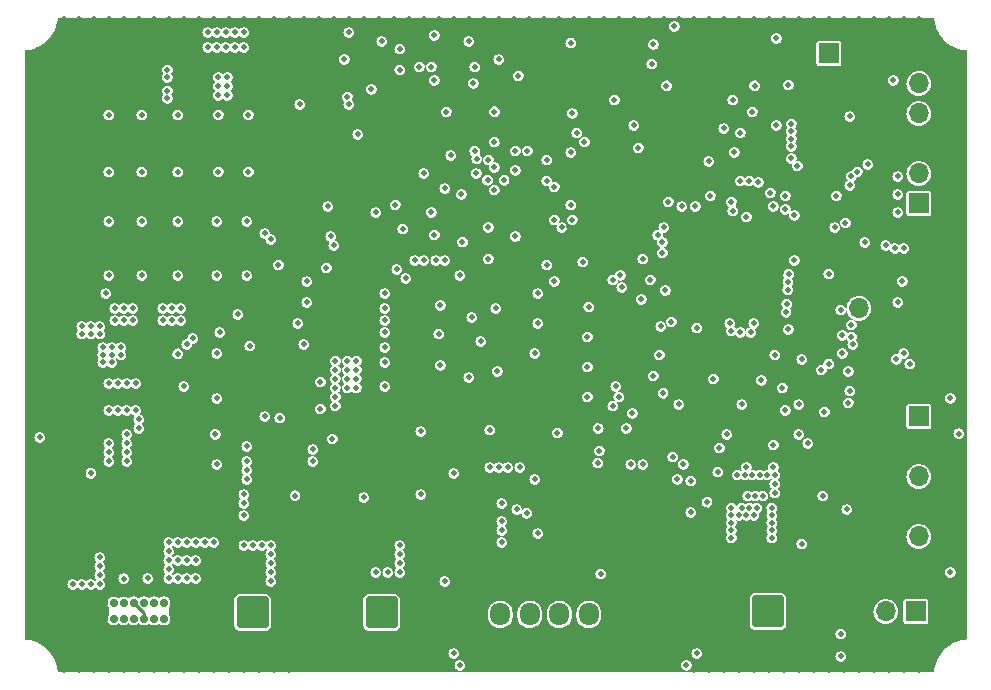
<source format=gbr>
%TF.GenerationSoftware,KiCad,Pcbnew,6.0.11+dfsg-1~bpo11+1*%
%TF.CreationDate,2024-03-25T23:46:22-05:00*%
%TF.ProjectId,BTMS,42544d53-2e6b-4696-9361-645f70636258,rev?*%
%TF.SameCoordinates,Original*%
%TF.FileFunction,Copper,L2,Inr*%
%TF.FilePolarity,Positive*%
%FSLAX46Y46*%
G04 Gerber Fmt 4.6, Leading zero omitted, Abs format (unit mm)*
G04 Created by KiCad (PCBNEW 6.0.11+dfsg-1~bpo11+1) date 2024-03-25 23:46:22*
%MOMM*%
%LPD*%
G01*
G04 APERTURE LIST*
G04 Aperture macros list*
%AMRoundRect*
0 Rectangle with rounded corners*
0 $1 Rounding radius*
0 $2 $3 $4 $5 $6 $7 $8 $9 X,Y pos of 4 corners*
0 Add a 4 corners polygon primitive as box body*
4,1,4,$2,$3,$4,$5,$6,$7,$8,$9,$2,$3,0*
0 Add four circle primitives for the rounded corners*
1,1,$1+$1,$2,$3*
1,1,$1+$1,$4,$5*
1,1,$1+$1,$6,$7*
1,1,$1+$1,$8,$9*
0 Add four rect primitives between the rounded corners*
20,1,$1+$1,$2,$3,$4,$5,0*
20,1,$1+$1,$4,$5,$6,$7,0*
20,1,$1+$1,$6,$7,$8,$9,0*
20,1,$1+$1,$8,$9,$2,$3,0*%
G04 Aperture macros list end*
%TA.AperFunction,ComponentPad*%
%ADD10RoundRect,0.250001X-1.099999X-1.099999X1.099999X-1.099999X1.099999X1.099999X-1.099999X1.099999X0*%
%TD*%
%TA.AperFunction,ComponentPad*%
%ADD11C,2.700000*%
%TD*%
%TA.AperFunction,ComponentPad*%
%ADD12C,0.700000*%
%TD*%
%TA.AperFunction,ComponentPad*%
%ADD13O,0.900000X2.400000*%
%TD*%
%TA.AperFunction,ComponentPad*%
%ADD14O,0.900000X1.700000*%
%TD*%
%TA.AperFunction,ComponentPad*%
%ADD15R,1.700000X1.700000*%
%TD*%
%TA.AperFunction,ComponentPad*%
%ADD16O,1.700000X1.700000*%
%TD*%
%TA.AperFunction,ComponentPad*%
%ADD17RoundRect,0.250000X0.600000X0.725000X-0.600000X0.725000X-0.600000X-0.725000X0.600000X-0.725000X0*%
%TD*%
%TA.AperFunction,ComponentPad*%
%ADD18O,1.700000X1.950000*%
%TD*%
%TA.AperFunction,ViaPad*%
%ADD19C,0.500000*%
%TD*%
%TA.AperFunction,Conductor*%
%ADD20C,0.250000*%
%TD*%
G04 APERTURE END LIST*
D10*
%TO.N,/PowerOutput*%
%TO.C,J5*%
X171631000Y-145542000D03*
D11*
%TO.N,GND*%
X175591000Y-145542000D03*
%TD*%
D10*
%TO.N,Net-(F2-Pad1)*%
%TO.C,J4*%
X138917000Y-145625000D03*
D11*
%TO.N,GND*%
X142877000Y-145625000D03*
%TD*%
D12*
%TO.N,GND*%
%TO.C,J2*%
X115389000Y-144819000D03*
%TO.N,Net-(F1-Pad1)*%
X116239000Y-144819000D03*
%TO.N,/CC1*%
X117089000Y-144819000D03*
%TO.N,/USB_D+*%
X117939000Y-144819000D03*
%TO.N,/USB_D-*%
X118789000Y-144819000D03*
%TO.N,unconnected-(J2-PadA8)*%
X119639000Y-144819000D03*
%TO.N,Net-(F1-Pad1)*%
X120489000Y-144819000D03*
%TO.N,GND*%
X121339000Y-144819000D03*
X121339000Y-146169000D03*
%TO.N,Net-(F1-Pad1)*%
X120489000Y-146169000D03*
%TO.N,/CC2*%
X119639000Y-146169000D03*
%TO.N,/USB_D+*%
X118789000Y-146169000D03*
%TO.N,/USB_D-*%
X117939000Y-146169000D03*
%TO.N,unconnected-(J2-PadB8)*%
X117089000Y-146169000D03*
%TO.N,Net-(F1-Pad1)*%
X116239000Y-146169000D03*
%TO.N,GND*%
X115389000Y-146169000D03*
D13*
X114039000Y-145799000D03*
D14*
X114039000Y-149179000D03*
D13*
X122689000Y-145799000D03*
D14*
X122689000Y-149179000D03*
%TD*%
D10*
%TO.N,Net-(F3-Pad1)*%
%TO.C,J3*%
X127995000Y-145625000D03*
D11*
%TO.N,GND*%
X131955000Y-145625000D03*
%TD*%
D15*
%TO.N,GND*%
%TO.C,J7*%
X179324000Y-117343000D03*
D16*
%TO.N,/Btemp_in*%
X179324000Y-119883000D03*
%TD*%
D15*
%TO.N,Net-(F5-Pad2)*%
%TO.C,J8*%
X184150000Y-145542000D03*
D16*
%TO.N,Net-(FB3-Pad2)*%
X181610000Y-145542000D03*
%TD*%
D15*
%TO.N,/MCLR*%
%TO.C,J9*%
X184404000Y-110998000D03*
D16*
%TO.N,+3V3*%
X184404000Y-108458000D03*
%TO.N,GND*%
X184404000Y-105918000D03*
%TO.N,/PGMD*%
X184404000Y-103378000D03*
%TO.N,/PGMC*%
X184404000Y-100838000D03*
%TD*%
D17*
%TO.N,GND*%
%TO.C,J1*%
X158964000Y-145796000D03*
D18*
%TO.N,/LBatt_Cell_1*%
X156464000Y-145796000D03*
%TO.N,/LBatt_Cell_2*%
X153964000Y-145796000D03*
%TO.N,/LBatt_Cell_3*%
X151464000Y-145796000D03*
%TO.N,/LBatt_Cell_4*%
X148964000Y-145796000D03*
%TD*%
D15*
%TO.N,Net-(J6-Pad1)*%
%TO.C,J6*%
X184404000Y-129032000D03*
D16*
%TO.N,GND*%
X184404000Y-131572000D03*
%TO.N,Net-(J6-Pad3)*%
X184404000Y-134112000D03*
%TO.N,GND*%
X184404000Y-136652000D03*
%TO.N,Net-(C23-Pad1)*%
X184404000Y-139192000D03*
%TD*%
D15*
%TO.N,Net-(C56-Pad1)*%
%TO.C,J10*%
X176779000Y-98298000D03*
D16*
%TO.N,GND*%
X179319000Y-98298000D03*
%TD*%
D19*
%TO.N,GND*%
X111887000Y-98425000D03*
X111887000Y-99187000D03*
X111887000Y-99949000D03*
X111887000Y-100711000D03*
X111887000Y-101473000D03*
X111887000Y-102235000D03*
X111887000Y-102997000D03*
X111887000Y-103759000D03*
X111887000Y-104521000D03*
X112649000Y-104521000D03*
X113411000Y-104521000D03*
X114173000Y-104521000D03*
X186309000Y-109601000D03*
X186182000Y-100457000D03*
X144526000Y-117983000D03*
X146177000Y-117983000D03*
X137414000Y-122174000D03*
X143764000Y-123063000D03*
%TO.N,Net-(C37-Pad1)*%
X142113000Y-99441000D03*
X150495000Y-100203000D03*
%TO.N,+5P*%
X158623000Y-102235000D03*
%TO.N,Net-(C1-Pad1)*%
X149098000Y-139700000D03*
X149098000Y-136398000D03*
%TO.N,GND*%
X145796000Y-131826000D03*
X170815000Y-119253000D03*
X108966000Y-120015000D03*
X164084000Y-129921000D03*
X188214000Y-135001000D03*
X170434000Y-150495000D03*
X108966000Y-125095000D03*
X145034000Y-95377000D03*
X133604000Y-95377000D03*
X115824000Y-95377000D03*
X188214000Y-146431000D03*
X164973000Y-110109000D03*
X183134000Y-150495000D03*
X108966000Y-126365000D03*
X170688000Y-116586000D03*
X185928000Y-125222000D03*
X188087000Y-114300000D03*
X169672000Y-124333000D03*
X129413000Y-99441000D03*
X169164000Y-95377000D03*
X168148000Y-99060000D03*
X132334000Y-123825000D03*
X170180000Y-131064000D03*
X121666000Y-135636000D03*
X161163000Y-138684000D03*
X136652000Y-112649000D03*
X161671000Y-116459000D03*
X112522000Y-113411000D03*
X118110000Y-140716000D03*
X156591000Y-114681000D03*
X114046000Y-112776000D03*
X163068000Y-106299000D03*
X128524000Y-95377000D03*
X109982000Y-123190000D03*
X121666000Y-134620000D03*
X157734000Y-95377000D03*
X127635000Y-110490000D03*
X179832000Y-106172000D03*
X108966000Y-145415000D03*
X108966000Y-122555000D03*
X139192000Y-125476000D03*
X185928000Y-122936000D03*
X108966000Y-133985000D03*
X185928000Y-115189000D03*
X155194000Y-95377000D03*
X166370000Y-124333000D03*
X108966000Y-127635000D03*
X108966000Y-139065000D03*
X174244000Y-150495000D03*
X188087000Y-109474000D03*
X167894000Y-97536000D03*
X167640000Y-124333000D03*
X108966000Y-102235000D03*
X175768000Y-119634000D03*
X128016000Y-102362000D03*
X181864000Y-95377000D03*
X120142000Y-122682000D03*
X181229000Y-124841000D03*
X132969000Y-126111000D03*
X132969000Y-124841000D03*
X131064000Y-150495000D03*
X188087000Y-99314000D03*
X142494000Y-95377000D03*
X135890000Y-98044000D03*
X176784000Y-116078000D03*
X117094000Y-95377000D03*
X159512000Y-131064000D03*
X113411000Y-112776000D03*
X141224000Y-95377000D03*
X162814000Y-104394000D03*
X153162000Y-99949000D03*
X155448000Y-127635000D03*
X109982000Y-125222000D03*
X117856000Y-125222000D03*
X171704000Y-150495000D03*
X123444000Y-150495000D03*
X173736000Y-128778000D03*
X188087000Y-103124000D03*
X109982000Y-124206000D03*
X182880000Y-129413000D03*
X152654000Y-95377000D03*
X150114000Y-95377000D03*
X114554000Y-150495000D03*
X116586000Y-135128000D03*
X153797000Y-103505000D03*
X188214000Y-142621000D03*
X156464000Y-95377000D03*
X129540000Y-105410000D03*
X178054000Y-95377000D03*
X184404000Y-150495000D03*
X175768000Y-120650000D03*
X132588000Y-120269000D03*
X136906000Y-110236000D03*
X133223000Y-96393000D03*
X177292000Y-126365000D03*
X137287000Y-106045000D03*
X153924000Y-95377000D03*
X110744000Y-122682000D03*
X156464000Y-107188000D03*
X144907000Y-137287000D03*
X170561000Y-99822000D03*
X141478000Y-108331000D03*
X108966000Y-144145000D03*
X129540000Y-103124000D03*
X129540000Y-100838000D03*
X120904000Y-95377000D03*
X127254000Y-150495000D03*
X123444000Y-124714000D03*
X160782000Y-125857000D03*
X139700000Y-103124000D03*
X108966000Y-131445000D03*
X183134000Y-95377000D03*
X155194000Y-114300000D03*
X161798000Y-114935000D03*
X170688000Y-115062000D03*
X167894000Y-113411000D03*
X153543000Y-113538000D03*
X108966000Y-146685000D03*
X165608000Y-130048000D03*
X185928000Y-116332000D03*
X131064000Y-95377000D03*
X124968000Y-119380000D03*
X173736000Y-133350000D03*
X108966000Y-112395000D03*
X132334000Y-95377000D03*
X140208000Y-131699000D03*
X108966000Y-103505000D03*
X147828000Y-141478000D03*
X132461000Y-96393000D03*
X121666000Y-110490000D03*
X133223000Y-98044000D03*
X128016000Y-100838000D03*
X139954000Y-107061000D03*
X151384000Y-95377000D03*
X122174000Y-95377000D03*
X129794000Y-150495000D03*
X176276000Y-106172000D03*
X175514000Y-95377000D03*
X168656000Y-124333000D03*
X170688000Y-97409000D03*
X108966000Y-121285000D03*
X131191000Y-132207000D03*
X162814000Y-95377000D03*
X185928000Y-114046000D03*
X113284000Y-150495000D03*
X148590000Y-129540000D03*
X179324000Y-150495000D03*
X108966000Y-114935000D03*
X138430000Y-112522000D03*
X150241000Y-128651000D03*
X123444000Y-95377000D03*
X188087000Y-100584000D03*
X147574000Y-95377000D03*
X160274000Y-95377000D03*
X143510000Y-139319000D03*
X131699000Y-96393000D03*
X179324000Y-95377000D03*
X164084000Y-95377000D03*
X124206000Y-144526000D03*
X132207000Y-126111000D03*
X162814000Y-109093000D03*
X132969000Y-126746000D03*
X159385000Y-132969000D03*
X179832000Y-115189000D03*
X108966000Y-116205000D03*
X145415000Y-97282000D03*
X165481000Y-116205000D03*
X184404000Y-125222000D03*
X108966000Y-106045000D03*
X188087000Y-104394000D03*
X185928000Y-124460000D03*
X128905000Y-123190000D03*
X108966000Y-111125000D03*
X121666000Y-132842000D03*
X131318000Y-114808000D03*
X141732000Y-102997000D03*
X159512000Y-137541000D03*
X124841000Y-134493000D03*
X166878000Y-121031000D03*
X155321000Y-122301000D03*
X181864000Y-150495000D03*
X143891000Y-97282000D03*
X156845000Y-97282000D03*
X124714000Y-95377000D03*
X108966000Y-109855000D03*
X122428000Y-124714000D03*
X181483000Y-137541000D03*
X142240000Y-136906000D03*
X129413000Y-125730000D03*
X108966000Y-130175000D03*
X112141000Y-112776000D03*
X132969000Y-127381000D03*
X188214000Y-131191000D03*
X124968000Y-126238000D03*
X162560000Y-132080000D03*
X167767000Y-115951000D03*
X112522000Y-114046000D03*
X137287000Y-100457000D03*
X115824000Y-110490000D03*
X175514000Y-150495000D03*
X132461000Y-98044000D03*
X176784000Y-150495000D03*
X148463000Y-104902000D03*
X120904000Y-150495000D03*
X186309000Y-129032000D03*
X124079000Y-131572000D03*
X128778000Y-102362000D03*
X109982000Y-122174000D03*
X110744000Y-123698000D03*
X125730000Y-124714000D03*
X117094000Y-150495000D03*
X112776000Y-112776000D03*
X126746000Y-133096000D03*
X124714000Y-150495000D03*
X131699000Y-98044000D03*
X115824000Y-150495000D03*
X129413000Y-132080000D03*
X118618000Y-110490000D03*
X184404000Y-121666000D03*
X108966000Y-100965000D03*
X151892000Y-125984000D03*
X129540000Y-106172000D03*
X188214000Y-136271000D03*
X167767000Y-110363000D03*
X155448000Y-99949000D03*
X184404000Y-95377000D03*
X129667000Y-130175000D03*
X138430000Y-138938000D03*
X127762000Y-124206000D03*
X184023000Y-113284000D03*
X186055000Y-121539000D03*
X160020000Y-111125000D03*
X136779000Y-117221000D03*
X188087000Y-108204000D03*
X172974000Y-95377000D03*
X108966000Y-117475000D03*
X128287500Y-117348000D03*
X172339000Y-128905000D03*
X188214000Y-143891000D03*
X132969000Y-112903000D03*
X167894000Y-150495000D03*
X180594000Y-95377000D03*
X161544000Y-95377000D03*
X133096000Y-137160000D03*
X144526000Y-104902000D03*
X132334000Y-141986000D03*
X180594000Y-150495000D03*
X108966000Y-108585000D03*
X165481000Y-119253000D03*
X175768000Y-118618000D03*
X186309000Y-116840000D03*
X108966000Y-113665000D03*
X188214000Y-138811000D03*
X115824000Y-130048000D03*
X173863000Y-114808000D03*
X172974000Y-150495000D03*
X188087000Y-106934000D03*
X130556000Y-139954000D03*
X157607000Y-99822000D03*
X175768000Y-117602000D03*
X108966000Y-118745000D03*
X170434000Y-95377000D03*
X136652000Y-115189000D03*
X176022000Y-133223000D03*
X132969000Y-124206000D03*
X112014000Y-95377000D03*
X129540000Y-102362000D03*
X122174000Y-150495000D03*
X108966000Y-98425000D03*
X167894000Y-95377000D03*
X129286000Y-127635000D03*
X130429000Y-125730000D03*
X147955000Y-114173000D03*
X188087000Y-105664000D03*
X156591000Y-109982000D03*
X159232500Y-139979500D03*
X117856000Y-124206000D03*
X139446000Y-117348000D03*
X124841000Y-137160000D03*
X162941000Y-137541000D03*
X188214000Y-133731000D03*
X185928000Y-113157000D03*
X166624000Y-95377000D03*
X136144000Y-95377000D03*
X119888000Y-125222000D03*
X143764000Y-95377000D03*
X127254000Y-95377000D03*
X160655000Y-97282000D03*
X151130000Y-138938000D03*
X176022000Y-131318000D03*
X188214000Y-137541000D03*
X125730000Y-126238000D03*
X150178884Y-116355009D03*
X128016000Y-130556000D03*
X160528000Y-134366000D03*
X148844000Y-95377000D03*
X108966000Y-99695000D03*
X132969000Y-125476000D03*
X186055000Y-119888000D03*
X108966000Y-135255000D03*
X166116000Y-99822000D03*
X167767000Y-119253000D03*
X159004000Y-95377000D03*
X137414000Y-95377000D03*
X144018000Y-135636000D03*
X134874000Y-95377000D03*
X150622000Y-139192000D03*
X160147000Y-121412000D03*
X186055000Y-120650000D03*
X164592000Y-135382000D03*
X170688000Y-124333000D03*
X165354000Y-150495000D03*
X119634000Y-95377000D03*
X173863000Y-113792000D03*
X174244000Y-99822000D03*
X108966000Y-104775000D03*
X132461000Y-118491000D03*
X170180000Y-129921000D03*
X139954000Y-95377000D03*
X173355000Y-97917000D03*
X125984000Y-95377000D03*
X166624000Y-150495000D03*
X139827000Y-100711000D03*
X160782000Y-131064000D03*
X128778000Y-100838000D03*
X134112000Y-122174000D03*
X163195000Y-134366000D03*
X108966000Y-142875000D03*
X155448000Y-124714000D03*
X129794000Y-95377000D03*
X116840000Y-125222000D03*
X128524000Y-150495000D03*
X156323000Y-131939000D03*
X138176000Y-103124000D03*
X132969000Y-128016000D03*
X108966000Y-123825000D03*
X110744000Y-124714000D03*
X173736000Y-137414000D03*
X188214000Y-140081000D03*
X155321000Y-119761000D03*
X110871000Y-112776000D03*
X118364000Y-95377000D03*
X111506000Y-112776000D03*
X185928000Y-123698000D03*
X170688000Y-113411000D03*
X181102000Y-123190000D03*
X144653000Y-113411000D03*
X160147000Y-101600000D03*
X118364000Y-150495000D03*
X120904000Y-122682000D03*
X129540000Y-103886000D03*
X162788500Y-139979500D03*
X148082000Y-99695000D03*
X153162000Y-137160000D03*
X129540000Y-104648000D03*
X188087000Y-110744000D03*
X165481000Y-113411000D03*
X131191000Y-133985000D03*
X174244000Y-95377000D03*
X188214000Y-145161000D03*
X137287000Y-118999000D03*
X154813000Y-113030000D03*
X188214000Y-132461000D03*
X108966000Y-132715000D03*
X128397000Y-122428000D03*
X145034000Y-99568000D03*
X161010500Y-139979500D03*
X108966000Y-141605000D03*
X125984000Y-150495000D03*
X108966000Y-107315000D03*
X188087000Y-101854000D03*
X161925000Y-113030000D03*
X119634000Y-150495000D03*
X138049000Y-100584000D03*
X135001000Y-112522000D03*
X138684000Y-95377000D03*
X113284000Y-95377000D03*
X108966000Y-140335000D03*
X182245000Y-120142000D03*
X164084000Y-131064000D03*
X146304000Y-95377000D03*
X135636000Y-118491000D03*
X169418000Y-128905000D03*
X116586000Y-137922000D03*
X188214000Y-141351000D03*
X156464000Y-112268000D03*
X118872000Y-124206000D03*
X108966000Y-137795000D03*
X178054000Y-150495000D03*
X144526000Y-128270000D03*
X112014000Y-150495000D03*
X142240000Y-128270000D03*
X118872000Y-125222000D03*
X188214000Y-147701000D03*
X188087000Y-113284000D03*
X188087000Y-112014000D03*
X125095000Y-110490000D03*
X182880000Y-110998000D03*
X176784000Y-95377000D03*
X124841000Y-135890000D03*
X169164000Y-150495000D03*
X108966000Y-128905000D03*
X110744000Y-121666000D03*
X114554000Y-95377000D03*
X149352000Y-141478000D03*
X171704000Y-95377000D03*
X140843000Y-115824000D03*
X183261000Y-109347000D03*
X108966000Y-136525000D03*
X165354000Y-95377000D03*
%TO.N,VBUS*%
X123190000Y-139700000D03*
X123190000Y-141224000D03*
X120904000Y-141224000D03*
X122428000Y-142748000D03*
X120904000Y-139700000D03*
X121666000Y-141224000D03*
X116586000Y-128524000D03*
X118110000Y-128524000D03*
X117348000Y-126238000D03*
X122428000Y-139700000D03*
X120904000Y-142748000D03*
X117348000Y-128524000D03*
X116586000Y-126238000D03*
X124968000Y-127508000D03*
X120904000Y-141986000D03*
X115824000Y-126238000D03*
X124714000Y-139700000D03*
X121666000Y-142748000D03*
X121666000Y-139700000D03*
X123190000Y-142748000D03*
X118110000Y-126238000D03*
X115824000Y-128524000D03*
X148082000Y-130175000D03*
X122428000Y-141224000D03*
X123952000Y-139700000D03*
X120904000Y-140462000D03*
%TO.N,/LithCell_V1*%
X144399000Y-103251000D03*
X173609000Y-104267000D03*
X173164500Y-120205500D03*
%TO.N,/LithCell_V2*%
X148472813Y-103221902D03*
X173228000Y-119507000D03*
X173609000Y-104902000D03*
%TO.N,/LithCell_V3*%
X143129000Y-111760000D03*
X155067000Y-112395000D03*
X173300000Y-118292000D03*
X173609000Y-105537000D03*
X155448000Y-105029000D03*
%TO.N,/LithCell_V4*%
X173609000Y-106172000D03*
X173315000Y-117642000D03*
X156083000Y-105791000D03*
X155956000Y-115951000D03*
X147955000Y-115697000D03*
%TO.N,/BTStrapSig*%
X121920000Y-119888000D03*
X118618000Y-117094000D03*
X120396000Y-120904000D03*
X127508000Y-112522000D03*
X121666000Y-117094000D03*
X115824000Y-117094000D03*
X124968000Y-117094000D03*
X121650000Y-123714000D03*
X118618000Y-112522000D03*
X121158000Y-119888000D03*
X115824000Y-112522000D03*
X120396000Y-119888000D03*
X121666000Y-112522000D03*
X124968000Y-112522000D03*
X127508000Y-117094000D03*
X121920000Y-120904000D03*
X121158000Y-120904000D03*
%TO.N,/Btemp*%
X170434000Y-121158000D03*
X173355000Y-121666000D03*
%TO.N,/ChargeVoltage*%
X168148000Y-130556000D03*
X168529000Y-121793000D03*
X153797000Y-130429000D03*
%TO.N,/MCLR*%
X161925000Y-125603000D03*
X182499000Y-124206000D03*
%TO.N,/ExtBus*%
X176276000Y-135763000D03*
X136779000Y-124333000D03*
X127254000Y-96520000D03*
X125730000Y-97790000D03*
X172085000Y-131445000D03*
X136779000Y-125857000D03*
X136779000Y-126619000D03*
X169672000Y-133985000D03*
X124206000Y-97790000D03*
X133731000Y-126111000D03*
X135001000Y-126619000D03*
X169037000Y-133985000D03*
X136017000Y-124333000D03*
X136017000Y-125095000D03*
X172212000Y-134747000D03*
X178308000Y-136906000D03*
X126492000Y-96520000D03*
X172212000Y-135509000D03*
X135001000Y-128143000D03*
X172212000Y-133985000D03*
X170561000Y-135763000D03*
X126492000Y-97790000D03*
X136017000Y-126619000D03*
X124968000Y-96520000D03*
X135001000Y-125857000D03*
X136017000Y-125857000D03*
X172085000Y-133350000D03*
X136779000Y-125095000D03*
X165100000Y-137160000D03*
X127254000Y-97790000D03*
X124968000Y-97790000D03*
X124206000Y-96520000D03*
X135001000Y-127381000D03*
X174498000Y-139827000D03*
X170307000Y-133985000D03*
X125730000Y-96520000D03*
X131987500Y-102616000D03*
X171196000Y-135763000D03*
X171577000Y-133985000D03*
X135001000Y-124333000D03*
X135001000Y-125095000D03*
X169926000Y-135763000D03*
X170942000Y-133985000D03*
X133731000Y-128397000D03*
%TO.N,/CCsense*%
X176784000Y-116967000D03*
X174498000Y-124206000D03*
X173380000Y-116992000D03*
%TO.N,/BCsense*%
X171069000Y-125984000D03*
X169291000Y-121920000D03*
%TO.N,/LBatt_Cell_4*%
X153543000Y-117602000D03*
X150622000Y-133350000D03*
X144272000Y-115824000D03*
X144272000Y-109728000D03*
X146980730Y-107216966D03*
X148590000Y-119888000D03*
%TO.N,/LBatt_Cell_3*%
X143510000Y-115824000D03*
X147955000Y-107315000D03*
X152146000Y-118618000D03*
X147955000Y-113030000D03*
X143891000Y-119634000D03*
X152908000Y-107315000D03*
X139192000Y-118618000D03*
X154178000Y-113030000D03*
X149606000Y-133350000D03*
X143383000Y-113665000D03*
%TO.N,/LBatt_Cell_2*%
X144780000Y-106934000D03*
X148459000Y-105799498D03*
X142494000Y-115824000D03*
X148459000Y-107946000D03*
X152146000Y-121158000D03*
X143764000Y-122047000D03*
X148844000Y-133350000D03*
X148717000Y-125222000D03*
X139192000Y-120904000D03*
X148459000Y-109851000D03*
%TO.N,/LBatt_Cell_1*%
X151892000Y-123698000D03*
X153543000Y-112395000D03*
X139192000Y-123190000D03*
X147890000Y-109029000D03*
X142494000Y-108458000D03*
X141732000Y-115824000D03*
X148082000Y-133350000D03*
X143891000Y-124714000D03*
X153543000Y-109601000D03*
%TO.N,/BV_Fault*%
X157226000Y-132969000D03*
X167513000Y-131699000D03*
X169799000Y-112141000D03*
%TO.N,/Mult_SEL*%
X159639000Y-130048000D03*
X187785000Y-130477000D03*
%TO.N,/C_Fault*%
X165100000Y-134493000D03*
X145034000Y-149098000D03*
X165608000Y-149098000D03*
X127254000Y-135636000D03*
X142240000Y-135636000D03*
%TO.N,/PowerOutput*%
X168529000Y-139319000D03*
X170053000Y-136779000D03*
X168529000Y-138049000D03*
X171958000Y-139319000D03*
X171958000Y-137414000D03*
X171958000Y-138049000D03*
X170688000Y-136779000D03*
X171958000Y-138684000D03*
X169418000Y-136779000D03*
X171958000Y-136779000D03*
X169164000Y-137414000D03*
X170434000Y-137414000D03*
X168529000Y-138684000D03*
X169799000Y-137414000D03*
X168529000Y-136779000D03*
X168529000Y-137414000D03*
%TO.N,/__PwrKey*%
X162687000Y-115189000D03*
X178181000Y-112649000D03*
%TO.N,/Btemp_in*%
X183134000Y-123698000D03*
X177927000Y-123698000D03*
X177927000Y-122174000D03*
X170180000Y-121920000D03*
%TO.N,/PGMD*%
X182626000Y-108712000D03*
X166624000Y-107442000D03*
X182626000Y-111760000D03*
X164338000Y-111252000D03*
%TO.N,/PGMC*%
X182626000Y-110236000D03*
X162814000Y-113030000D03*
%TO.N,/CC1*%
X133096000Y-131826000D03*
X117089000Y-142753000D03*
%TO.N,/USB_D+*%
X134620000Y-113792000D03*
X129032000Y-113538000D03*
%TO.N,/USB_D-*%
X129540000Y-114046000D03*
X134874000Y-114554000D03*
%TO.N,/CC2*%
X133096000Y-132842000D03*
X119126000Y-142748000D03*
%TO.N,/IntBus*%
X138938000Y-97282000D03*
X173101000Y-110363000D03*
X172339000Y-97028000D03*
X143383000Y-100584000D03*
X177419000Y-110363000D03*
X140716000Y-113157000D03*
X172339000Y-104394000D03*
X143383000Y-96774000D03*
X134747000Y-130937000D03*
%TO.N,/KeepAlive*%
X160655000Y-106299000D03*
X161036000Y-115697000D03*
X136144000Y-102616000D03*
%TO.N,/HighCHfet*%
X122174000Y-126492000D03*
X115570000Y-118618000D03*
%TO.N,/U2RX*%
X162687000Y-114300000D03*
X159258000Y-118110000D03*
X159004000Y-127381000D03*
X178562000Y-126873000D03*
%TO.N,/U2TX*%
X178435000Y-127889000D03*
X159131000Y-117094000D03*
X162306000Y-113665000D03*
X158496000Y-128143000D03*
%TO.N,/U1RX*%
X140081000Y-111125000D03*
X173101000Y-111506000D03*
X173609000Y-107188000D03*
%TO.N,/U1TX*%
X174117000Y-107823000D03*
X138430000Y-111760000D03*
X173863000Y-112014000D03*
%TO.N,/PowerOutEnable*%
X163576000Y-132461000D03*
X177292000Y-113030000D03*
X174244000Y-130556000D03*
X174244000Y-128016000D03*
%TO.N,/Mult_B1*%
X165608000Y-121539000D03*
X168529000Y-110871000D03*
%TO.N,/Mult_B4*%
X168656000Y-111633000D03*
X172085000Y-111252000D03*
%TO.N,/CCsense_in*%
X177800000Y-149352000D03*
X176784000Y-124587000D03*
X127254000Y-136398000D03*
X177800000Y-147447000D03*
%TO.N,+3.3VA*%
X169291000Y-105029000D03*
X162750500Y-127063500D03*
X172847000Y-126619000D03*
X183642000Y-124587000D03*
%TO.N,/CHctrl+*%
X160909000Y-119126000D03*
X160147000Y-128778000D03*
X127762000Y-123063000D03*
X160020000Y-133096000D03*
%TO.N,/CH_Boost+*%
X161036000Y-133096000D03*
X163703000Y-96012000D03*
X162941000Y-118364000D03*
X136144000Y-96520000D03*
%TO.N,/Heat_CTRL*%
X163449000Y-121031000D03*
X175006000Y-131318000D03*
X164465000Y-133096000D03*
%TO.N,Net-(F1-Pad1)*%
X115062000Y-142494000D03*
X114300000Y-143256000D03*
X112776000Y-143256000D03*
X115062000Y-140970000D03*
X115062000Y-143256000D03*
X115062000Y-141732000D03*
X113538000Y-143256000D03*
%TO.N,Net-(F2-Pad1)*%
X139446000Y-142240000D03*
X140462000Y-141478000D03*
X140462000Y-139954000D03*
X140462000Y-140716000D03*
X140462000Y-142240000D03*
X138430000Y-142240000D03*
%TO.N,/BattIn*%
X137414000Y-135890000D03*
X151892000Y-134366000D03*
%TO.N,/C_Fault_In*%
X164084000Y-128016000D03*
X165481000Y-111252000D03*
%TO.N,Net-(D1-Pad3)*%
X127508000Y-131572000D03*
X114308040Y-133850768D03*
%TO.N,Net-(R28-Pad1)*%
X169418000Y-128016000D03*
X173101000Y-128524000D03*
X144272000Y-143002000D03*
%TO.N,+5P*%
X135763000Y-98806000D03*
X176403000Y-128651000D03*
X148844000Y-98806000D03*
X126746000Y-120396000D03*
X122936000Y-122428000D03*
X124968000Y-123698000D03*
X168656000Y-102235000D03*
X187071000Y-127508000D03*
X182245000Y-100584000D03*
X187071000Y-142240000D03*
%TO.N,Power_EN*%
X154940000Y-97409000D03*
X138049000Y-101346000D03*
X146812000Y-99441000D03*
X155067000Y-103378000D03*
%TO.N,Net-(C1-Pad2)*%
X150368000Y-136906000D03*
X149098000Y-138684000D03*
%TO.N,Net-(C2-Pad2)*%
X149098000Y-137922000D03*
X151202000Y-137232000D03*
%TO.N,+3.3VP*%
X131596000Y-135730000D03*
X136906000Y-105156000D03*
X124968000Y-133096000D03*
X124841000Y-130556000D03*
X134366000Y-111252000D03*
%TO.N,Net-(C31-Pad1)*%
X162560000Y-121412000D03*
X168402000Y-121158000D03*
%TO.N,Net-(D2-Pad2)*%
X139192000Y-126492000D03*
X132334000Y-122936000D03*
%TO.N,Net-(D3-Pad2)*%
X139192000Y-124460000D03*
X131826000Y-121158000D03*
%TO.N,Net-(C37-Pad1)*%
X163031000Y-101029000D03*
X143129000Y-99441000D03*
%TO.N,/SW_Signal*%
X136017000Y-101981000D03*
X168783000Y-106680000D03*
%TO.N,Net-(D5-Pad2)*%
X132588000Y-117602000D03*
X139192000Y-119888000D03*
%TO.N,Net-(R15-Pad2)*%
X179832000Y-114300000D03*
X127508000Y-132842000D03*
%TO.N,Net-(C54-Pad1)*%
X157254000Y-130048000D03*
X160274000Y-104394000D03*
X157353000Y-131953000D03*
%TO.N,Net-(D4-Pad2)*%
X139192000Y-121920000D03*
X132588000Y-119380000D03*
%TO.N,/C_Switched*%
X145542000Y-150114000D03*
X163195000Y-110871000D03*
X127254000Y-137414000D03*
X164719000Y-150114000D03*
X163957000Y-134366000D03*
X145034000Y-133858000D03*
%TO.N,Net-(D17-Pad2)*%
X169799000Y-133350000D03*
X166470000Y-136290000D03*
%TO.N,Net-(C18-Pad1)*%
X117348000Y-132842000D03*
X115316000Y-123190000D03*
X117348000Y-130556000D03*
X115062000Y-122047000D03*
X113538000Y-122047000D03*
X116840000Y-123190000D03*
X117856000Y-119888000D03*
X118364000Y-129286000D03*
X117348000Y-131318000D03*
X116332000Y-119888000D03*
X115062000Y-121412000D03*
X118364000Y-130048000D03*
X115824000Y-132080000D03*
X115824000Y-131318000D03*
X115316000Y-124460000D03*
X117094000Y-120904000D03*
X115316000Y-123825000D03*
X113538000Y-121412000D03*
X117094000Y-119888000D03*
X116078000Y-124460000D03*
X117348000Y-132080000D03*
X114300000Y-122047000D03*
X116332000Y-120904000D03*
X116078000Y-123190000D03*
X114300000Y-121412000D03*
X116840000Y-123825000D03*
X116078000Y-123825000D03*
X117856000Y-120904000D03*
X115824000Y-132842000D03*
%TO.N,Net-(D10-Pad2)*%
X109982000Y-130810000D03*
X129032000Y-129032000D03*
%TO.N,Net-(D33-Pad2)*%
X146685000Y-100838000D03*
X170307000Y-103251000D03*
%TO.N,Net-(F3-Pad1)*%
X129540000Y-140716000D03*
X127254000Y-139954000D03*
X129540000Y-141478000D03*
X128016000Y-139954000D03*
X129540000Y-143002000D03*
X129540000Y-142240000D03*
X128778000Y-139954000D03*
X129540000Y-139954000D03*
%TO.N,Net-(R16-Pad2)*%
X181610000Y-114554000D03*
X127508000Y-133604000D03*
%TO.N,Net-(R18-Pad2)*%
X127508000Y-134366000D03*
X130302000Y-129159000D03*
%TO.N,Net-(R24-Pad1)*%
X122428000Y-122936000D03*
X125222000Y-121920000D03*
%TO.N,Net-(RN8-Pad4)*%
X158750000Y-126492000D03*
X178435000Y-125222000D03*
X134239000Y-116459000D03*
X158496000Y-117475000D03*
%TO.N,Net-(R44-Pad1)*%
X146304000Y-97282000D03*
X161925000Y-97536000D03*
%TO.N,Net-(RN2-Pad5)*%
X182372000Y-114808000D03*
X178562000Y-109474000D03*
X177800000Y-120015000D03*
X171831000Y-110109000D03*
X156464000Y-119761000D03*
%TO.N,Net-(R73-Pad1)*%
X145764665Y-114264665D03*
X145669000Y-110236000D03*
%TO.N,Net-(RN2-Pad6)*%
X170815000Y-109220000D03*
X178689000Y-108712000D03*
X178689000Y-121285000D03*
X156337000Y-122301000D03*
X183134000Y-114808000D03*
%TO.N,Net-(RN2-Pad7)*%
X183007000Y-117602000D03*
X170053000Y-109093000D03*
X179197000Y-108331000D03*
X178689000Y-122301000D03*
X156337000Y-124841000D03*
%TO.N,Net-(RN2-Pad8)*%
X180086000Y-107696000D03*
X178816000Y-122936000D03*
X169291000Y-109093000D03*
X156337000Y-127381000D03*
X182626000Y-119380000D03*
%TO.N,Net-(D8-Pad1)*%
X152146000Y-138938000D03*
X142240000Y-130302000D03*
%TO.N,Net-(D24-Pad1)*%
X115824000Y-103505000D03*
X118618000Y-103505000D03*
X125095000Y-101854000D03*
X121666000Y-103505000D03*
X125095000Y-108331000D03*
X125857000Y-101854000D03*
X125095000Y-100330000D03*
X125095000Y-101092000D03*
X121666000Y-108331000D03*
X118618000Y-108331000D03*
X120777000Y-102108000D03*
X120777000Y-100330000D03*
X125857000Y-100330000D03*
X125095000Y-103505000D03*
X120777000Y-99695000D03*
X127635000Y-103505000D03*
X125857000Y-101092000D03*
X115824000Y-108331000D03*
X120777000Y-101473000D03*
X127635000Y-108331000D03*
%TO.N,Net-(D25-Pad2)*%
X162433000Y-123825000D03*
X172212000Y-123825000D03*
%TO.N,Net-(RN6-Pad1)*%
X140208000Y-116586000D03*
X146304000Y-125730000D03*
%TO.N,Net-(RN6-Pad2)*%
X147320000Y-122682000D03*
X140970000Y-117348000D03*
%TO.N,Net-(RN6-Pad3)*%
X146558000Y-120650000D03*
X145542000Y-117094000D03*
%TO.N,Net-(RN10-Pad1)*%
X152908000Y-116205000D03*
X152908000Y-109093000D03*
X146939000Y-108458000D03*
X149290000Y-109029000D03*
%TO.N,Net-(RN10-Pad2)*%
X150241000Y-108204000D03*
X150241000Y-106553000D03*
X150241000Y-113792000D03*
X146812000Y-106553000D03*
%TO.N,Net-(RN10-Pad3)*%
X151257000Y-106553000D03*
X154940000Y-106680000D03*
X154940000Y-111125000D03*
%TO.N,+3V3*%
X140462000Y-97917000D03*
X166751000Y-110363000D03*
X167386000Y-133731000D03*
X157480000Y-142367000D03*
X167894000Y-104648000D03*
X178562000Y-103632000D03*
X176149000Y-125095000D03*
X170497000Y-101029000D03*
X140462000Y-99695000D03*
X173863000Y-115824000D03*
X173355000Y-100965000D03*
X161798000Y-99187000D03*
X161671000Y-117475000D03*
X130175000Y-116205000D03*
X167005000Y-125857000D03*
%TD*%
D20*
%TO.N,/USB_D+*%
X118789000Y-146169000D02*
X118789000Y-145669000D01*
X118789000Y-145669000D02*
X117939000Y-144819000D01*
%TD*%
%TA.AperFunction,Conductor*%
%TO.N,GND*%
G36*
X185679240Y-95277865D02*
G01*
X185686236Y-95293580D01*
X185690825Y-95381114D01*
X185739511Y-95688484D01*
X185820058Y-95989081D01*
X185850767Y-96069078D01*
X185931363Y-96279035D01*
X185931367Y-96279043D01*
X185931585Y-96279612D01*
X185931864Y-96280160D01*
X185931866Y-96280164D01*
X186072579Y-96556325D01*
X186072869Y-96556894D01*
X186073215Y-96557427D01*
X186073218Y-96557432D01*
X186223698Y-96789148D01*
X186242363Y-96817889D01*
X186242757Y-96818376D01*
X186242761Y-96818381D01*
X186336783Y-96934488D01*
X186438209Y-97059738D01*
X186658262Y-97279791D01*
X186732056Y-97339548D01*
X186899619Y-97475239D01*
X186899624Y-97475243D01*
X186900111Y-97475637D01*
X186900640Y-97475980D01*
X186900642Y-97475982D01*
X187160568Y-97644782D01*
X187160573Y-97644785D01*
X187161106Y-97645131D01*
X187161674Y-97645420D01*
X187161675Y-97645421D01*
X187437836Y-97786134D01*
X187437840Y-97786136D01*
X187438388Y-97786415D01*
X187438957Y-97786633D01*
X187438965Y-97786637D01*
X187590084Y-97844647D01*
X187728919Y-97897942D01*
X188029516Y-97978489D01*
X188336886Y-98027175D01*
X188337513Y-98027208D01*
X188337514Y-98027208D01*
X188424420Y-98031764D01*
X188441000Y-98039672D01*
X188447164Y-98055731D01*
X188447164Y-147890569D01*
X188440135Y-147907540D01*
X188424420Y-147914536D01*
X188337512Y-147919092D01*
X188337510Y-147919092D01*
X188336884Y-147919125D01*
X188029511Y-147967812D01*
X187728912Y-148048361D01*
X187692786Y-148062229D01*
X187438956Y-148159667D01*
X187438948Y-148159671D01*
X187438379Y-148159889D01*
X187437831Y-148160168D01*
X187437827Y-148160170D01*
X187167699Y-148297811D01*
X187161095Y-148301176D01*
X187160562Y-148301522D01*
X187160557Y-148301525D01*
X186928751Y-148452064D01*
X186900098Y-148470672D01*
X186899611Y-148471066D01*
X186899606Y-148471070D01*
X186680681Y-148648355D01*
X186658248Y-148666521D01*
X186438195Y-148886577D01*
X186437810Y-148887053D01*
X186437805Y-148887058D01*
X186271492Y-149092440D01*
X186242349Y-149128429D01*
X186242012Y-149128947D01*
X186242009Y-149128952D01*
X186089344Y-149364039D01*
X186072856Y-149389428D01*
X186072567Y-149389996D01*
X186072566Y-149389997D01*
X185933422Y-149663088D01*
X185931574Y-149666714D01*
X185820049Y-149957249D01*
X185819887Y-149957854D01*
X185740557Y-150253920D01*
X185739504Y-150257849D01*
X185723987Y-150355818D01*
X185691210Y-150562769D01*
X185690821Y-150565222D01*
X185690788Y-150565842D01*
X185690788Y-150565847D01*
X185686233Y-150652756D01*
X185678325Y-150669336D01*
X185662266Y-150675500D01*
X111517697Y-150675500D01*
X111500726Y-150668471D01*
X111493730Y-150652756D01*
X111489176Y-150565851D01*
X111489176Y-150565846D01*
X111489143Y-150565226D01*
X111488835Y-150563278D01*
X111447858Y-150304559D01*
X111440461Y-150257857D01*
X111400425Y-150108440D01*
X145086901Y-150108440D01*
X145103633Y-150236394D01*
X145155605Y-150354510D01*
X145238639Y-150453291D01*
X145346060Y-150524796D01*
X145398985Y-150541331D01*
X145467603Y-150562769D01*
X145467605Y-150562769D01*
X145469233Y-150563278D01*
X145530005Y-150564392D01*
X145596546Y-150565612D01*
X145596548Y-150565612D01*
X145598255Y-150565643D01*
X145676997Y-150544175D01*
X145721109Y-150532149D01*
X145721111Y-150532148D01*
X145722755Y-150531700D01*
X145832724Y-150464179D01*
X145842580Y-150453291D01*
X145918173Y-150369776D01*
X145919322Y-150368507D01*
X145975588Y-150252375D01*
X145978563Y-150234695D01*
X145996842Y-150126039D01*
X145996997Y-150125120D01*
X145997133Y-150114000D01*
X145996337Y-150108440D01*
X164263901Y-150108440D01*
X164280633Y-150236394D01*
X164332605Y-150354510D01*
X164415639Y-150453291D01*
X164523060Y-150524796D01*
X164575985Y-150541331D01*
X164644603Y-150562769D01*
X164644605Y-150562769D01*
X164646233Y-150563278D01*
X164707005Y-150564392D01*
X164773546Y-150565612D01*
X164773548Y-150565612D01*
X164775255Y-150565643D01*
X164853997Y-150544175D01*
X164898109Y-150532149D01*
X164898111Y-150532148D01*
X164899755Y-150531700D01*
X165009724Y-150464179D01*
X165019580Y-150453291D01*
X165095173Y-150369776D01*
X165096322Y-150368507D01*
X165152588Y-150252375D01*
X165155563Y-150234695D01*
X165173842Y-150126039D01*
X165173997Y-150125120D01*
X165174133Y-150114000D01*
X165155839Y-149986259D01*
X165102428Y-149868788D01*
X165018193Y-149771028D01*
X164913351Y-149703074D01*
X164911338Y-149701769D01*
X164911337Y-149701769D01*
X164909906Y-149700841D01*
X164786273Y-149663866D01*
X164724001Y-149663486D01*
X164658941Y-149663088D01*
X164658938Y-149663088D01*
X164657231Y-149663078D01*
X164655588Y-149663548D01*
X164655585Y-149663548D01*
X164563085Y-149689985D01*
X164533155Y-149698539D01*
X164424019Y-149767399D01*
X164422891Y-149768677D01*
X164422889Y-149768678D01*
X164392009Y-149803643D01*
X164338596Y-149864122D01*
X164283754Y-149980932D01*
X164263901Y-150108440D01*
X145996337Y-150108440D01*
X145978839Y-149986259D01*
X145925428Y-149868788D01*
X145841193Y-149771028D01*
X145736351Y-149703074D01*
X145734338Y-149701769D01*
X145734337Y-149701769D01*
X145732906Y-149700841D01*
X145609273Y-149663866D01*
X145547001Y-149663486D01*
X145481941Y-149663088D01*
X145481938Y-149663088D01*
X145480231Y-149663078D01*
X145478588Y-149663548D01*
X145478585Y-149663548D01*
X145386085Y-149689985D01*
X145356155Y-149698539D01*
X145247019Y-149767399D01*
X145245891Y-149768677D01*
X145245889Y-149768678D01*
X145215009Y-149803643D01*
X145161596Y-149864122D01*
X145106754Y-149980932D01*
X145086901Y-150108440D01*
X111400425Y-150108440D01*
X111359917Y-149957260D01*
X111248394Y-149666729D01*
X111247185Y-149664355D01*
X111107403Y-149390015D01*
X111107402Y-149390014D01*
X111107113Y-149389446D01*
X111082796Y-149352000D01*
X110937962Y-149128974D01*
X110937959Y-149128969D01*
X110937622Y-149128451D01*
X110937217Y-149127951D01*
X110908461Y-149092440D01*
X144578901Y-149092440D01*
X144595633Y-149220394D01*
X144647605Y-149338510D01*
X144730639Y-149437291D01*
X144783826Y-149472695D01*
X144807845Y-149488683D01*
X144838060Y-149508796D01*
X144890985Y-149525331D01*
X144959603Y-149546769D01*
X144959605Y-149546769D01*
X144961233Y-149547278D01*
X145022005Y-149548392D01*
X145088546Y-149549612D01*
X145088548Y-149549612D01*
X145090255Y-149549643D01*
X145168997Y-149528175D01*
X145213109Y-149516149D01*
X145213111Y-149516148D01*
X145214755Y-149515700D01*
X145324724Y-149448179D01*
X145334580Y-149437291D01*
X145378390Y-149388890D01*
X145411322Y-149352507D01*
X145467588Y-149236375D01*
X145469343Y-149225947D01*
X145485657Y-149128974D01*
X145488997Y-149109120D01*
X145489083Y-149102122D01*
X145489122Y-149098934D01*
X145489122Y-149098929D01*
X145489133Y-149098000D01*
X145488337Y-149092440D01*
X165152901Y-149092440D01*
X165169633Y-149220394D01*
X165221605Y-149338510D01*
X165304639Y-149437291D01*
X165357826Y-149472695D01*
X165381845Y-149488683D01*
X165412060Y-149508796D01*
X165464985Y-149525331D01*
X165533603Y-149546769D01*
X165533605Y-149546769D01*
X165535233Y-149547278D01*
X165596005Y-149548392D01*
X165662546Y-149549612D01*
X165662548Y-149549612D01*
X165664255Y-149549643D01*
X165742997Y-149528175D01*
X165787109Y-149516149D01*
X165787111Y-149516148D01*
X165788755Y-149515700D01*
X165898724Y-149448179D01*
X165908580Y-149437291D01*
X165952390Y-149388890D01*
X165985322Y-149352507D01*
X165988261Y-149346440D01*
X177344901Y-149346440D01*
X177361633Y-149474394D01*
X177413605Y-149592510D01*
X177472924Y-149663078D01*
X177476478Y-149667306D01*
X177496639Y-149691291D01*
X177550703Y-149727279D01*
X177602498Y-149761756D01*
X177604060Y-149762796D01*
X177630409Y-149771028D01*
X177725603Y-149800769D01*
X177725605Y-149800769D01*
X177727233Y-149801278D01*
X177788005Y-149802392D01*
X177854546Y-149803612D01*
X177854548Y-149803612D01*
X177856255Y-149803643D01*
X177934997Y-149782175D01*
X177979109Y-149770149D01*
X177979111Y-149770148D01*
X177980755Y-149769700D01*
X178090724Y-149702179D01*
X178100580Y-149691291D01*
X178176173Y-149607776D01*
X178177322Y-149606507D01*
X178233588Y-149490375D01*
X178236563Y-149472695D01*
X178250571Y-149389428D01*
X178254997Y-149363120D01*
X178255062Y-149357846D01*
X178255122Y-149352934D01*
X178255122Y-149352929D01*
X178255133Y-149352000D01*
X178244082Y-149274833D01*
X178237081Y-149225947D01*
X178237080Y-149225945D01*
X178236839Y-149224259D01*
X178183428Y-149106788D01*
X178099193Y-149009028D01*
X177990906Y-148938841D01*
X177867273Y-148901866D01*
X177805001Y-148901486D01*
X177739941Y-148901088D01*
X177739938Y-148901088D01*
X177738231Y-148901078D01*
X177736588Y-148901548D01*
X177736585Y-148901548D01*
X177615803Y-148936068D01*
X177614155Y-148936539D01*
X177505019Y-149005399D01*
X177503891Y-149006677D01*
X177503889Y-149006678D01*
X177420727Y-149100841D01*
X177419596Y-149102122D01*
X177364754Y-149218932D01*
X177344901Y-149346440D01*
X165988261Y-149346440D01*
X166041588Y-149236375D01*
X166043343Y-149225947D01*
X166059657Y-149128974D01*
X166062997Y-149109120D01*
X166063083Y-149102122D01*
X166063122Y-149098934D01*
X166063122Y-149098929D01*
X166063133Y-149098000D01*
X166050055Y-149006678D01*
X166045081Y-148971947D01*
X166045080Y-148971945D01*
X166044839Y-148970259D01*
X165991428Y-148852788D01*
X165907193Y-148755028D01*
X165798906Y-148684841D01*
X165675273Y-148647866D01*
X165613001Y-148647486D01*
X165547941Y-148647088D01*
X165547938Y-148647088D01*
X165546231Y-148647078D01*
X165544588Y-148647548D01*
X165544585Y-148647548D01*
X165423803Y-148682068D01*
X165422155Y-148682539D01*
X165313019Y-148751399D01*
X165227596Y-148848122D01*
X165172754Y-148964932D01*
X165152901Y-149092440D01*
X145488337Y-149092440D01*
X145476055Y-149006678D01*
X145471081Y-148971947D01*
X145471080Y-148971945D01*
X145470839Y-148970259D01*
X145417428Y-148852788D01*
X145333193Y-148755028D01*
X145224906Y-148684841D01*
X145101273Y-148647866D01*
X145039001Y-148647486D01*
X144973941Y-148647088D01*
X144973938Y-148647088D01*
X144972231Y-148647078D01*
X144970588Y-148647548D01*
X144970585Y-148647548D01*
X144849803Y-148682068D01*
X144848155Y-148682539D01*
X144739019Y-148751399D01*
X144653596Y-148848122D01*
X144598754Y-148964932D01*
X144578901Y-149092440D01*
X110908461Y-149092440D01*
X110742168Y-148887082D01*
X110742163Y-148887077D01*
X110741778Y-148886601D01*
X110521728Y-148666548D01*
X110521233Y-148666147D01*
X110280373Y-148471099D01*
X110280368Y-148471095D01*
X110279881Y-148470701D01*
X110128364Y-148372303D01*
X110019425Y-148301556D01*
X110019420Y-148301553D01*
X110018887Y-148301207D01*
X109954048Y-148268169D01*
X109742159Y-148160203D01*
X109742155Y-148160201D01*
X109741607Y-148159922D01*
X109741038Y-148159704D01*
X109741030Y-148159700D01*
X109486440Y-148061970D01*
X109451077Y-148048395D01*
X109150481Y-147967847D01*
X108843113Y-147919161D01*
X108842486Y-147919128D01*
X108842485Y-147919128D01*
X108755580Y-147914572D01*
X108739000Y-147906664D01*
X108732836Y-147890605D01*
X108732836Y-147441440D01*
X177344901Y-147441440D01*
X177361633Y-147569394D01*
X177413605Y-147687510D01*
X177496639Y-147786291D01*
X177604060Y-147857796D01*
X177656985Y-147874331D01*
X177725603Y-147895769D01*
X177725605Y-147895769D01*
X177727233Y-147896278D01*
X177788005Y-147897392D01*
X177854546Y-147898612D01*
X177854548Y-147898612D01*
X177856255Y-147898643D01*
X177934997Y-147877175D01*
X177979109Y-147865149D01*
X177979111Y-147865148D01*
X177980755Y-147864700D01*
X178090724Y-147797179D01*
X178100580Y-147786291D01*
X178176173Y-147702776D01*
X178177322Y-147701507D01*
X178233588Y-147585375D01*
X178236563Y-147567695D01*
X178254842Y-147459039D01*
X178254997Y-147458120D01*
X178255133Y-147447000D01*
X178236839Y-147319259D01*
X178183428Y-147201788D01*
X178099193Y-147104028D01*
X177990906Y-147033841D01*
X177867273Y-146996866D01*
X177805001Y-146996486D01*
X177739941Y-146996088D01*
X177739938Y-146996088D01*
X177738231Y-146996078D01*
X177736588Y-146996548D01*
X177736585Y-146996548D01*
X177615803Y-147031068D01*
X177614155Y-147031539D01*
X177505019Y-147100399D01*
X177503891Y-147101677D01*
X177503889Y-147101678D01*
X177438692Y-147175500D01*
X177419596Y-147197122D01*
X177364754Y-147313932D01*
X177344901Y-147441440D01*
X108732836Y-147441440D01*
X108732836Y-146169000D01*
X115683750Y-146169000D01*
X115702670Y-146312709D01*
X115703272Y-146314163D01*
X115703273Y-146314166D01*
X115742152Y-146408029D01*
X115758139Y-146446625D01*
X115846379Y-146561621D01*
X115961375Y-146649861D01*
X115962832Y-146650464D01*
X115962831Y-146650464D01*
X116093834Y-146704727D01*
X116093837Y-146704728D01*
X116095291Y-146705330D01*
X116239000Y-146724250D01*
X116382709Y-146705330D01*
X116384163Y-146704728D01*
X116384166Y-146704727D01*
X116515169Y-146650464D01*
X116515168Y-146650464D01*
X116516625Y-146649861D01*
X116631621Y-146561621D01*
X116644961Y-146544236D01*
X116660867Y-146535052D01*
X116678610Y-146539806D01*
X116683036Y-146544232D01*
X116696379Y-146561621D01*
X116811375Y-146649861D01*
X116812832Y-146650464D01*
X116812831Y-146650464D01*
X116943834Y-146704727D01*
X116943837Y-146704728D01*
X116945291Y-146705330D01*
X117089000Y-146724250D01*
X117232709Y-146705330D01*
X117234163Y-146704728D01*
X117234166Y-146704727D01*
X117365169Y-146650464D01*
X117365168Y-146650464D01*
X117366625Y-146649861D01*
X117481621Y-146561621D01*
X117494961Y-146544236D01*
X117510867Y-146535052D01*
X117528610Y-146539806D01*
X117533036Y-146544232D01*
X117546379Y-146561621D01*
X117661375Y-146649861D01*
X117662832Y-146650464D01*
X117662831Y-146650464D01*
X117793834Y-146704727D01*
X117793837Y-146704728D01*
X117795291Y-146705330D01*
X117939000Y-146724250D01*
X118082709Y-146705330D01*
X118084163Y-146704728D01*
X118084166Y-146704727D01*
X118215169Y-146650464D01*
X118215168Y-146650464D01*
X118216625Y-146649861D01*
X118331621Y-146561621D01*
X118344961Y-146544236D01*
X118360867Y-146535052D01*
X118378610Y-146539806D01*
X118383036Y-146544232D01*
X118396379Y-146561621D01*
X118511375Y-146649861D01*
X118512832Y-146650464D01*
X118512831Y-146650464D01*
X118643834Y-146704727D01*
X118643837Y-146704728D01*
X118645291Y-146705330D01*
X118789000Y-146724250D01*
X118932709Y-146705330D01*
X118934163Y-146704728D01*
X118934166Y-146704727D01*
X119065169Y-146650464D01*
X119065168Y-146650464D01*
X119066625Y-146649861D01*
X119181621Y-146561621D01*
X119194961Y-146544236D01*
X119210867Y-146535052D01*
X119228610Y-146539806D01*
X119233036Y-146544232D01*
X119246379Y-146561621D01*
X119361375Y-146649861D01*
X119362832Y-146650464D01*
X119362831Y-146650464D01*
X119493834Y-146704727D01*
X119493837Y-146704728D01*
X119495291Y-146705330D01*
X119639000Y-146724250D01*
X119782709Y-146705330D01*
X119784163Y-146704728D01*
X119784166Y-146704727D01*
X119915169Y-146650464D01*
X119915168Y-146650464D01*
X119916625Y-146649861D01*
X120031621Y-146561621D01*
X120044961Y-146544236D01*
X120060867Y-146535052D01*
X120078610Y-146539806D01*
X120083036Y-146544232D01*
X120096379Y-146561621D01*
X120211375Y-146649861D01*
X120212832Y-146650464D01*
X120212831Y-146650464D01*
X120343834Y-146704727D01*
X120343837Y-146704728D01*
X120345291Y-146705330D01*
X120489000Y-146724250D01*
X120632709Y-146705330D01*
X120634163Y-146704728D01*
X120634166Y-146704727D01*
X120765169Y-146650464D01*
X120765168Y-146650464D01*
X120766625Y-146649861D01*
X120881621Y-146561621D01*
X120969861Y-146446625D01*
X120985848Y-146408029D01*
X121024727Y-146314166D01*
X121024728Y-146314163D01*
X121025330Y-146312709D01*
X121044250Y-146169000D01*
X121025330Y-146025291D01*
X121024728Y-146023837D01*
X121024727Y-146023834D01*
X120970464Y-145892831D01*
X120969861Y-145891375D01*
X120908960Y-145812008D01*
X120904000Y-145797398D01*
X120904000Y-145190602D01*
X120908960Y-145175992D01*
X120935908Y-145140873D01*
X120969861Y-145096625D01*
X120979346Y-145073727D01*
X121024727Y-144964166D01*
X121024728Y-144964163D01*
X121025330Y-144962709D01*
X121044250Y-144819000D01*
X121025330Y-144675291D01*
X121024728Y-144673837D01*
X121024727Y-144673834D01*
X120970464Y-144542831D01*
X120969861Y-144541375D01*
X120915988Y-144471167D01*
X126444500Y-144471167D01*
X126444501Y-146778832D01*
X126444554Y-146779390D01*
X126444554Y-146779396D01*
X126447343Y-146808912D01*
X126447344Y-146808915D01*
X126447481Y-146810368D01*
X126492366Y-146938183D01*
X126572850Y-147047150D01*
X126681817Y-147127634D01*
X126683510Y-147128229D01*
X126683511Y-147128229D01*
X126808253Y-147172035D01*
X126808255Y-147172035D01*
X126809632Y-147172519D01*
X126811083Y-147172656D01*
X126811087Y-147172657D01*
X126828771Y-147174328D01*
X126841167Y-147175500D01*
X127989926Y-147175500D01*
X129148832Y-147175499D01*
X129149390Y-147175446D01*
X129149396Y-147175446D01*
X129178912Y-147172657D01*
X129178915Y-147172656D01*
X129180368Y-147172519D01*
X129308183Y-147127634D01*
X129417150Y-147047150D01*
X129497634Y-146938183D01*
X129527376Y-146853489D01*
X129542035Y-146811747D01*
X129542035Y-146811745D01*
X129542519Y-146810368D01*
X129545500Y-146778833D01*
X129545499Y-144471168D01*
X129545499Y-144471167D01*
X137366500Y-144471167D01*
X137366501Y-146778832D01*
X137366554Y-146779390D01*
X137366554Y-146779396D01*
X137369343Y-146808912D01*
X137369344Y-146808915D01*
X137369481Y-146810368D01*
X137414366Y-146938183D01*
X137494850Y-147047150D01*
X137603817Y-147127634D01*
X137605510Y-147128229D01*
X137605511Y-147128229D01*
X137730253Y-147172035D01*
X137730255Y-147172035D01*
X137731632Y-147172519D01*
X137733083Y-147172656D01*
X137733087Y-147172657D01*
X137750771Y-147174328D01*
X137763167Y-147175500D01*
X138911926Y-147175500D01*
X140070832Y-147175499D01*
X140071390Y-147175446D01*
X140071396Y-147175446D01*
X140100912Y-147172657D01*
X140100915Y-147172656D01*
X140102368Y-147172519D01*
X140230183Y-147127634D01*
X140339150Y-147047150D01*
X140419634Y-146938183D01*
X140449376Y-146853489D01*
X140464035Y-146811747D01*
X140464035Y-146811745D01*
X140464519Y-146810368D01*
X140467500Y-146778833D01*
X140467500Y-145972841D01*
X147913500Y-145972841D01*
X147928520Y-146126030D01*
X147988065Y-146323251D01*
X148084782Y-146505151D01*
X148085518Y-146506053D01*
X148085521Y-146506058D01*
X148214248Y-146663892D01*
X148214989Y-146664800D01*
X148373725Y-146796118D01*
X148554945Y-146894103D01*
X148663197Y-146927613D01*
X148750624Y-146954676D01*
X148750627Y-146954677D01*
X148751746Y-146955023D01*
X148752910Y-146955145D01*
X148752913Y-146955146D01*
X148917076Y-146972400D01*
X148956631Y-146976557D01*
X148957796Y-146976451D01*
X149160622Y-146957993D01*
X149160623Y-146957993D01*
X149161797Y-146957886D01*
X149359428Y-146899720D01*
X149527704Y-146811747D01*
X149540960Y-146804817D01*
X149540963Y-146804815D01*
X149541998Y-146804274D01*
X149702553Y-146675185D01*
X149772128Y-146592269D01*
X149834219Y-146518273D01*
X149834222Y-146518268D01*
X149834976Y-146517370D01*
X149835542Y-146516340D01*
X149835545Y-146516336D01*
X149933657Y-146337870D01*
X149933658Y-146337867D01*
X149934224Y-146336838D01*
X149942374Y-146311148D01*
X149987959Y-146167443D01*
X149996516Y-146140468D01*
X149998010Y-146127155D01*
X150009435Y-146025291D01*
X150014500Y-145980136D01*
X150014500Y-145972841D01*
X150413500Y-145972841D01*
X150428520Y-146126030D01*
X150488065Y-146323251D01*
X150584782Y-146505151D01*
X150585518Y-146506053D01*
X150585521Y-146506058D01*
X150714248Y-146663892D01*
X150714989Y-146664800D01*
X150873725Y-146796118D01*
X151054945Y-146894103D01*
X151163197Y-146927613D01*
X151250624Y-146954676D01*
X151250627Y-146954677D01*
X151251746Y-146955023D01*
X151252910Y-146955145D01*
X151252913Y-146955146D01*
X151417076Y-146972400D01*
X151456631Y-146976557D01*
X151457796Y-146976451D01*
X151660622Y-146957993D01*
X151660623Y-146957993D01*
X151661797Y-146957886D01*
X151859428Y-146899720D01*
X152027704Y-146811747D01*
X152040960Y-146804817D01*
X152040963Y-146804815D01*
X152041998Y-146804274D01*
X152202553Y-146675185D01*
X152272128Y-146592269D01*
X152334219Y-146518273D01*
X152334222Y-146518268D01*
X152334976Y-146517370D01*
X152335542Y-146516340D01*
X152335545Y-146516336D01*
X152433657Y-146337870D01*
X152433658Y-146337867D01*
X152434224Y-146336838D01*
X152442374Y-146311148D01*
X152487959Y-146167443D01*
X152496516Y-146140468D01*
X152498010Y-146127155D01*
X152509435Y-146025291D01*
X152514500Y-145980136D01*
X152514500Y-145972841D01*
X152913500Y-145972841D01*
X152928520Y-146126030D01*
X152988065Y-146323251D01*
X153084782Y-146505151D01*
X153085518Y-146506053D01*
X153085521Y-146506058D01*
X153214248Y-146663892D01*
X153214989Y-146664800D01*
X153373725Y-146796118D01*
X153554945Y-146894103D01*
X153663197Y-146927613D01*
X153750624Y-146954676D01*
X153750627Y-146954677D01*
X153751746Y-146955023D01*
X153752910Y-146955145D01*
X153752913Y-146955146D01*
X153917076Y-146972400D01*
X153956631Y-146976557D01*
X153957796Y-146976451D01*
X154160622Y-146957993D01*
X154160623Y-146957993D01*
X154161797Y-146957886D01*
X154359428Y-146899720D01*
X154527704Y-146811747D01*
X154540960Y-146804817D01*
X154540963Y-146804815D01*
X154541998Y-146804274D01*
X154702553Y-146675185D01*
X154772128Y-146592269D01*
X154834219Y-146518273D01*
X154834222Y-146518268D01*
X154834976Y-146517370D01*
X154835542Y-146516340D01*
X154835545Y-146516336D01*
X154933657Y-146337870D01*
X154933658Y-146337867D01*
X154934224Y-146336838D01*
X154942374Y-146311148D01*
X154987959Y-146167443D01*
X154996516Y-146140468D01*
X154998010Y-146127155D01*
X155009435Y-146025291D01*
X155014500Y-145980136D01*
X155014500Y-145972841D01*
X155413500Y-145972841D01*
X155428520Y-146126030D01*
X155488065Y-146323251D01*
X155584782Y-146505151D01*
X155585518Y-146506053D01*
X155585521Y-146506058D01*
X155714248Y-146663892D01*
X155714989Y-146664800D01*
X155873725Y-146796118D01*
X156054945Y-146894103D01*
X156163197Y-146927613D01*
X156250624Y-146954676D01*
X156250627Y-146954677D01*
X156251746Y-146955023D01*
X156252910Y-146955145D01*
X156252913Y-146955146D01*
X156417076Y-146972400D01*
X156456631Y-146976557D01*
X156457796Y-146976451D01*
X156660622Y-146957993D01*
X156660623Y-146957993D01*
X156661797Y-146957886D01*
X156859428Y-146899720D01*
X157027704Y-146811747D01*
X157040960Y-146804817D01*
X157040963Y-146804815D01*
X157041998Y-146804274D01*
X157202553Y-146675185D01*
X157272128Y-146592269D01*
X157334219Y-146518273D01*
X157334222Y-146518268D01*
X157334976Y-146517370D01*
X157335542Y-146516340D01*
X157335545Y-146516336D01*
X157433657Y-146337870D01*
X157433658Y-146337867D01*
X157434224Y-146336838D01*
X157442374Y-146311148D01*
X157487959Y-146167443D01*
X157496516Y-146140468D01*
X157498010Y-146127155D01*
X157509435Y-146025291D01*
X157514500Y-145980136D01*
X157514500Y-145619159D01*
X157499480Y-145465970D01*
X157439935Y-145268749D01*
X157343218Y-145086849D01*
X157342482Y-145085947D01*
X157342479Y-145085942D01*
X157213752Y-144928108D01*
X157213749Y-144928105D01*
X157213011Y-144927200D01*
X157054275Y-144795882D01*
X156873055Y-144697897D01*
X156744760Y-144658183D01*
X156677376Y-144637324D01*
X156677373Y-144637323D01*
X156676254Y-144636977D01*
X156675090Y-144636855D01*
X156675087Y-144636854D01*
X156510924Y-144619600D01*
X156471369Y-144615443D01*
X156470204Y-144615549D01*
X156267378Y-144634007D01*
X156267377Y-144634007D01*
X156266203Y-144634114D01*
X156068572Y-144692280D01*
X155983716Y-144736642D01*
X155887040Y-144787183D01*
X155887037Y-144787185D01*
X155886002Y-144787726D01*
X155725447Y-144916815D01*
X155716733Y-144927200D01*
X155593781Y-145073727D01*
X155593778Y-145073732D01*
X155593024Y-145074630D01*
X155592458Y-145075660D01*
X155592455Y-145075664D01*
X155537300Y-145175992D01*
X155493776Y-145255162D01*
X155431484Y-145451532D01*
X155431353Y-145452701D01*
X155431352Y-145452705D01*
X155421336Y-145542000D01*
X155413500Y-145611864D01*
X155413500Y-145972841D01*
X155014500Y-145972841D01*
X155014500Y-145619159D01*
X154999480Y-145465970D01*
X154939935Y-145268749D01*
X154843218Y-145086849D01*
X154842482Y-145085947D01*
X154842479Y-145085942D01*
X154713752Y-144928108D01*
X154713749Y-144928105D01*
X154713011Y-144927200D01*
X154554275Y-144795882D01*
X154373055Y-144697897D01*
X154244760Y-144658183D01*
X154177376Y-144637324D01*
X154177373Y-144637323D01*
X154176254Y-144636977D01*
X154175090Y-144636855D01*
X154175087Y-144636854D01*
X154010924Y-144619600D01*
X153971369Y-144615443D01*
X153970204Y-144615549D01*
X153767378Y-144634007D01*
X153767377Y-144634007D01*
X153766203Y-144634114D01*
X153568572Y-144692280D01*
X153483716Y-144736642D01*
X153387040Y-144787183D01*
X153387037Y-144787185D01*
X153386002Y-144787726D01*
X153225447Y-144916815D01*
X153216733Y-144927200D01*
X153093781Y-145073727D01*
X153093778Y-145073732D01*
X153093024Y-145074630D01*
X153092458Y-145075660D01*
X153092455Y-145075664D01*
X153037300Y-145175992D01*
X152993776Y-145255162D01*
X152931484Y-145451532D01*
X152931353Y-145452701D01*
X152931352Y-145452705D01*
X152921336Y-145542000D01*
X152913500Y-145611864D01*
X152913500Y-145972841D01*
X152514500Y-145972841D01*
X152514500Y-145619159D01*
X152499480Y-145465970D01*
X152439935Y-145268749D01*
X152343218Y-145086849D01*
X152342482Y-145085947D01*
X152342479Y-145085942D01*
X152213752Y-144928108D01*
X152213749Y-144928105D01*
X152213011Y-144927200D01*
X152054275Y-144795882D01*
X151873055Y-144697897D01*
X151744760Y-144658183D01*
X151677376Y-144637324D01*
X151677373Y-144637323D01*
X151676254Y-144636977D01*
X151675090Y-144636855D01*
X151675087Y-144636854D01*
X151510924Y-144619600D01*
X151471369Y-144615443D01*
X151470204Y-144615549D01*
X151267378Y-144634007D01*
X151267377Y-144634007D01*
X151266203Y-144634114D01*
X151068572Y-144692280D01*
X150983716Y-144736642D01*
X150887040Y-144787183D01*
X150887037Y-144787185D01*
X150886002Y-144787726D01*
X150725447Y-144916815D01*
X150716733Y-144927200D01*
X150593781Y-145073727D01*
X150593778Y-145073732D01*
X150593024Y-145074630D01*
X150592458Y-145075660D01*
X150592455Y-145075664D01*
X150537300Y-145175992D01*
X150493776Y-145255162D01*
X150431484Y-145451532D01*
X150431353Y-145452701D01*
X150431352Y-145452705D01*
X150421336Y-145542000D01*
X150413500Y-145611864D01*
X150413500Y-145972841D01*
X150014500Y-145972841D01*
X150014500Y-145619159D01*
X149999480Y-145465970D01*
X149939935Y-145268749D01*
X149843218Y-145086849D01*
X149842482Y-145085947D01*
X149842479Y-145085942D01*
X149713752Y-144928108D01*
X149713749Y-144928105D01*
X149713011Y-144927200D01*
X149554275Y-144795882D01*
X149373055Y-144697897D01*
X149244760Y-144658183D01*
X149177376Y-144637324D01*
X149177373Y-144637323D01*
X149176254Y-144636977D01*
X149175090Y-144636855D01*
X149175087Y-144636854D01*
X149010924Y-144619600D01*
X148971369Y-144615443D01*
X148970204Y-144615549D01*
X148767378Y-144634007D01*
X148767377Y-144634007D01*
X148766203Y-144634114D01*
X148568572Y-144692280D01*
X148483716Y-144736642D01*
X148387040Y-144787183D01*
X148387037Y-144787185D01*
X148386002Y-144787726D01*
X148225447Y-144916815D01*
X148216733Y-144927200D01*
X148093781Y-145073727D01*
X148093778Y-145073732D01*
X148093024Y-145074630D01*
X148092458Y-145075660D01*
X148092455Y-145075664D01*
X148037300Y-145175992D01*
X147993776Y-145255162D01*
X147931484Y-145451532D01*
X147931353Y-145452701D01*
X147931352Y-145452705D01*
X147921336Y-145542000D01*
X147913500Y-145611864D01*
X147913500Y-145972841D01*
X140467500Y-145972841D01*
X140467499Y-144471168D01*
X140467446Y-144470604D01*
X140464657Y-144441088D01*
X140464656Y-144441085D01*
X140464519Y-144439632D01*
X140446446Y-144388167D01*
X170080500Y-144388167D01*
X170080501Y-146695832D01*
X170080554Y-146696390D01*
X170080554Y-146696396D01*
X170083343Y-146725912D01*
X170083344Y-146725915D01*
X170083481Y-146727368D01*
X170128366Y-146855183D01*
X170208850Y-146964150D01*
X170317817Y-147044634D01*
X170319510Y-147045229D01*
X170319511Y-147045229D01*
X170444253Y-147089035D01*
X170444255Y-147089035D01*
X170445632Y-147089519D01*
X170447083Y-147089656D01*
X170447087Y-147089657D01*
X170464771Y-147091328D01*
X170477167Y-147092500D01*
X171625926Y-147092500D01*
X172784832Y-147092499D01*
X172785390Y-147092446D01*
X172785396Y-147092446D01*
X172814912Y-147089657D01*
X172814915Y-147089656D01*
X172816368Y-147089519D01*
X172933977Y-147048218D01*
X172942489Y-147045229D01*
X172942490Y-147045229D01*
X172944183Y-147044634D01*
X173053150Y-146964150D01*
X173133634Y-146855183D01*
X173148886Y-146811751D01*
X173178035Y-146728747D01*
X173178035Y-146728745D01*
X173178519Y-146727368D01*
X173178834Y-146724045D01*
X173181446Y-146696401D01*
X173181500Y-146695833D01*
X173181499Y-145527262D01*
X180554520Y-145527262D01*
X180571759Y-145732553D01*
X180572081Y-145733677D01*
X180572082Y-145733681D01*
X180584178Y-145775863D01*
X180628544Y-145930586D01*
X180722712Y-146113818D01*
X180723440Y-146114737D01*
X180723441Y-146114738D01*
X180766449Y-146169000D01*
X180850677Y-146275270D01*
X181007564Y-146408791D01*
X181052293Y-146433789D01*
X181186370Y-146508723D01*
X181186374Y-146508725D01*
X181187398Y-146509297D01*
X181188516Y-146509660D01*
X181188520Y-146509662D01*
X181382208Y-146572595D01*
X181382210Y-146572595D01*
X181383329Y-146572959D01*
X181587894Y-146597351D01*
X181589065Y-146597261D01*
X181589069Y-146597261D01*
X181681898Y-146590118D01*
X181793300Y-146581546D01*
X181991725Y-146526145D01*
X182026215Y-146508723D01*
X182174560Y-146433789D01*
X182174565Y-146433786D01*
X182175610Y-146433258D01*
X182203142Y-146411748D01*
X183099500Y-146411748D01*
X183111133Y-146470231D01*
X183155448Y-146536552D01*
X183221769Y-146580867D01*
X183280252Y-146592500D01*
X185019748Y-146592500D01*
X185078231Y-146580867D01*
X185144552Y-146536552D01*
X185188867Y-146470231D01*
X185200500Y-146411748D01*
X185200500Y-144672252D01*
X185188867Y-144613769D01*
X185144552Y-144547448D01*
X185078231Y-144503133D01*
X185019748Y-144491500D01*
X183280252Y-144491500D01*
X183221769Y-144503133D01*
X183155448Y-144547448D01*
X183111133Y-144613769D01*
X183099500Y-144672252D01*
X183099500Y-146411748D01*
X182203142Y-146411748D01*
X182337951Y-146306424D01*
X182472564Y-146150472D01*
X182574323Y-145971344D01*
X182639351Y-145775863D01*
X182659147Y-145619159D01*
X182665089Y-145572126D01*
X182665089Y-145572120D01*
X182665171Y-145571474D01*
X182665583Y-145542000D01*
X182658244Y-145467144D01*
X182645595Y-145338144D01*
X182645480Y-145336970D01*
X182585935Y-145139749D01*
X182489218Y-144957849D01*
X182488482Y-144956947D01*
X182488479Y-144956942D01*
X182359752Y-144799108D01*
X182359749Y-144799105D01*
X182359011Y-144798200D01*
X182208679Y-144673834D01*
X182201183Y-144667633D01*
X182201182Y-144667632D01*
X182200275Y-144666882D01*
X182019055Y-144568897D01*
X181910803Y-144535387D01*
X181823376Y-144508324D01*
X181823373Y-144508323D01*
X181822254Y-144507977D01*
X181821090Y-144507855D01*
X181821087Y-144507854D01*
X181656924Y-144490600D01*
X181617369Y-144486443D01*
X181616204Y-144486549D01*
X181413378Y-144505007D01*
X181413377Y-144505007D01*
X181412203Y-144505114D01*
X181214572Y-144563280D01*
X181129716Y-144607642D01*
X181033040Y-144658183D01*
X181033037Y-144658185D01*
X181032002Y-144658726D01*
X180871447Y-144787815D01*
X180862733Y-144798200D01*
X180739781Y-144944727D01*
X180739778Y-144944732D01*
X180739024Y-144945630D01*
X180738458Y-144946660D01*
X180738455Y-144946664D01*
X180667537Y-145075664D01*
X180639776Y-145126162D01*
X180639422Y-145127277D01*
X180639421Y-145127280D01*
X180610615Y-145218089D01*
X180577484Y-145322532D01*
X180577353Y-145323701D01*
X180577352Y-145323705D01*
X180566002Y-145424897D01*
X180554520Y-145527262D01*
X173181499Y-145527262D01*
X173181499Y-144388168D01*
X173181446Y-144387604D01*
X173178657Y-144358088D01*
X173178656Y-144358085D01*
X173178519Y-144356632D01*
X173133634Y-144228817D01*
X173053150Y-144119850D01*
X172944183Y-144039366D01*
X172942489Y-144038771D01*
X172817747Y-143994965D01*
X172817745Y-143994965D01*
X172816368Y-143994481D01*
X172814917Y-143994344D01*
X172814913Y-143994343D01*
X172797229Y-143992672D01*
X172784833Y-143991500D01*
X171636075Y-143991500D01*
X170477168Y-143991501D01*
X170476610Y-143991554D01*
X170476604Y-143991554D01*
X170447088Y-143994343D01*
X170447085Y-143994344D01*
X170445632Y-143994481D01*
X170317817Y-144039366D01*
X170208850Y-144119850D01*
X170128366Y-144228817D01*
X170127771Y-144230510D01*
X170127771Y-144230511D01*
X170083967Y-144355249D01*
X170083481Y-144356632D01*
X170080500Y-144388167D01*
X140446446Y-144388167D01*
X140419634Y-144311817D01*
X140339150Y-144202850D01*
X140230183Y-144122366D01*
X140227136Y-144121296D01*
X140103747Y-144077965D01*
X140103745Y-144077965D01*
X140102368Y-144077481D01*
X140100917Y-144077344D01*
X140100913Y-144077343D01*
X140083229Y-144075672D01*
X140070833Y-144074500D01*
X138922075Y-144074500D01*
X137763168Y-144074501D01*
X137762610Y-144074554D01*
X137762604Y-144074554D01*
X137733088Y-144077343D01*
X137733085Y-144077344D01*
X137731632Y-144077481D01*
X137637831Y-144110421D01*
X137610982Y-144119850D01*
X137603817Y-144122366D01*
X137494850Y-144202850D01*
X137414366Y-144311817D01*
X137413771Y-144313510D01*
X137413771Y-144313511D01*
X137369967Y-144438249D01*
X137369481Y-144439632D01*
X137369344Y-144441083D01*
X137369343Y-144441087D01*
X137368222Y-144452948D01*
X137366500Y-144471167D01*
X129545499Y-144471167D01*
X129545446Y-144470604D01*
X129542657Y-144441088D01*
X129542656Y-144441085D01*
X129542519Y-144439632D01*
X129497634Y-144311817D01*
X129417150Y-144202850D01*
X129308183Y-144122366D01*
X129305136Y-144121296D01*
X129181747Y-144077965D01*
X129181745Y-144077965D01*
X129180368Y-144077481D01*
X129178917Y-144077344D01*
X129178913Y-144077343D01*
X129161229Y-144075672D01*
X129148833Y-144074500D01*
X128000075Y-144074500D01*
X126841168Y-144074501D01*
X126840610Y-144074554D01*
X126840604Y-144074554D01*
X126811088Y-144077343D01*
X126811085Y-144077344D01*
X126809632Y-144077481D01*
X126715831Y-144110421D01*
X126688982Y-144119850D01*
X126681817Y-144122366D01*
X126572850Y-144202850D01*
X126492366Y-144311817D01*
X126491771Y-144313510D01*
X126491771Y-144313511D01*
X126447967Y-144438249D01*
X126447481Y-144439632D01*
X126447344Y-144441083D01*
X126447343Y-144441087D01*
X126446222Y-144452948D01*
X126444500Y-144471167D01*
X120915988Y-144471167D01*
X120881621Y-144426379D01*
X120766625Y-144338139D01*
X120707167Y-144313511D01*
X120634166Y-144283273D01*
X120634163Y-144283272D01*
X120632709Y-144282670D01*
X120489000Y-144263750D01*
X120345291Y-144282670D01*
X120343837Y-144283272D01*
X120343834Y-144283273D01*
X120270833Y-144313511D01*
X120211375Y-144338139D01*
X120096379Y-144426379D01*
X120083039Y-144443764D01*
X120067133Y-144452948D01*
X120049390Y-144448194D01*
X120044964Y-144443768D01*
X120031621Y-144426379D01*
X119916625Y-144338139D01*
X119857167Y-144313511D01*
X119784166Y-144283273D01*
X119784163Y-144283272D01*
X119782709Y-144282670D01*
X119639000Y-144263750D01*
X119495291Y-144282670D01*
X119493837Y-144283272D01*
X119493834Y-144283273D01*
X119420833Y-144313511D01*
X119361375Y-144338139D01*
X119246379Y-144426379D01*
X119233039Y-144443764D01*
X119217133Y-144452948D01*
X119199390Y-144448194D01*
X119194964Y-144443768D01*
X119181621Y-144426379D01*
X119066625Y-144338139D01*
X119007167Y-144313511D01*
X118934166Y-144283273D01*
X118934163Y-144283272D01*
X118932709Y-144282670D01*
X118789000Y-144263750D01*
X118645291Y-144282670D01*
X118643837Y-144283272D01*
X118643834Y-144283273D01*
X118570833Y-144313511D01*
X118511375Y-144338139D01*
X118396379Y-144426379D01*
X118383039Y-144443764D01*
X118367133Y-144452948D01*
X118349390Y-144448194D01*
X118344964Y-144443768D01*
X118331621Y-144426379D01*
X118216625Y-144338139D01*
X118157167Y-144313511D01*
X118084166Y-144283273D01*
X118084163Y-144283272D01*
X118082709Y-144282670D01*
X117939000Y-144263750D01*
X117795291Y-144282670D01*
X117793837Y-144283272D01*
X117793834Y-144283273D01*
X117720833Y-144313511D01*
X117661375Y-144338139D01*
X117546379Y-144426379D01*
X117533039Y-144443764D01*
X117517133Y-144452948D01*
X117499390Y-144448194D01*
X117494964Y-144443768D01*
X117481621Y-144426379D01*
X117366625Y-144338139D01*
X117307167Y-144313511D01*
X117234166Y-144283273D01*
X117234163Y-144283272D01*
X117232709Y-144282670D01*
X117089000Y-144263750D01*
X116945291Y-144282670D01*
X116943837Y-144283272D01*
X116943834Y-144283273D01*
X116870833Y-144313511D01*
X116811375Y-144338139D01*
X116696379Y-144426379D01*
X116683039Y-144443764D01*
X116667133Y-144452948D01*
X116649390Y-144448194D01*
X116644964Y-144443768D01*
X116631621Y-144426379D01*
X116516625Y-144338139D01*
X116457167Y-144313511D01*
X116384166Y-144283273D01*
X116384163Y-144283272D01*
X116382709Y-144282670D01*
X116239000Y-144263750D01*
X116095291Y-144282670D01*
X116093837Y-144283272D01*
X116093834Y-144283273D01*
X116020833Y-144313511D01*
X115961375Y-144338139D01*
X115846379Y-144426379D01*
X115758139Y-144541375D01*
X115757536Y-144542831D01*
X115703273Y-144673834D01*
X115703272Y-144673837D01*
X115702670Y-144675291D01*
X115683750Y-144819000D01*
X115702670Y-144962709D01*
X115703272Y-144964163D01*
X115703273Y-144964166D01*
X115748654Y-145073727D01*
X115758139Y-145096625D01*
X115792092Y-145140873D01*
X115819040Y-145175992D01*
X115824000Y-145190602D01*
X115824000Y-145797398D01*
X115819040Y-145812008D01*
X115758139Y-145891375D01*
X115757536Y-145892831D01*
X115703273Y-146023834D01*
X115703272Y-146023837D01*
X115702670Y-146025291D01*
X115683750Y-146169000D01*
X108732836Y-146169000D01*
X108732836Y-143250440D01*
X112320901Y-143250440D01*
X112337633Y-143378394D01*
X112389605Y-143496510D01*
X112472639Y-143595291D01*
X112580060Y-143666796D01*
X112632985Y-143683331D01*
X112701603Y-143704769D01*
X112701605Y-143704769D01*
X112703233Y-143705278D01*
X112764005Y-143706392D01*
X112830546Y-143707612D01*
X112830548Y-143707612D01*
X112832255Y-143707643D01*
X112910997Y-143686175D01*
X112955109Y-143674149D01*
X112955111Y-143674148D01*
X112956755Y-143673700D01*
X113066724Y-143606179D01*
X113075724Y-143596236D01*
X113140070Y-143525148D01*
X113156670Y-143517284D01*
X113173969Y-143523461D01*
X113176232Y-143525808D01*
X113234639Y-143595291D01*
X113342060Y-143666796D01*
X113394985Y-143683331D01*
X113463603Y-143704769D01*
X113463605Y-143704769D01*
X113465233Y-143705278D01*
X113526005Y-143706392D01*
X113592546Y-143707612D01*
X113592548Y-143707612D01*
X113594255Y-143707643D01*
X113672997Y-143686175D01*
X113717109Y-143674149D01*
X113717111Y-143674148D01*
X113718755Y-143673700D01*
X113828724Y-143606179D01*
X113837724Y-143596236D01*
X113902070Y-143525148D01*
X113918670Y-143517284D01*
X113935969Y-143523461D01*
X113938232Y-143525808D01*
X113996639Y-143595291D01*
X114104060Y-143666796D01*
X114156985Y-143683331D01*
X114225603Y-143704769D01*
X114225605Y-143704769D01*
X114227233Y-143705278D01*
X114288005Y-143706392D01*
X114354546Y-143707612D01*
X114354548Y-143707612D01*
X114356255Y-143707643D01*
X114434997Y-143686175D01*
X114479109Y-143674149D01*
X114479111Y-143674148D01*
X114480755Y-143673700D01*
X114590724Y-143606179D01*
X114599724Y-143596236D01*
X114664070Y-143525148D01*
X114680670Y-143517284D01*
X114697969Y-143523461D01*
X114700232Y-143525808D01*
X114758639Y-143595291D01*
X114866060Y-143666796D01*
X114918985Y-143683331D01*
X114987603Y-143704769D01*
X114987605Y-143704769D01*
X114989233Y-143705278D01*
X115050005Y-143706392D01*
X115116546Y-143707612D01*
X115116548Y-143707612D01*
X115118255Y-143707643D01*
X115196997Y-143686175D01*
X115241109Y-143674149D01*
X115241111Y-143674148D01*
X115242755Y-143673700D01*
X115352724Y-143606179D01*
X115362580Y-143595291D01*
X115389590Y-143565450D01*
X115439322Y-143510507D01*
X115495588Y-143394375D01*
X115498563Y-143376695D01*
X115516842Y-143268039D01*
X115516997Y-143267120D01*
X115517062Y-143261846D01*
X115517122Y-143256934D01*
X115517122Y-143256929D01*
X115517133Y-143256000D01*
X115509439Y-143202278D01*
X115499081Y-143129947D01*
X115499080Y-143129945D01*
X115498839Y-143128259D01*
X115445428Y-143010788D01*
X115361193Y-142913028D01*
X115357571Y-142910680D01*
X115334444Y-142895691D01*
X115324026Y-142880562D01*
X115327357Y-142862498D01*
X115334939Y-142855099D01*
X115351266Y-142845074D01*
X115352724Y-142844179D01*
X115362580Y-142833291D01*
X115425190Y-142764120D01*
X115439322Y-142748507D01*
X115439839Y-142747440D01*
X116633901Y-142747440D01*
X116650633Y-142875394D01*
X116702605Y-142993510D01*
X116785639Y-143092291D01*
X116837342Y-143126707D01*
X116886315Y-143159306D01*
X116893060Y-143163796D01*
X116945985Y-143180331D01*
X117014603Y-143201769D01*
X117014605Y-143201769D01*
X117016233Y-143202278D01*
X117077005Y-143203392D01*
X117143546Y-143204612D01*
X117143548Y-143204612D01*
X117145255Y-143204643D01*
X117223997Y-143183175D01*
X117268109Y-143171149D01*
X117268111Y-143171148D01*
X117269755Y-143170700D01*
X117379724Y-143103179D01*
X117389580Y-143092291D01*
X117459122Y-143015461D01*
X117466322Y-143007507D01*
X117522588Y-142891375D01*
X117523170Y-142887920D01*
X117535308Y-142815769D01*
X117543997Y-142764120D01*
X117544087Y-142756788D01*
X117544122Y-142753934D01*
X117544122Y-142753929D01*
X117544133Y-142753000D01*
X117542621Y-142742440D01*
X118670901Y-142742440D01*
X118687633Y-142870394D01*
X118739605Y-142988510D01*
X118822639Y-143087291D01*
X118847852Y-143104074D01*
X118899845Y-143138683D01*
X118930060Y-143158796D01*
X118982985Y-143175331D01*
X119051603Y-143196769D01*
X119051605Y-143196769D01*
X119053233Y-143197278D01*
X119114005Y-143198392D01*
X119180546Y-143199612D01*
X119180548Y-143199612D01*
X119182255Y-143199643D01*
X119286769Y-143171149D01*
X119305109Y-143166149D01*
X119305111Y-143166148D01*
X119306755Y-143165700D01*
X119416724Y-143098179D01*
X119426580Y-143087291D01*
X119453590Y-143057450D01*
X119503322Y-143002507D01*
X119559588Y-142886375D01*
X119561343Y-142875947D01*
X119571381Y-142816278D01*
X119580997Y-142759120D01*
X119581083Y-142752079D01*
X119581122Y-142748934D01*
X119581122Y-142748929D01*
X119581133Y-142748000D01*
X119580337Y-142742440D01*
X120448901Y-142742440D01*
X120465633Y-142870394D01*
X120517605Y-142988510D01*
X120600639Y-143087291D01*
X120625852Y-143104074D01*
X120677845Y-143138683D01*
X120708060Y-143158796D01*
X120760985Y-143175331D01*
X120829603Y-143196769D01*
X120829605Y-143196769D01*
X120831233Y-143197278D01*
X120892005Y-143198392D01*
X120958546Y-143199612D01*
X120958548Y-143199612D01*
X120960255Y-143199643D01*
X121064769Y-143171149D01*
X121083109Y-143166149D01*
X121083111Y-143166148D01*
X121084755Y-143165700D01*
X121194724Y-143098179D01*
X121203724Y-143088236D01*
X121268070Y-143017148D01*
X121284670Y-143009284D01*
X121301969Y-143015461D01*
X121304232Y-143017808D01*
X121362639Y-143087291D01*
X121387852Y-143104074D01*
X121439845Y-143138683D01*
X121470060Y-143158796D01*
X121522985Y-143175331D01*
X121591603Y-143196769D01*
X121591605Y-143196769D01*
X121593233Y-143197278D01*
X121654005Y-143198392D01*
X121720546Y-143199612D01*
X121720548Y-143199612D01*
X121722255Y-143199643D01*
X121826769Y-143171149D01*
X121845109Y-143166149D01*
X121845111Y-143166148D01*
X121846755Y-143165700D01*
X121956724Y-143098179D01*
X121965724Y-143088236D01*
X122030070Y-143017148D01*
X122046670Y-143009284D01*
X122063969Y-143015461D01*
X122066232Y-143017808D01*
X122124639Y-143087291D01*
X122149852Y-143104074D01*
X122201845Y-143138683D01*
X122232060Y-143158796D01*
X122284985Y-143175331D01*
X122353603Y-143196769D01*
X122353605Y-143196769D01*
X122355233Y-143197278D01*
X122416005Y-143198392D01*
X122482546Y-143199612D01*
X122482548Y-143199612D01*
X122484255Y-143199643D01*
X122588769Y-143171149D01*
X122607109Y-143166149D01*
X122607111Y-143166148D01*
X122608755Y-143165700D01*
X122718724Y-143098179D01*
X122727724Y-143088236D01*
X122792070Y-143017148D01*
X122808670Y-143009284D01*
X122825969Y-143015461D01*
X122828232Y-143017808D01*
X122886639Y-143087291D01*
X122911852Y-143104074D01*
X122963845Y-143138683D01*
X122994060Y-143158796D01*
X123046985Y-143175331D01*
X123115603Y-143196769D01*
X123115605Y-143196769D01*
X123117233Y-143197278D01*
X123178005Y-143198392D01*
X123244546Y-143199612D01*
X123244548Y-143199612D01*
X123246255Y-143199643D01*
X123350769Y-143171149D01*
X123369109Y-143166149D01*
X123369111Y-143166148D01*
X123370755Y-143165700D01*
X123480724Y-143098179D01*
X123490580Y-143087291D01*
X123517590Y-143057450D01*
X123567322Y-143002507D01*
X123623588Y-142886375D01*
X123625343Y-142875947D01*
X123635381Y-142816278D01*
X123644997Y-142759120D01*
X123645083Y-142752079D01*
X123645122Y-142748934D01*
X123645122Y-142748929D01*
X123645133Y-142748000D01*
X123632055Y-142656678D01*
X123627081Y-142621947D01*
X123627080Y-142621945D01*
X123626839Y-142620259D01*
X123573428Y-142502788D01*
X123492701Y-142409099D01*
X123490309Y-142406323D01*
X123490307Y-142406321D01*
X123489193Y-142405028D01*
X123399818Y-142347099D01*
X123382338Y-142335769D01*
X123382337Y-142335769D01*
X123380906Y-142334841D01*
X123257273Y-142297866D01*
X123195001Y-142297486D01*
X123129941Y-142297088D01*
X123129938Y-142297088D01*
X123128231Y-142297078D01*
X123126588Y-142297548D01*
X123126585Y-142297548D01*
X123034085Y-142323985D01*
X123004155Y-142332539D01*
X122895019Y-142401399D01*
X122893891Y-142402677D01*
X122893889Y-142402678D01*
X122826700Y-142478755D01*
X122810197Y-142486822D01*
X122792824Y-142480857D01*
X122790529Y-142478534D01*
X122728309Y-142406323D01*
X122728307Y-142406321D01*
X122727193Y-142405028D01*
X122637818Y-142347099D01*
X122620338Y-142335769D01*
X122620337Y-142335769D01*
X122618906Y-142334841D01*
X122495273Y-142297866D01*
X122433001Y-142297486D01*
X122367941Y-142297088D01*
X122367938Y-142297088D01*
X122366231Y-142297078D01*
X122364588Y-142297548D01*
X122364585Y-142297548D01*
X122272085Y-142323985D01*
X122242155Y-142332539D01*
X122133019Y-142401399D01*
X122131891Y-142402677D01*
X122131889Y-142402678D01*
X122064700Y-142478755D01*
X122048197Y-142486822D01*
X122030824Y-142480857D01*
X122028529Y-142478534D01*
X121966309Y-142406323D01*
X121966307Y-142406321D01*
X121965193Y-142405028D01*
X121875818Y-142347099D01*
X121858338Y-142335769D01*
X121858337Y-142335769D01*
X121856906Y-142334841D01*
X121733273Y-142297866D01*
X121671001Y-142297486D01*
X121605941Y-142297088D01*
X121605938Y-142297088D01*
X121604231Y-142297078D01*
X121602588Y-142297548D01*
X121602585Y-142297548D01*
X121510085Y-142323985D01*
X121480155Y-142332539D01*
X121371019Y-142401399D01*
X121369891Y-142402677D01*
X121369889Y-142402678D01*
X121302700Y-142478755D01*
X121286197Y-142486822D01*
X121268824Y-142480857D01*
X121266529Y-142478534D01*
X121204307Y-142406321D01*
X121203193Y-142405028D01*
X121199571Y-142402680D01*
X121176444Y-142387691D01*
X121166026Y-142372562D01*
X121169357Y-142354498D01*
X121176939Y-142347099D01*
X121189556Y-142339352D01*
X121194724Y-142336179D01*
X121204580Y-142325291D01*
X121231590Y-142295450D01*
X121281322Y-142240507D01*
X121337588Y-142124375D01*
X121338024Y-142121788D01*
X121354865Y-142021678D01*
X121358997Y-141997120D01*
X121359083Y-141990122D01*
X121359122Y-141986934D01*
X121359122Y-141986929D01*
X121359133Y-141986000D01*
X121346055Y-141894678D01*
X121341081Y-141859947D01*
X121341080Y-141859945D01*
X121340839Y-141858259D01*
X121287428Y-141740788D01*
X121203193Y-141643028D01*
X121199571Y-141640680D01*
X121176444Y-141625691D01*
X121166026Y-141610562D01*
X121169357Y-141592498D01*
X121176939Y-141585099D01*
X121193266Y-141575074D01*
X121194724Y-141574179D01*
X121203724Y-141564236D01*
X121268070Y-141493148D01*
X121284670Y-141485284D01*
X121301969Y-141491461D01*
X121304232Y-141493808D01*
X121362639Y-141563291D01*
X121394591Y-141584560D01*
X121456382Y-141625691D01*
X121470060Y-141634796D01*
X121496409Y-141643028D01*
X121591603Y-141672769D01*
X121591605Y-141672769D01*
X121593233Y-141673278D01*
X121654005Y-141674392D01*
X121720546Y-141675612D01*
X121720548Y-141675612D01*
X121722255Y-141675643D01*
X121800997Y-141654175D01*
X121845109Y-141642149D01*
X121845111Y-141642148D01*
X121846755Y-141641700D01*
X121956724Y-141574179D01*
X121965724Y-141564236D01*
X122030070Y-141493148D01*
X122046670Y-141485284D01*
X122063969Y-141491461D01*
X122066232Y-141493808D01*
X122124639Y-141563291D01*
X122156591Y-141584560D01*
X122218382Y-141625691D01*
X122232060Y-141634796D01*
X122258409Y-141643028D01*
X122353603Y-141672769D01*
X122353605Y-141672769D01*
X122355233Y-141673278D01*
X122416005Y-141674392D01*
X122482546Y-141675612D01*
X122482548Y-141675612D01*
X122484255Y-141675643D01*
X122562997Y-141654175D01*
X122607109Y-141642149D01*
X122607111Y-141642148D01*
X122608755Y-141641700D01*
X122718724Y-141574179D01*
X122727724Y-141564236D01*
X122792070Y-141493148D01*
X122808670Y-141485284D01*
X122825969Y-141491461D01*
X122828232Y-141493808D01*
X122886639Y-141563291D01*
X122918591Y-141584560D01*
X122980382Y-141625691D01*
X122994060Y-141634796D01*
X123020409Y-141643028D01*
X123115603Y-141672769D01*
X123115605Y-141672769D01*
X123117233Y-141673278D01*
X123178005Y-141674392D01*
X123244546Y-141675612D01*
X123244548Y-141675612D01*
X123246255Y-141675643D01*
X123324997Y-141654175D01*
X123369109Y-141642149D01*
X123369111Y-141642148D01*
X123370755Y-141641700D01*
X123480724Y-141574179D01*
X123490580Y-141563291D01*
X123517590Y-141533450D01*
X123567322Y-141478507D01*
X123623588Y-141362375D01*
X123625343Y-141351947D01*
X123644842Y-141236039D01*
X123644997Y-141235120D01*
X123645083Y-141228122D01*
X123645122Y-141224934D01*
X123645122Y-141224929D01*
X123645133Y-141224000D01*
X123632055Y-141132680D01*
X123627081Y-141097947D01*
X123627080Y-141097945D01*
X123626839Y-141096259D01*
X123573428Y-140978788D01*
X123489193Y-140881028D01*
X123399818Y-140823099D01*
X123382338Y-140811769D01*
X123382337Y-140811769D01*
X123380906Y-140810841D01*
X123257273Y-140773866D01*
X123195001Y-140773486D01*
X123129941Y-140773088D01*
X123129938Y-140773088D01*
X123128231Y-140773078D01*
X123126588Y-140773548D01*
X123126585Y-140773548D01*
X123034085Y-140799985D01*
X123004155Y-140808539D01*
X122895019Y-140877399D01*
X122893891Y-140878677D01*
X122893889Y-140878678D01*
X122826700Y-140954755D01*
X122810197Y-140962822D01*
X122792824Y-140956857D01*
X122790529Y-140954534D01*
X122728309Y-140882323D01*
X122728307Y-140882321D01*
X122727193Y-140881028D01*
X122637818Y-140823099D01*
X122620338Y-140811769D01*
X122620337Y-140811769D01*
X122618906Y-140810841D01*
X122495273Y-140773866D01*
X122433001Y-140773486D01*
X122367941Y-140773088D01*
X122367938Y-140773088D01*
X122366231Y-140773078D01*
X122364588Y-140773548D01*
X122364585Y-140773548D01*
X122272085Y-140799985D01*
X122242155Y-140808539D01*
X122133019Y-140877399D01*
X122131891Y-140878677D01*
X122131889Y-140878678D01*
X122064700Y-140954755D01*
X122048197Y-140962822D01*
X122030824Y-140956857D01*
X122028529Y-140954534D01*
X121966309Y-140882323D01*
X121966307Y-140882321D01*
X121965193Y-140881028D01*
X121875818Y-140823099D01*
X121858338Y-140811769D01*
X121858337Y-140811769D01*
X121856906Y-140810841D01*
X121733273Y-140773866D01*
X121671001Y-140773486D01*
X121605941Y-140773088D01*
X121605938Y-140773088D01*
X121604231Y-140773078D01*
X121602588Y-140773548D01*
X121602585Y-140773548D01*
X121510085Y-140799985D01*
X121480155Y-140808539D01*
X121371019Y-140877399D01*
X121369891Y-140878677D01*
X121369889Y-140878678D01*
X121302700Y-140954755D01*
X121286197Y-140962822D01*
X121268824Y-140956857D01*
X121266529Y-140954534D01*
X121204307Y-140882321D01*
X121203193Y-140881028D01*
X121199571Y-140878680D01*
X121176444Y-140863691D01*
X121166026Y-140848562D01*
X121169357Y-140830498D01*
X121176939Y-140823099D01*
X121193266Y-140813074D01*
X121194724Y-140812179D01*
X121204580Y-140801291D01*
X121231590Y-140771450D01*
X121281322Y-140716507D01*
X121337588Y-140600375D01*
X121339343Y-140589947D01*
X121351050Y-140520355D01*
X121358997Y-140473120D01*
X121359083Y-140466122D01*
X121359122Y-140462934D01*
X121359122Y-140462929D01*
X121359133Y-140462000D01*
X121346055Y-140370680D01*
X121341081Y-140335947D01*
X121341080Y-140335945D01*
X121340839Y-140334259D01*
X121287428Y-140216788D01*
X121203193Y-140119028D01*
X121199571Y-140116680D01*
X121176444Y-140101691D01*
X121166026Y-140086562D01*
X121169357Y-140068498D01*
X121176939Y-140061099D01*
X121193266Y-140051074D01*
X121194724Y-140050179D01*
X121203724Y-140040236D01*
X121268070Y-139969148D01*
X121284670Y-139961284D01*
X121301969Y-139967461D01*
X121304232Y-139969808D01*
X121362639Y-140039291D01*
X121394591Y-140060560D01*
X121456382Y-140101691D01*
X121470060Y-140110796D01*
X121496409Y-140119028D01*
X121591603Y-140148769D01*
X121591605Y-140148769D01*
X121593233Y-140149278D01*
X121654005Y-140150392D01*
X121720546Y-140151612D01*
X121720548Y-140151612D01*
X121722255Y-140151643D01*
X121800997Y-140130175D01*
X121845109Y-140118149D01*
X121845111Y-140118148D01*
X121846755Y-140117700D01*
X121956724Y-140050179D01*
X121965724Y-140040236D01*
X122030070Y-139969148D01*
X122046670Y-139961284D01*
X122063969Y-139967461D01*
X122066232Y-139969808D01*
X122124639Y-140039291D01*
X122156591Y-140060560D01*
X122218382Y-140101691D01*
X122232060Y-140110796D01*
X122258409Y-140119028D01*
X122353603Y-140148769D01*
X122353605Y-140148769D01*
X122355233Y-140149278D01*
X122416005Y-140150392D01*
X122482546Y-140151612D01*
X122482548Y-140151612D01*
X122484255Y-140151643D01*
X122562997Y-140130175D01*
X122607109Y-140118149D01*
X122607111Y-140118148D01*
X122608755Y-140117700D01*
X122718724Y-140050179D01*
X122727724Y-140040236D01*
X122792070Y-139969148D01*
X122808670Y-139961284D01*
X122825969Y-139967461D01*
X122828232Y-139969808D01*
X122886639Y-140039291D01*
X122918591Y-140060560D01*
X122980382Y-140101691D01*
X122994060Y-140110796D01*
X123020409Y-140119028D01*
X123115603Y-140148769D01*
X123115605Y-140148769D01*
X123117233Y-140149278D01*
X123178005Y-140150392D01*
X123244546Y-140151612D01*
X123244548Y-140151612D01*
X123246255Y-140151643D01*
X123324997Y-140130175D01*
X123369109Y-140118149D01*
X123369111Y-140118148D01*
X123370755Y-140117700D01*
X123480724Y-140050179D01*
X123489724Y-140040236D01*
X123554070Y-139969148D01*
X123570670Y-139961284D01*
X123587969Y-139967461D01*
X123590232Y-139969808D01*
X123648639Y-140039291D01*
X123680591Y-140060560D01*
X123742382Y-140101691D01*
X123756060Y-140110796D01*
X123782409Y-140119028D01*
X123877603Y-140148769D01*
X123877605Y-140148769D01*
X123879233Y-140149278D01*
X123940005Y-140150392D01*
X124006546Y-140151612D01*
X124006548Y-140151612D01*
X124008255Y-140151643D01*
X124086997Y-140130175D01*
X124131109Y-140118149D01*
X124131111Y-140118148D01*
X124132755Y-140117700D01*
X124242724Y-140050179D01*
X124251724Y-140040236D01*
X124316070Y-139969148D01*
X124332670Y-139961284D01*
X124349969Y-139967461D01*
X124352232Y-139969808D01*
X124410639Y-140039291D01*
X124442591Y-140060560D01*
X124504382Y-140101691D01*
X124518060Y-140110796D01*
X124544409Y-140119028D01*
X124639603Y-140148769D01*
X124639605Y-140148769D01*
X124641233Y-140149278D01*
X124702005Y-140150392D01*
X124768546Y-140151612D01*
X124768548Y-140151612D01*
X124770255Y-140151643D01*
X124848997Y-140130175D01*
X124893109Y-140118149D01*
X124893111Y-140118148D01*
X124894755Y-140117700D01*
X125004724Y-140050179D01*
X125014580Y-140039291D01*
X125041590Y-140009450D01*
X125091322Y-139954507D01*
X125094261Y-139948440D01*
X126798901Y-139948440D01*
X126815633Y-140076394D01*
X126867605Y-140194510D01*
X126950639Y-140293291D01*
X126982591Y-140314560D01*
X127044382Y-140355691D01*
X127058060Y-140364796D01*
X127084409Y-140373028D01*
X127179603Y-140402769D01*
X127179605Y-140402769D01*
X127181233Y-140403278D01*
X127242005Y-140404392D01*
X127308546Y-140405612D01*
X127308548Y-140405612D01*
X127310255Y-140405643D01*
X127388997Y-140384175D01*
X127433109Y-140372149D01*
X127433111Y-140372148D01*
X127434755Y-140371700D01*
X127544724Y-140304179D01*
X127553724Y-140294236D01*
X127618070Y-140223148D01*
X127634670Y-140215284D01*
X127651969Y-140221461D01*
X127654232Y-140223808D01*
X127712639Y-140293291D01*
X127744591Y-140314560D01*
X127806382Y-140355691D01*
X127820060Y-140364796D01*
X127846409Y-140373028D01*
X127941603Y-140402769D01*
X127941605Y-140402769D01*
X127943233Y-140403278D01*
X128004005Y-140404392D01*
X128070546Y-140405612D01*
X128070548Y-140405612D01*
X128072255Y-140405643D01*
X128150997Y-140384175D01*
X128195109Y-140372149D01*
X128195111Y-140372148D01*
X128196755Y-140371700D01*
X128306724Y-140304179D01*
X128315724Y-140294236D01*
X128380070Y-140223148D01*
X128396670Y-140215284D01*
X128413969Y-140221461D01*
X128416232Y-140223808D01*
X128474639Y-140293291D01*
X128506591Y-140314560D01*
X128568382Y-140355691D01*
X128582060Y-140364796D01*
X128608409Y-140373028D01*
X128703603Y-140402769D01*
X128703605Y-140402769D01*
X128705233Y-140403278D01*
X128766005Y-140404392D01*
X128832546Y-140405612D01*
X128832548Y-140405612D01*
X128834255Y-140405643D01*
X128912997Y-140384175D01*
X128957109Y-140372149D01*
X128957111Y-140372148D01*
X128958755Y-140371700D01*
X129068724Y-140304179D01*
X129077724Y-140294236D01*
X129142070Y-140223148D01*
X129158670Y-140215284D01*
X129175969Y-140221461D01*
X129178232Y-140223808D01*
X129236639Y-140293291D01*
X129261227Y-140309658D01*
X129268591Y-140314560D01*
X129278823Y-140329816D01*
X129275271Y-140347838D01*
X129268098Y-140354837D01*
X129246465Y-140368486D01*
X129246462Y-140368489D01*
X129245019Y-140369399D01*
X129241814Y-140373028D01*
X129162412Y-140462934D01*
X129159596Y-140466122D01*
X129104754Y-140582932D01*
X129084901Y-140710440D01*
X129101633Y-140838394D01*
X129153605Y-140956510D01*
X129236639Y-141055291D01*
X129261227Y-141071658D01*
X129268591Y-141076560D01*
X129278823Y-141091816D01*
X129275271Y-141109838D01*
X129268098Y-141116837D01*
X129246465Y-141130486D01*
X129246462Y-141130489D01*
X129245019Y-141131399D01*
X129241814Y-141135028D01*
X129162412Y-141224934D01*
X129159596Y-141228122D01*
X129104754Y-141344932D01*
X129084901Y-141472440D01*
X129101633Y-141600394D01*
X129153605Y-141718510D01*
X129236639Y-141817291D01*
X129261227Y-141833658D01*
X129268591Y-141838560D01*
X129278823Y-141853816D01*
X129275271Y-141871838D01*
X129268098Y-141878837D01*
X129246465Y-141892486D01*
X129246463Y-141892488D01*
X129245019Y-141893399D01*
X129224294Y-141916866D01*
X129162412Y-141986934D01*
X129159596Y-141990122D01*
X129104754Y-142106932D01*
X129084901Y-142234440D01*
X129101633Y-142362394D01*
X129153605Y-142480510D01*
X129236639Y-142579291D01*
X129261227Y-142595658D01*
X129268591Y-142600560D01*
X129278823Y-142615816D01*
X129275271Y-142633838D01*
X129268098Y-142640837D01*
X129246465Y-142654486D01*
X129246463Y-142654488D01*
X129245019Y-142655399D01*
X129215548Y-142688769D01*
X129162412Y-142748934D01*
X129159596Y-142752122D01*
X129158871Y-142753667D01*
X129158870Y-142753668D01*
X129148948Y-142774801D01*
X129104754Y-142868932D01*
X129084901Y-142996440D01*
X129101633Y-143124394D01*
X129153605Y-143242510D01*
X129236639Y-143341291D01*
X129289826Y-143376695D01*
X129313845Y-143392683D01*
X129344060Y-143412796D01*
X129396985Y-143429331D01*
X129465603Y-143450769D01*
X129465605Y-143450769D01*
X129467233Y-143451278D01*
X129528005Y-143452392D01*
X129594546Y-143453612D01*
X129594548Y-143453612D01*
X129596255Y-143453643D01*
X129674997Y-143432175D01*
X129719109Y-143420149D01*
X129719111Y-143420148D01*
X129720755Y-143419700D01*
X129830724Y-143352179D01*
X129840580Y-143341291D01*
X129867590Y-143311450D01*
X129917322Y-143256507D01*
X129973588Y-143140375D01*
X129975343Y-143129947D01*
X129983682Y-143080373D01*
X129994997Y-143013120D01*
X129995085Y-143005965D01*
X129995122Y-143002934D01*
X129995122Y-143002929D01*
X129995133Y-143002000D01*
X129994337Y-142996440D01*
X143816901Y-142996440D01*
X143833633Y-143124394D01*
X143885605Y-143242510D01*
X143968639Y-143341291D01*
X144021826Y-143376695D01*
X144045845Y-143392683D01*
X144076060Y-143412796D01*
X144128985Y-143429331D01*
X144197603Y-143450769D01*
X144197605Y-143450769D01*
X144199233Y-143451278D01*
X144260005Y-143452392D01*
X144326546Y-143453612D01*
X144326548Y-143453612D01*
X144328255Y-143453643D01*
X144406997Y-143432175D01*
X144451109Y-143420149D01*
X144451111Y-143420148D01*
X144452755Y-143419700D01*
X144562724Y-143352179D01*
X144572580Y-143341291D01*
X144599590Y-143311450D01*
X144649322Y-143256507D01*
X144705588Y-143140375D01*
X144707343Y-143129947D01*
X144715682Y-143080373D01*
X144726997Y-143013120D01*
X144727085Y-143005965D01*
X144727122Y-143002934D01*
X144727122Y-143002929D01*
X144727133Y-143002000D01*
X144714055Y-142910678D01*
X144709081Y-142875947D01*
X144709080Y-142875945D01*
X144708839Y-142874259D01*
X144655428Y-142756788D01*
X144571193Y-142659028D01*
X144481818Y-142601099D01*
X144464338Y-142589769D01*
X144464337Y-142589769D01*
X144462906Y-142588841D01*
X144339273Y-142551866D01*
X144277001Y-142551486D01*
X144211941Y-142551088D01*
X144211938Y-142551088D01*
X144210231Y-142551078D01*
X144208588Y-142551548D01*
X144208585Y-142551548D01*
X144116085Y-142577985D01*
X144086155Y-142586539D01*
X143977019Y-142655399D01*
X143975891Y-142656677D01*
X143975889Y-142656678D01*
X143894233Y-142749136D01*
X143891596Y-142752122D01*
X143890871Y-142753667D01*
X143890870Y-142753668D01*
X143880948Y-142774801D01*
X143836754Y-142868932D01*
X143816901Y-142996440D01*
X129994337Y-142996440D01*
X129982055Y-142910678D01*
X129977081Y-142875947D01*
X129977080Y-142875945D01*
X129976839Y-142874259D01*
X129923428Y-142756788D01*
X129839193Y-142659028D01*
X129835571Y-142656680D01*
X129812444Y-142641691D01*
X129802026Y-142626562D01*
X129805357Y-142608498D01*
X129812939Y-142601099D01*
X129829266Y-142591074D01*
X129830724Y-142590179D01*
X129840580Y-142579291D01*
X129867590Y-142549450D01*
X129917322Y-142494507D01*
X129973588Y-142378375D01*
X129975343Y-142367947D01*
X129987050Y-142298355D01*
X129994997Y-142251120D01*
X129995083Y-142244122D01*
X129995122Y-142240934D01*
X129995122Y-142240929D01*
X129995133Y-142240000D01*
X129994337Y-142234440D01*
X137974901Y-142234440D01*
X137991633Y-142362394D01*
X138043605Y-142480510D01*
X138126639Y-142579291D01*
X138158591Y-142600560D01*
X138220382Y-142641691D01*
X138234060Y-142650796D01*
X138260409Y-142659028D01*
X138355603Y-142688769D01*
X138355605Y-142688769D01*
X138357233Y-142689278D01*
X138418005Y-142690392D01*
X138484546Y-142691612D01*
X138484548Y-142691612D01*
X138486255Y-142691643D01*
X138564997Y-142670175D01*
X138609109Y-142658149D01*
X138609111Y-142658148D01*
X138610755Y-142657700D01*
X138720724Y-142590179D01*
X138730580Y-142579291D01*
X138757590Y-142549450D01*
X138807322Y-142494507D01*
X138863588Y-142378375D01*
X138865343Y-142367947D01*
X138877050Y-142298355D01*
X138884997Y-142251120D01*
X138885083Y-142244122D01*
X138885122Y-142240934D01*
X138885122Y-142240929D01*
X138885133Y-142240000D01*
X138884337Y-142234440D01*
X138990901Y-142234440D01*
X139007633Y-142362394D01*
X139059605Y-142480510D01*
X139142639Y-142579291D01*
X139174591Y-142600560D01*
X139236382Y-142641691D01*
X139250060Y-142650796D01*
X139276409Y-142659028D01*
X139371603Y-142688769D01*
X139371605Y-142688769D01*
X139373233Y-142689278D01*
X139434005Y-142690392D01*
X139500546Y-142691612D01*
X139500548Y-142691612D01*
X139502255Y-142691643D01*
X139580997Y-142670175D01*
X139625109Y-142658149D01*
X139625111Y-142658148D01*
X139626755Y-142657700D01*
X139736724Y-142590179D01*
X139746580Y-142579291D01*
X139773590Y-142549450D01*
X139823322Y-142494507D01*
X139879588Y-142378375D01*
X139881343Y-142367947D01*
X139893050Y-142298355D01*
X139900997Y-142251120D01*
X139901083Y-142244122D01*
X139901122Y-142240934D01*
X139901122Y-142240929D01*
X139901133Y-142240000D01*
X139900337Y-142234440D01*
X140006901Y-142234440D01*
X140023633Y-142362394D01*
X140075605Y-142480510D01*
X140158639Y-142579291D01*
X140190591Y-142600560D01*
X140252382Y-142641691D01*
X140266060Y-142650796D01*
X140292409Y-142659028D01*
X140387603Y-142688769D01*
X140387605Y-142688769D01*
X140389233Y-142689278D01*
X140450005Y-142690392D01*
X140516546Y-142691612D01*
X140516548Y-142691612D01*
X140518255Y-142691643D01*
X140596997Y-142670175D01*
X140641109Y-142658149D01*
X140641111Y-142658148D01*
X140642755Y-142657700D01*
X140752724Y-142590179D01*
X140762580Y-142579291D01*
X140789590Y-142549450D01*
X140839322Y-142494507D01*
X140895588Y-142378375D01*
X140897343Y-142367947D01*
X140898438Y-142361440D01*
X157024901Y-142361440D01*
X157041633Y-142489394D01*
X157093605Y-142607510D01*
X157176639Y-142706291D01*
X157216678Y-142732943D01*
X157262118Y-142763190D01*
X157284060Y-142777796D01*
X157336985Y-142794331D01*
X157405603Y-142815769D01*
X157405605Y-142815769D01*
X157407233Y-142816278D01*
X157468005Y-142817392D01*
X157534546Y-142818612D01*
X157534548Y-142818612D01*
X157536255Y-142818643D01*
X157614997Y-142797175D01*
X157659109Y-142785149D01*
X157659111Y-142785148D01*
X157660755Y-142784700D01*
X157770724Y-142717179D01*
X157780580Y-142706291D01*
X157824155Y-142658149D01*
X157857322Y-142621507D01*
X157913588Y-142505375D01*
X157914024Y-142502788D01*
X157930252Y-142406323D01*
X157934997Y-142378120D01*
X157935065Y-142372562D01*
X157935122Y-142367934D01*
X157935122Y-142367929D01*
X157935133Y-142367000D01*
X157918426Y-142250339D01*
X157917081Y-142240947D01*
X157917080Y-142240945D01*
X157916839Y-142239259D01*
X157914648Y-142234440D01*
X186615901Y-142234440D01*
X186632633Y-142362394D01*
X186684605Y-142480510D01*
X186767639Y-142579291D01*
X186799591Y-142600560D01*
X186861382Y-142641691D01*
X186875060Y-142650796D01*
X186901409Y-142659028D01*
X186996603Y-142688769D01*
X186996605Y-142688769D01*
X186998233Y-142689278D01*
X187059005Y-142690392D01*
X187125546Y-142691612D01*
X187125548Y-142691612D01*
X187127255Y-142691643D01*
X187205997Y-142670175D01*
X187250109Y-142658149D01*
X187250111Y-142658148D01*
X187251755Y-142657700D01*
X187361724Y-142590179D01*
X187371580Y-142579291D01*
X187398590Y-142549450D01*
X187448322Y-142494507D01*
X187504588Y-142378375D01*
X187506343Y-142367947D01*
X187518050Y-142298355D01*
X187525997Y-142251120D01*
X187526083Y-142244122D01*
X187526122Y-142240934D01*
X187526122Y-142240929D01*
X187526133Y-142240000D01*
X187513055Y-142148680D01*
X187508081Y-142113947D01*
X187508080Y-142113945D01*
X187507839Y-142112259D01*
X187454428Y-141994788D01*
X187370193Y-141897028D01*
X187280818Y-141839099D01*
X187263338Y-141827769D01*
X187263337Y-141827769D01*
X187261906Y-141826841D01*
X187138273Y-141789866D01*
X187076001Y-141789486D01*
X187010941Y-141789088D01*
X187010938Y-141789088D01*
X187009231Y-141789078D01*
X187007588Y-141789548D01*
X187007585Y-141789548D01*
X186915085Y-141815985D01*
X186885155Y-141824539D01*
X186776019Y-141893399D01*
X186774891Y-141894677D01*
X186774889Y-141894678D01*
X186692668Y-141987776D01*
X186690596Y-141990122D01*
X186635754Y-142106932D01*
X186615901Y-142234440D01*
X157914648Y-142234440D01*
X157863428Y-142121788D01*
X157779193Y-142024028D01*
X157670906Y-141953841D01*
X157547273Y-141916866D01*
X157485001Y-141916486D01*
X157419941Y-141916088D01*
X157419938Y-141916088D01*
X157418231Y-141916078D01*
X157416588Y-141916548D01*
X157416585Y-141916548D01*
X157295803Y-141951068D01*
X157294155Y-141951539D01*
X157185019Y-142020399D01*
X157183891Y-142021677D01*
X157183889Y-142021678D01*
X157102400Y-142113947D01*
X157099596Y-142117122D01*
X157044754Y-142233932D01*
X157024901Y-142361440D01*
X140898438Y-142361440D01*
X140909050Y-142298355D01*
X140916997Y-142251120D01*
X140917083Y-142244122D01*
X140917122Y-142240934D01*
X140917122Y-142240929D01*
X140917133Y-142240000D01*
X140904055Y-142148680D01*
X140899081Y-142113947D01*
X140899080Y-142113945D01*
X140898839Y-142112259D01*
X140845428Y-141994788D01*
X140761193Y-141897028D01*
X140757571Y-141894680D01*
X140734444Y-141879691D01*
X140724026Y-141864562D01*
X140727357Y-141846498D01*
X140734939Y-141839099D01*
X140751266Y-141829074D01*
X140752724Y-141828179D01*
X140762580Y-141817291D01*
X140789590Y-141787450D01*
X140839322Y-141732507D01*
X140895588Y-141616375D01*
X140897343Y-141605947D01*
X140905682Y-141556373D01*
X140916997Y-141489120D01*
X140917083Y-141482122D01*
X140917122Y-141478934D01*
X140917122Y-141478929D01*
X140917133Y-141478000D01*
X140904055Y-141386680D01*
X140899081Y-141351947D01*
X140899080Y-141351945D01*
X140898839Y-141350259D01*
X140845428Y-141232788D01*
X140761193Y-141135028D01*
X140757571Y-141132680D01*
X140734444Y-141117691D01*
X140724026Y-141102562D01*
X140727357Y-141084498D01*
X140734939Y-141077099D01*
X140751266Y-141067074D01*
X140752724Y-141066179D01*
X140762580Y-141055291D01*
X140789590Y-141025450D01*
X140839322Y-140970507D01*
X140895588Y-140854375D01*
X140897343Y-140843947D01*
X140909050Y-140774355D01*
X140916997Y-140727120D01*
X140917083Y-140720122D01*
X140917122Y-140716934D01*
X140917122Y-140716929D01*
X140917133Y-140716000D01*
X140904055Y-140624678D01*
X140899081Y-140589947D01*
X140899080Y-140589945D01*
X140898839Y-140588259D01*
X140845428Y-140470788D01*
X140761193Y-140373028D01*
X140757571Y-140370680D01*
X140734444Y-140355691D01*
X140724026Y-140340562D01*
X140727357Y-140322498D01*
X140734939Y-140315099D01*
X140751266Y-140305074D01*
X140752724Y-140304179D01*
X140762580Y-140293291D01*
X140813668Y-140236849D01*
X140839322Y-140208507D01*
X140895588Y-140092375D01*
X140897033Y-140083789D01*
X140905682Y-140032373D01*
X140916997Y-139965120D01*
X140917095Y-139957147D01*
X140917122Y-139954934D01*
X140917122Y-139954929D01*
X140917133Y-139954000D01*
X140911932Y-139917680D01*
X140899081Y-139827947D01*
X140899080Y-139827945D01*
X140898839Y-139826259D01*
X140845428Y-139708788D01*
X140833065Y-139694440D01*
X148642901Y-139694440D01*
X148659633Y-139822394D01*
X148711605Y-139940510D01*
X148794639Y-140039291D01*
X148826591Y-140060560D01*
X148888382Y-140101691D01*
X148902060Y-140110796D01*
X148928409Y-140119028D01*
X149023603Y-140148769D01*
X149023605Y-140148769D01*
X149025233Y-140149278D01*
X149086005Y-140150392D01*
X149152546Y-140151612D01*
X149152548Y-140151612D01*
X149154255Y-140151643D01*
X149232997Y-140130175D01*
X149277109Y-140118149D01*
X149277111Y-140118148D01*
X149278755Y-140117700D01*
X149388724Y-140050179D01*
X149398580Y-140039291D01*
X149425590Y-140009450D01*
X149475322Y-139954507D01*
X149531588Y-139838375D01*
X149533343Y-139827947D01*
X149534438Y-139821440D01*
X174042901Y-139821440D01*
X174059633Y-139949394D01*
X174111605Y-140067510D01*
X174194639Y-140166291D01*
X174234678Y-140192943D01*
X174292671Y-140231546D01*
X174302060Y-140237796D01*
X174332356Y-140247261D01*
X174423603Y-140275769D01*
X174423605Y-140275769D01*
X174425233Y-140276278D01*
X174486005Y-140277392D01*
X174552546Y-140278612D01*
X174552548Y-140278612D01*
X174554255Y-140278643D01*
X174632997Y-140257175D01*
X174677109Y-140245149D01*
X174677111Y-140245148D01*
X174678755Y-140244700D01*
X174788724Y-140177179D01*
X174790142Y-140175613D01*
X174842155Y-140118149D01*
X174875322Y-140081507D01*
X174931588Y-139965375D01*
X174932277Y-139961284D01*
X174952842Y-139839039D01*
X174952997Y-139838120D01*
X174953062Y-139832846D01*
X174953122Y-139827934D01*
X174953122Y-139827929D01*
X174953133Y-139827000D01*
X174936426Y-139710339D01*
X174935081Y-139700947D01*
X174935080Y-139700945D01*
X174934839Y-139699259D01*
X174881428Y-139581788D01*
X174797193Y-139484028D01*
X174688906Y-139413841D01*
X174565273Y-139376866D01*
X174503001Y-139376486D01*
X174437941Y-139376088D01*
X174437938Y-139376088D01*
X174436231Y-139376078D01*
X174434588Y-139376548D01*
X174434585Y-139376548D01*
X174313803Y-139411068D01*
X174312155Y-139411539D01*
X174203019Y-139480399D01*
X174201891Y-139481677D01*
X174201889Y-139481678D01*
X174120400Y-139573947D01*
X174117596Y-139577122D01*
X174062754Y-139693932D01*
X174042901Y-139821440D01*
X149534438Y-139821440D01*
X149543381Y-139768278D01*
X149552997Y-139711120D01*
X149553083Y-139704122D01*
X149553122Y-139700934D01*
X149553122Y-139700929D01*
X149553133Y-139700000D01*
X149540055Y-139608678D01*
X149535081Y-139573947D01*
X149535080Y-139573945D01*
X149534839Y-139572259D01*
X149481428Y-139454788D01*
X149397193Y-139357028D01*
X149292351Y-139289074D01*
X149290338Y-139287769D01*
X149290337Y-139287769D01*
X149288906Y-139286841D01*
X149165273Y-139249866D01*
X149103001Y-139249486D01*
X149037941Y-139249088D01*
X149037938Y-139249088D01*
X149036231Y-139249078D01*
X149034588Y-139249548D01*
X149034585Y-139249548D01*
X148942085Y-139275985D01*
X148912155Y-139284539D01*
X148803019Y-139353399D01*
X148801891Y-139354677D01*
X148801889Y-139354678D01*
X148718727Y-139448841D01*
X148717596Y-139450122D01*
X148662754Y-139566932D01*
X148642901Y-139694440D01*
X140833065Y-139694440D01*
X140761193Y-139611028D01*
X140652906Y-139540841D01*
X140529273Y-139503866D01*
X140467001Y-139503486D01*
X140401941Y-139503088D01*
X140401938Y-139503088D01*
X140400231Y-139503078D01*
X140398588Y-139503548D01*
X140398585Y-139503548D01*
X140277803Y-139538068D01*
X140276155Y-139538539D01*
X140167019Y-139607399D01*
X140165891Y-139608677D01*
X140165889Y-139608678D01*
X140084400Y-139700947D01*
X140081596Y-139704122D01*
X140026754Y-139820932D01*
X140006901Y-139948440D01*
X140023633Y-140076394D01*
X140075605Y-140194510D01*
X140158639Y-140293291D01*
X140183227Y-140309658D01*
X140190591Y-140314560D01*
X140200823Y-140329816D01*
X140197271Y-140347838D01*
X140190098Y-140354837D01*
X140168465Y-140368486D01*
X140168462Y-140368489D01*
X140167019Y-140369399D01*
X140163814Y-140373028D01*
X140084412Y-140462934D01*
X140081596Y-140466122D01*
X140026754Y-140582932D01*
X140006901Y-140710440D01*
X140023633Y-140838394D01*
X140075605Y-140956510D01*
X140158639Y-141055291D01*
X140183227Y-141071658D01*
X140190591Y-141076560D01*
X140200823Y-141091816D01*
X140197271Y-141109838D01*
X140190098Y-141116837D01*
X140168465Y-141130486D01*
X140168462Y-141130489D01*
X140167019Y-141131399D01*
X140163814Y-141135028D01*
X140084412Y-141224934D01*
X140081596Y-141228122D01*
X140026754Y-141344932D01*
X140006901Y-141472440D01*
X140023633Y-141600394D01*
X140075605Y-141718510D01*
X140158639Y-141817291D01*
X140183227Y-141833658D01*
X140190591Y-141838560D01*
X140200823Y-141853816D01*
X140197271Y-141871838D01*
X140190098Y-141878837D01*
X140168465Y-141892486D01*
X140168463Y-141892488D01*
X140167019Y-141893399D01*
X140146294Y-141916866D01*
X140084412Y-141986934D01*
X140081596Y-141990122D01*
X140026754Y-142106932D01*
X140006901Y-142234440D01*
X139900337Y-142234440D01*
X139888055Y-142148680D01*
X139883081Y-142113947D01*
X139883080Y-142113945D01*
X139882839Y-142112259D01*
X139829428Y-141994788D01*
X139745193Y-141897028D01*
X139655818Y-141839099D01*
X139638338Y-141827769D01*
X139638337Y-141827769D01*
X139636906Y-141826841D01*
X139513273Y-141789866D01*
X139451001Y-141789486D01*
X139385941Y-141789088D01*
X139385938Y-141789088D01*
X139384231Y-141789078D01*
X139382588Y-141789548D01*
X139382585Y-141789548D01*
X139290085Y-141815985D01*
X139260155Y-141824539D01*
X139151019Y-141893399D01*
X139149891Y-141894677D01*
X139149889Y-141894678D01*
X139067668Y-141987776D01*
X139065596Y-141990122D01*
X139010754Y-142106932D01*
X138990901Y-142234440D01*
X138884337Y-142234440D01*
X138872055Y-142148680D01*
X138867081Y-142113947D01*
X138867080Y-142113945D01*
X138866839Y-142112259D01*
X138813428Y-141994788D01*
X138729193Y-141897028D01*
X138639818Y-141839099D01*
X138622338Y-141827769D01*
X138622337Y-141827769D01*
X138620906Y-141826841D01*
X138497273Y-141789866D01*
X138435001Y-141789486D01*
X138369941Y-141789088D01*
X138369938Y-141789088D01*
X138368231Y-141789078D01*
X138366588Y-141789548D01*
X138366585Y-141789548D01*
X138274085Y-141815985D01*
X138244155Y-141824539D01*
X138135019Y-141893399D01*
X138133891Y-141894677D01*
X138133889Y-141894678D01*
X138051668Y-141987776D01*
X138049596Y-141990122D01*
X137994754Y-142106932D01*
X137974901Y-142234440D01*
X129994337Y-142234440D01*
X129982055Y-142148680D01*
X129977081Y-142113947D01*
X129977080Y-142113945D01*
X129976839Y-142112259D01*
X129923428Y-141994788D01*
X129839193Y-141897028D01*
X129835571Y-141894680D01*
X129812444Y-141879691D01*
X129802026Y-141864562D01*
X129805357Y-141846498D01*
X129812939Y-141839099D01*
X129829266Y-141829074D01*
X129830724Y-141828179D01*
X129840580Y-141817291D01*
X129867590Y-141787450D01*
X129917322Y-141732507D01*
X129973588Y-141616375D01*
X129975343Y-141605947D01*
X129983682Y-141556373D01*
X129994997Y-141489120D01*
X129995083Y-141482122D01*
X129995122Y-141478934D01*
X129995122Y-141478929D01*
X129995133Y-141478000D01*
X129982055Y-141386680D01*
X129977081Y-141351947D01*
X129977080Y-141351945D01*
X129976839Y-141350259D01*
X129923428Y-141232788D01*
X129839193Y-141135028D01*
X129835571Y-141132680D01*
X129812444Y-141117691D01*
X129802026Y-141102562D01*
X129805357Y-141084498D01*
X129812939Y-141077099D01*
X129829266Y-141067074D01*
X129830724Y-141066179D01*
X129840580Y-141055291D01*
X129867590Y-141025450D01*
X129917322Y-140970507D01*
X129973588Y-140854375D01*
X129975343Y-140843947D01*
X129987050Y-140774355D01*
X129994997Y-140727120D01*
X129995083Y-140720122D01*
X129995122Y-140716934D01*
X129995122Y-140716929D01*
X129995133Y-140716000D01*
X129982055Y-140624678D01*
X129977081Y-140589947D01*
X129977080Y-140589945D01*
X129976839Y-140588259D01*
X129923428Y-140470788D01*
X129839193Y-140373028D01*
X129835571Y-140370680D01*
X129812444Y-140355691D01*
X129802026Y-140340562D01*
X129805357Y-140322498D01*
X129812939Y-140315099D01*
X129829266Y-140305074D01*
X129830724Y-140304179D01*
X129840580Y-140293291D01*
X129891668Y-140236849D01*
X129917322Y-140208507D01*
X129973588Y-140092375D01*
X129975033Y-140083789D01*
X129983682Y-140032373D01*
X129994997Y-139965120D01*
X129995095Y-139957147D01*
X129995122Y-139954934D01*
X129995122Y-139954929D01*
X129995133Y-139954000D01*
X129989932Y-139917680D01*
X129977081Y-139827947D01*
X129977080Y-139827945D01*
X129976839Y-139826259D01*
X129923428Y-139708788D01*
X129839193Y-139611028D01*
X129730906Y-139540841D01*
X129607273Y-139503866D01*
X129545001Y-139503486D01*
X129479941Y-139503088D01*
X129479938Y-139503088D01*
X129478231Y-139503078D01*
X129476588Y-139503548D01*
X129476585Y-139503548D01*
X129355803Y-139538068D01*
X129354155Y-139538539D01*
X129245019Y-139607399D01*
X129243891Y-139608677D01*
X129243889Y-139608678D01*
X129176700Y-139684755D01*
X129160197Y-139692822D01*
X129142824Y-139686857D01*
X129140529Y-139684534D01*
X129127299Y-139669179D01*
X129077193Y-139611028D01*
X128968906Y-139540841D01*
X128845273Y-139503866D01*
X128783001Y-139503486D01*
X128717941Y-139503088D01*
X128717938Y-139503088D01*
X128716231Y-139503078D01*
X128714588Y-139503548D01*
X128714585Y-139503548D01*
X128593803Y-139538068D01*
X128592155Y-139538539D01*
X128483019Y-139607399D01*
X128481891Y-139608677D01*
X128481889Y-139608678D01*
X128414700Y-139684755D01*
X128398197Y-139692822D01*
X128380824Y-139686857D01*
X128378529Y-139684534D01*
X128365299Y-139669179D01*
X128315193Y-139611028D01*
X128206906Y-139540841D01*
X128083273Y-139503866D01*
X128021001Y-139503486D01*
X127955941Y-139503088D01*
X127955938Y-139503088D01*
X127954231Y-139503078D01*
X127952588Y-139503548D01*
X127952585Y-139503548D01*
X127831803Y-139538068D01*
X127830155Y-139538539D01*
X127721019Y-139607399D01*
X127719891Y-139608677D01*
X127719889Y-139608678D01*
X127652700Y-139684755D01*
X127636197Y-139692822D01*
X127618824Y-139686857D01*
X127616529Y-139684534D01*
X127603299Y-139669179D01*
X127553193Y-139611028D01*
X127444906Y-139540841D01*
X127321273Y-139503866D01*
X127259001Y-139503486D01*
X127193941Y-139503088D01*
X127193938Y-139503088D01*
X127192231Y-139503078D01*
X127190588Y-139503548D01*
X127190585Y-139503548D01*
X127069803Y-139538068D01*
X127068155Y-139538539D01*
X126959019Y-139607399D01*
X126957891Y-139608677D01*
X126957889Y-139608678D01*
X126876400Y-139700947D01*
X126873596Y-139704122D01*
X126818754Y-139820932D01*
X126798901Y-139948440D01*
X125094261Y-139948440D01*
X125147588Y-139838375D01*
X125149343Y-139827947D01*
X125159381Y-139768278D01*
X125168997Y-139711120D01*
X125169083Y-139704122D01*
X125169122Y-139700934D01*
X125169122Y-139700929D01*
X125169133Y-139700000D01*
X125156055Y-139608678D01*
X125151081Y-139573947D01*
X125151080Y-139573945D01*
X125150839Y-139572259D01*
X125097428Y-139454788D01*
X125013193Y-139357028D01*
X124908351Y-139289074D01*
X124906338Y-139287769D01*
X124906337Y-139287769D01*
X124904906Y-139286841D01*
X124781273Y-139249866D01*
X124719001Y-139249486D01*
X124653941Y-139249088D01*
X124653938Y-139249088D01*
X124652231Y-139249078D01*
X124650588Y-139249548D01*
X124650585Y-139249548D01*
X124558085Y-139275985D01*
X124528155Y-139284539D01*
X124419019Y-139353399D01*
X124417891Y-139354677D01*
X124417889Y-139354678D01*
X124350700Y-139430755D01*
X124334197Y-139438822D01*
X124316824Y-139432857D01*
X124314529Y-139430534D01*
X124310505Y-139425863D01*
X124251193Y-139357028D01*
X124146351Y-139289074D01*
X124144338Y-139287769D01*
X124144337Y-139287769D01*
X124142906Y-139286841D01*
X124019273Y-139249866D01*
X123957001Y-139249486D01*
X123891941Y-139249088D01*
X123891938Y-139249088D01*
X123890231Y-139249078D01*
X123888588Y-139249548D01*
X123888585Y-139249548D01*
X123796085Y-139275985D01*
X123766155Y-139284539D01*
X123657019Y-139353399D01*
X123655891Y-139354677D01*
X123655889Y-139354678D01*
X123588700Y-139430755D01*
X123572197Y-139438822D01*
X123554824Y-139432857D01*
X123552529Y-139430534D01*
X123548505Y-139425863D01*
X123489193Y-139357028D01*
X123384351Y-139289074D01*
X123382338Y-139287769D01*
X123382337Y-139287769D01*
X123380906Y-139286841D01*
X123257273Y-139249866D01*
X123195001Y-139249486D01*
X123129941Y-139249088D01*
X123129938Y-139249088D01*
X123128231Y-139249078D01*
X123126588Y-139249548D01*
X123126585Y-139249548D01*
X123034085Y-139275985D01*
X123004155Y-139284539D01*
X122895019Y-139353399D01*
X122893891Y-139354677D01*
X122893889Y-139354678D01*
X122826700Y-139430755D01*
X122810197Y-139438822D01*
X122792824Y-139432857D01*
X122790529Y-139430534D01*
X122786505Y-139425863D01*
X122727193Y-139357028D01*
X122622351Y-139289074D01*
X122620338Y-139287769D01*
X122620337Y-139287769D01*
X122618906Y-139286841D01*
X122495273Y-139249866D01*
X122433001Y-139249486D01*
X122367941Y-139249088D01*
X122367938Y-139249088D01*
X122366231Y-139249078D01*
X122364588Y-139249548D01*
X122364585Y-139249548D01*
X122272085Y-139275985D01*
X122242155Y-139284539D01*
X122133019Y-139353399D01*
X122131891Y-139354677D01*
X122131889Y-139354678D01*
X122064700Y-139430755D01*
X122048197Y-139438822D01*
X122030824Y-139432857D01*
X122028529Y-139430534D01*
X122024505Y-139425863D01*
X121965193Y-139357028D01*
X121860351Y-139289074D01*
X121858338Y-139287769D01*
X121858337Y-139287769D01*
X121856906Y-139286841D01*
X121733273Y-139249866D01*
X121671001Y-139249486D01*
X121605941Y-139249088D01*
X121605938Y-139249088D01*
X121604231Y-139249078D01*
X121602588Y-139249548D01*
X121602585Y-139249548D01*
X121510085Y-139275985D01*
X121480155Y-139284539D01*
X121371019Y-139353399D01*
X121369891Y-139354677D01*
X121369889Y-139354678D01*
X121302700Y-139430755D01*
X121286197Y-139438822D01*
X121268824Y-139432857D01*
X121266529Y-139430534D01*
X121262505Y-139425863D01*
X121203193Y-139357028D01*
X121098351Y-139289074D01*
X121096338Y-139287769D01*
X121096337Y-139287769D01*
X121094906Y-139286841D01*
X120971273Y-139249866D01*
X120909001Y-139249486D01*
X120843941Y-139249088D01*
X120843938Y-139249088D01*
X120842231Y-139249078D01*
X120840588Y-139249548D01*
X120840585Y-139249548D01*
X120748085Y-139275985D01*
X120718155Y-139284539D01*
X120609019Y-139353399D01*
X120607891Y-139354677D01*
X120607889Y-139354678D01*
X120524727Y-139448841D01*
X120523596Y-139450122D01*
X120468754Y-139566932D01*
X120448901Y-139694440D01*
X120465633Y-139822394D01*
X120517605Y-139940510D01*
X120600639Y-140039291D01*
X120625227Y-140055658D01*
X120632591Y-140060560D01*
X120642823Y-140075816D01*
X120639271Y-140093838D01*
X120632098Y-140100837D01*
X120610465Y-140114486D01*
X120610462Y-140114489D01*
X120609019Y-140115399D01*
X120570250Y-140159297D01*
X120526789Y-140208507D01*
X120523596Y-140212122D01*
X120468754Y-140328932D01*
X120448901Y-140456440D01*
X120465633Y-140584394D01*
X120517605Y-140702510D01*
X120600639Y-140801291D01*
X120625227Y-140817658D01*
X120632591Y-140822560D01*
X120642823Y-140837816D01*
X120639271Y-140855838D01*
X120632098Y-140862837D01*
X120610465Y-140876486D01*
X120610463Y-140876488D01*
X120609019Y-140877399D01*
X120566308Y-140925760D01*
X120526412Y-140970934D01*
X120523596Y-140974122D01*
X120468754Y-141090932D01*
X120448901Y-141218440D01*
X120465633Y-141346394D01*
X120517605Y-141464510D01*
X120600639Y-141563291D01*
X120625227Y-141579658D01*
X120632591Y-141584560D01*
X120642823Y-141599816D01*
X120639271Y-141617838D01*
X120632098Y-141624837D01*
X120610465Y-141638486D01*
X120610462Y-141638489D01*
X120609019Y-141639399D01*
X120605814Y-141643028D01*
X120526412Y-141732934D01*
X120523596Y-141736122D01*
X120468754Y-141852932D01*
X120448901Y-141980440D01*
X120465633Y-142108394D01*
X120517605Y-142226510D01*
X120576924Y-142297078D01*
X120581522Y-142302548D01*
X120600639Y-142325291D01*
X120619039Y-142337539D01*
X120632591Y-142346560D01*
X120642823Y-142361816D01*
X120639271Y-142379838D01*
X120632098Y-142386837D01*
X120610465Y-142400486D01*
X120610463Y-142400488D01*
X120609019Y-142401399D01*
X120566307Y-142449761D01*
X120526412Y-142494934D01*
X120523596Y-142498122D01*
X120522871Y-142499667D01*
X120522870Y-142499668D01*
X120520985Y-142503683D01*
X120468754Y-142614932D01*
X120448901Y-142742440D01*
X119580337Y-142742440D01*
X119568055Y-142656678D01*
X119563081Y-142621947D01*
X119563080Y-142621945D01*
X119562839Y-142620259D01*
X119509428Y-142502788D01*
X119428701Y-142409099D01*
X119426309Y-142406323D01*
X119426307Y-142406321D01*
X119425193Y-142405028D01*
X119335818Y-142347099D01*
X119318338Y-142335769D01*
X119318337Y-142335769D01*
X119316906Y-142334841D01*
X119193273Y-142297866D01*
X119131001Y-142297486D01*
X119065941Y-142297088D01*
X119065938Y-142297088D01*
X119064231Y-142297078D01*
X119062588Y-142297548D01*
X119062585Y-142297548D01*
X118970085Y-142323985D01*
X118940155Y-142332539D01*
X118831019Y-142401399D01*
X118829891Y-142402677D01*
X118829889Y-142402678D01*
X118747668Y-142495776D01*
X118745596Y-142498122D01*
X118744871Y-142499667D01*
X118744870Y-142499668D01*
X118742985Y-142503683D01*
X118690754Y-142614932D01*
X118670901Y-142742440D01*
X117542621Y-142742440D01*
X117530339Y-142656678D01*
X117526081Y-142626947D01*
X117526080Y-142626945D01*
X117525839Y-142625259D01*
X117472428Y-142507788D01*
X117388193Y-142410028D01*
X117279906Y-142339841D01*
X117156273Y-142302866D01*
X117094001Y-142302486D01*
X117028941Y-142302088D01*
X117028938Y-142302088D01*
X117027231Y-142302078D01*
X117025588Y-142302548D01*
X117025585Y-142302548D01*
X116920650Y-142332539D01*
X116903155Y-142337539D01*
X116794019Y-142406399D01*
X116792891Y-142407677D01*
X116792889Y-142407678D01*
X116714143Y-142496841D01*
X116708596Y-142503122D01*
X116653754Y-142619932D01*
X116647465Y-142660323D01*
X116634680Y-142742440D01*
X116633901Y-142747440D01*
X115439839Y-142747440D01*
X115495588Y-142632375D01*
X115496502Y-142626947D01*
X115509050Y-142552355D01*
X115516997Y-142505120D01*
X115517083Y-142498122D01*
X115517122Y-142494934D01*
X115517122Y-142494929D01*
X115517133Y-142494000D01*
X115504055Y-142402678D01*
X115499081Y-142367947D01*
X115499080Y-142367945D01*
X115498839Y-142366259D01*
X115445428Y-142248788D01*
X115361193Y-142151028D01*
X115357571Y-142148680D01*
X115334444Y-142133691D01*
X115324026Y-142118562D01*
X115327357Y-142100498D01*
X115334939Y-142093099D01*
X115351266Y-142083074D01*
X115352724Y-142082179D01*
X115362580Y-142071291D01*
X115405360Y-142024028D01*
X115439322Y-141986507D01*
X115495588Y-141870375D01*
X115497343Y-141859947D01*
X115509050Y-141790355D01*
X115516997Y-141743120D01*
X115517083Y-141736122D01*
X115517122Y-141732934D01*
X115517122Y-141732929D01*
X115517133Y-141732000D01*
X115504055Y-141640680D01*
X115499081Y-141605947D01*
X115499080Y-141605945D01*
X115498839Y-141604259D01*
X115445428Y-141486788D01*
X115361193Y-141389028D01*
X115357571Y-141386680D01*
X115334444Y-141371691D01*
X115324026Y-141356562D01*
X115327357Y-141338498D01*
X115334939Y-141331099D01*
X115351266Y-141321074D01*
X115352724Y-141320179D01*
X115362580Y-141309291D01*
X115389590Y-141279450D01*
X115439322Y-141224507D01*
X115495588Y-141108375D01*
X115497343Y-141097947D01*
X115516842Y-140982039D01*
X115516997Y-140981120D01*
X115517083Y-140974122D01*
X115517122Y-140970934D01*
X115517122Y-140970929D01*
X115517133Y-140970000D01*
X115504055Y-140878678D01*
X115499081Y-140843947D01*
X115499080Y-140843945D01*
X115498839Y-140842259D01*
X115445428Y-140724788D01*
X115361193Y-140627028D01*
X115252906Y-140556841D01*
X115129273Y-140519866D01*
X115067001Y-140519486D01*
X115001941Y-140519088D01*
X115001938Y-140519088D01*
X115000231Y-140519078D01*
X114998588Y-140519548D01*
X114998585Y-140519548D01*
X114877803Y-140554068D01*
X114876155Y-140554539D01*
X114767019Y-140623399D01*
X114765891Y-140624677D01*
X114765889Y-140624678D01*
X114683668Y-140717776D01*
X114681596Y-140720122D01*
X114626754Y-140836932D01*
X114606901Y-140964440D01*
X114623633Y-141092394D01*
X114675605Y-141210510D01*
X114758639Y-141309291D01*
X114783227Y-141325658D01*
X114790591Y-141330560D01*
X114800823Y-141345816D01*
X114797271Y-141363838D01*
X114790098Y-141370837D01*
X114768465Y-141384486D01*
X114768462Y-141384489D01*
X114767019Y-141385399D01*
X114763814Y-141389028D01*
X114684412Y-141478934D01*
X114681596Y-141482122D01*
X114626754Y-141598932D01*
X114606901Y-141726440D01*
X114623633Y-141854394D01*
X114675605Y-141972510D01*
X114758639Y-142071291D01*
X114783227Y-142087658D01*
X114790591Y-142092560D01*
X114800823Y-142107816D01*
X114797271Y-142125838D01*
X114790098Y-142132837D01*
X114768465Y-142146486D01*
X114768462Y-142146489D01*
X114767019Y-142147399D01*
X114763814Y-142151028D01*
X114684412Y-142240934D01*
X114681596Y-142244122D01*
X114626754Y-142360932D01*
X114606901Y-142488440D01*
X114623633Y-142616394D01*
X114675605Y-142734510D01*
X114758639Y-142833291D01*
X114783227Y-142849658D01*
X114790591Y-142854560D01*
X114800823Y-142869816D01*
X114797271Y-142887838D01*
X114790098Y-142894837D01*
X114768465Y-142908486D01*
X114768463Y-142908488D01*
X114767019Y-142909399D01*
X114734160Y-142946605D01*
X114698700Y-142986755D01*
X114682197Y-142994822D01*
X114664824Y-142988857D01*
X114662529Y-142986534D01*
X114600309Y-142914323D01*
X114600307Y-142914321D01*
X114599193Y-142913028D01*
X114509818Y-142855099D01*
X114492338Y-142843769D01*
X114492337Y-142843769D01*
X114490906Y-142842841D01*
X114367273Y-142805866D01*
X114305001Y-142805486D01*
X114239941Y-142805088D01*
X114239938Y-142805088D01*
X114238231Y-142805078D01*
X114236588Y-142805548D01*
X114236585Y-142805548D01*
X114144085Y-142831985D01*
X114114155Y-142840539D01*
X114005019Y-142909399D01*
X114003891Y-142910677D01*
X114003889Y-142910678D01*
X113936700Y-142986755D01*
X113920197Y-142994822D01*
X113902824Y-142988857D01*
X113900529Y-142986534D01*
X113838309Y-142914323D01*
X113838307Y-142914321D01*
X113837193Y-142913028D01*
X113747818Y-142855099D01*
X113730338Y-142843769D01*
X113730337Y-142843769D01*
X113728906Y-142842841D01*
X113605273Y-142805866D01*
X113543001Y-142805486D01*
X113477941Y-142805088D01*
X113477938Y-142805088D01*
X113476231Y-142805078D01*
X113474588Y-142805548D01*
X113474585Y-142805548D01*
X113382085Y-142831985D01*
X113352155Y-142840539D01*
X113243019Y-142909399D01*
X113241891Y-142910677D01*
X113241889Y-142910678D01*
X113174700Y-142986755D01*
X113158197Y-142994822D01*
X113140824Y-142988857D01*
X113138529Y-142986534D01*
X113076309Y-142914323D01*
X113076307Y-142914321D01*
X113075193Y-142913028D01*
X112985818Y-142855099D01*
X112968338Y-142843769D01*
X112968337Y-142843769D01*
X112966906Y-142842841D01*
X112843273Y-142805866D01*
X112781001Y-142805486D01*
X112715941Y-142805088D01*
X112715938Y-142805088D01*
X112714231Y-142805078D01*
X112712588Y-142805548D01*
X112712585Y-142805548D01*
X112620085Y-142831985D01*
X112590155Y-142840539D01*
X112481019Y-142909399D01*
X112479891Y-142910677D01*
X112479889Y-142910678D01*
X112397668Y-143003776D01*
X112395596Y-143006122D01*
X112340754Y-143122932D01*
X112320901Y-143250440D01*
X108732836Y-143250440D01*
X108732836Y-138678440D01*
X148642901Y-138678440D01*
X148659633Y-138806394D01*
X148711605Y-138924510D01*
X148751972Y-138972532D01*
X148789421Y-139017083D01*
X148794639Y-139023291D01*
X148847826Y-139058695D01*
X148871845Y-139074683D01*
X148902060Y-139094796D01*
X148954985Y-139111331D01*
X149023603Y-139132769D01*
X149023605Y-139132769D01*
X149025233Y-139133278D01*
X149086005Y-139134392D01*
X149152546Y-139135612D01*
X149152548Y-139135612D01*
X149154255Y-139135643D01*
X149232997Y-139114175D01*
X149277109Y-139102149D01*
X149277111Y-139102148D01*
X149278755Y-139101700D01*
X149388724Y-139034179D01*
X149398580Y-139023291D01*
X149445539Y-138971411D01*
X149475322Y-138938507D01*
X149478261Y-138932440D01*
X151690901Y-138932440D01*
X151707633Y-139060394D01*
X151759605Y-139178510D01*
X151842639Y-139277291D01*
X151950060Y-139348796D01*
X151976409Y-139357028D01*
X152071603Y-139386769D01*
X152071605Y-139386769D01*
X152073233Y-139387278D01*
X152134005Y-139388392D01*
X152200546Y-139389612D01*
X152200548Y-139389612D01*
X152202255Y-139389643D01*
X152280997Y-139368175D01*
X152325109Y-139356149D01*
X152325111Y-139356148D01*
X152326755Y-139355700D01*
X152395582Y-139313440D01*
X168073901Y-139313440D01*
X168090633Y-139441394D01*
X168142605Y-139559510D01*
X168225639Y-139658291D01*
X168265064Y-139684534D01*
X168299561Y-139707497D01*
X168333060Y-139729796D01*
X168385985Y-139746331D01*
X168454603Y-139767769D01*
X168454605Y-139767769D01*
X168456233Y-139768278D01*
X168517005Y-139769392D01*
X168583546Y-139770612D01*
X168583548Y-139770612D01*
X168585255Y-139770643D01*
X168663997Y-139749175D01*
X168708109Y-139737149D01*
X168708111Y-139737148D01*
X168709755Y-139736700D01*
X168819724Y-139669179D01*
X168829580Y-139658291D01*
X168872360Y-139611028D01*
X168906322Y-139573507D01*
X168962588Y-139457375D01*
X168963024Y-139454788D01*
X168974381Y-139387278D01*
X168983997Y-139330120D01*
X168984133Y-139319000D01*
X168983337Y-139313440D01*
X171502901Y-139313440D01*
X171519633Y-139441394D01*
X171571605Y-139559510D01*
X171654639Y-139658291D01*
X171694064Y-139684534D01*
X171728561Y-139707497D01*
X171762060Y-139729796D01*
X171814985Y-139746331D01*
X171883603Y-139767769D01*
X171883605Y-139767769D01*
X171885233Y-139768278D01*
X171946005Y-139769392D01*
X172012546Y-139770612D01*
X172012548Y-139770612D01*
X172014255Y-139770643D01*
X172092997Y-139749175D01*
X172137109Y-139737149D01*
X172137111Y-139737148D01*
X172138755Y-139736700D01*
X172248724Y-139669179D01*
X172258580Y-139658291D01*
X172301360Y-139611028D01*
X172335322Y-139573507D01*
X172391588Y-139457375D01*
X172392024Y-139454788D01*
X172403381Y-139387278D01*
X172412997Y-139330120D01*
X172413133Y-139319000D01*
X172399072Y-139220818D01*
X172395081Y-139192947D01*
X172395080Y-139192945D01*
X172394839Y-139191259D01*
X172388475Y-139177262D01*
X183348520Y-139177262D01*
X183365759Y-139382553D01*
X183366081Y-139383677D01*
X183366082Y-139383681D01*
X183380183Y-139432857D01*
X183422544Y-139580586D01*
X183516712Y-139763818D01*
X183517440Y-139764737D01*
X183517441Y-139764738D01*
X183636673Y-139915171D01*
X183644677Y-139925270D01*
X183801564Y-140058791D01*
X183864273Y-140093838D01*
X183980370Y-140158723D01*
X183980374Y-140158725D01*
X183981398Y-140159297D01*
X183982516Y-140159660D01*
X183982520Y-140159662D01*
X184176208Y-140222595D01*
X184176210Y-140222595D01*
X184177329Y-140222959D01*
X184381894Y-140247351D01*
X184383065Y-140247261D01*
X184383069Y-140247261D01*
X184475898Y-140240118D01*
X184587300Y-140231546D01*
X184785725Y-140176145D01*
X184896238Y-140120321D01*
X184968560Y-140083789D01*
X184968565Y-140083786D01*
X184969610Y-140083258D01*
X185131951Y-139956424D01*
X185266564Y-139800472D01*
X185368323Y-139621344D01*
X185386424Y-139566932D01*
X185427663Y-139442962D01*
X185433351Y-139425863D01*
X185450796Y-139287769D01*
X185459089Y-139222126D01*
X185459089Y-139222120D01*
X185459171Y-139221474D01*
X185459293Y-139212734D01*
X185459574Y-139192674D01*
X185459574Y-139192666D01*
X185459583Y-139192000D01*
X185459511Y-139191259D01*
X185439595Y-138988144D01*
X185439480Y-138986970D01*
X185379935Y-138789749D01*
X185283218Y-138607849D01*
X185282482Y-138606947D01*
X185282479Y-138606942D01*
X185153752Y-138449108D01*
X185153749Y-138449105D01*
X185153011Y-138448200D01*
X185025025Y-138342321D01*
X184995183Y-138317633D01*
X184995182Y-138317632D01*
X184994275Y-138316882D01*
X184813055Y-138218897D01*
X184704803Y-138185387D01*
X184617376Y-138158324D01*
X184617373Y-138158323D01*
X184616254Y-138157977D01*
X184615090Y-138157855D01*
X184615087Y-138157854D01*
X184450924Y-138140600D01*
X184411369Y-138136443D01*
X184410204Y-138136549D01*
X184207378Y-138155007D01*
X184207377Y-138155007D01*
X184206203Y-138155114D01*
X184008572Y-138213280D01*
X183923716Y-138257642D01*
X183827040Y-138308183D01*
X183827037Y-138308185D01*
X183826002Y-138308726D01*
X183665447Y-138437815D01*
X183656733Y-138448200D01*
X183533781Y-138594727D01*
X183533778Y-138594732D01*
X183533024Y-138595630D01*
X183532458Y-138596660D01*
X183532455Y-138596664D01*
X183434343Y-138775130D01*
X183433776Y-138776162D01*
X183433422Y-138777277D01*
X183433421Y-138777280D01*
X183424186Y-138806394D01*
X183371484Y-138972532D01*
X183371353Y-138973701D01*
X183371352Y-138973705D01*
X183364711Y-139032911D01*
X183348520Y-139177262D01*
X172388475Y-139177262D01*
X172341428Y-139073788D01*
X172292568Y-139017082D01*
X172286816Y-138999638D01*
X172292957Y-138985311D01*
X172303463Y-138973705D01*
X172335322Y-138938507D01*
X172391588Y-138822375D01*
X172393343Y-138811947D01*
X172412842Y-138696039D01*
X172412997Y-138695120D01*
X172413083Y-138688122D01*
X172413122Y-138684934D01*
X172413122Y-138684929D01*
X172413133Y-138684000D01*
X172402227Y-138607849D01*
X172395081Y-138557947D01*
X172395080Y-138557945D01*
X172394839Y-138556259D01*
X172341428Y-138438788D01*
X172292568Y-138382082D01*
X172286816Y-138364638D01*
X172292957Y-138350311D01*
X172300190Y-138342321D01*
X172335322Y-138303507D01*
X172391588Y-138187375D01*
X172393417Y-138176507D01*
X172412842Y-138061039D01*
X172412997Y-138060120D01*
X172413133Y-138049000D01*
X172396538Y-137933120D01*
X172395081Y-137922947D01*
X172395080Y-137922945D01*
X172394839Y-137921259D01*
X172341428Y-137803788D01*
X172292568Y-137747082D01*
X172286816Y-137729638D01*
X172292957Y-137715311D01*
X172321622Y-137683643D01*
X172335322Y-137668507D01*
X172391588Y-137552375D01*
X172394563Y-137534695D01*
X172405050Y-137472355D01*
X172412997Y-137425120D01*
X172413062Y-137419846D01*
X172413122Y-137414934D01*
X172413122Y-137414929D01*
X172413133Y-137414000D01*
X172399077Y-137315849D01*
X172395081Y-137287947D01*
X172395080Y-137287945D01*
X172394839Y-137286259D01*
X172341428Y-137168788D01*
X172292568Y-137112082D01*
X172286816Y-137094638D01*
X172292957Y-137080311D01*
X172300188Y-137072323D01*
X172335322Y-137033507D01*
X172391588Y-136917375D01*
X172392024Y-136914788D01*
X172394438Y-136900440D01*
X177852901Y-136900440D01*
X177869633Y-137028394D01*
X177921605Y-137146510D01*
X177965437Y-137198654D01*
X177992693Y-137231079D01*
X178004639Y-137245291D01*
X178055858Y-137279385D01*
X178081845Y-137296683D01*
X178112060Y-137316796D01*
X178164985Y-137333331D01*
X178233603Y-137354769D01*
X178233605Y-137354769D01*
X178235233Y-137355278D01*
X178296005Y-137356392D01*
X178362546Y-137357612D01*
X178362548Y-137357612D01*
X178364255Y-137357643D01*
X178442997Y-137336175D01*
X178487109Y-137324149D01*
X178487111Y-137324148D01*
X178488755Y-137323700D01*
X178598724Y-137256179D01*
X178608580Y-137245291D01*
X178653371Y-137195806D01*
X178685322Y-137160507D01*
X178741588Y-137044375D01*
X178743343Y-137033947D01*
X178752335Y-136980494D01*
X178762997Y-136917120D01*
X178763083Y-136910122D01*
X178763122Y-136906934D01*
X178763122Y-136906929D01*
X178763133Y-136906000D01*
X178750055Y-136814678D01*
X178745081Y-136779947D01*
X178745080Y-136779945D01*
X178744839Y-136778259D01*
X178691428Y-136660788D01*
X178607193Y-136563028D01*
X178498906Y-136492841D01*
X178375273Y-136455866D01*
X178313001Y-136455486D01*
X178247941Y-136455088D01*
X178247938Y-136455088D01*
X178246231Y-136455078D01*
X178244588Y-136455548D01*
X178244585Y-136455548D01*
X178123803Y-136490068D01*
X178122155Y-136490539D01*
X178013019Y-136559399D01*
X178011891Y-136560677D01*
X178011889Y-136560678D01*
X177930400Y-136652947D01*
X177927596Y-136656122D01*
X177872754Y-136772932D01*
X177852901Y-136900440D01*
X172394438Y-136900440D01*
X172403381Y-136847278D01*
X172412997Y-136790120D01*
X172413102Y-136781548D01*
X172413122Y-136779934D01*
X172413122Y-136779929D01*
X172413133Y-136779000D01*
X172395757Y-136657668D01*
X172395081Y-136652947D01*
X172395080Y-136652945D01*
X172394839Y-136651259D01*
X172341428Y-136533788D01*
X172257193Y-136436028D01*
X172148906Y-136365841D01*
X172025273Y-136328866D01*
X171963001Y-136328486D01*
X171897941Y-136328088D01*
X171897938Y-136328088D01*
X171896231Y-136328078D01*
X171894588Y-136328548D01*
X171894585Y-136328548D01*
X171773803Y-136363068D01*
X171772155Y-136363539D01*
X171663019Y-136432399D01*
X171661891Y-136433677D01*
X171661889Y-136433678D01*
X171578727Y-136527841D01*
X171577596Y-136529122D01*
X171522754Y-136645932D01*
X171502901Y-136773440D01*
X171519633Y-136901394D01*
X171571605Y-137019510D01*
X171622713Y-137080311D01*
X171623501Y-137081248D01*
X171629039Y-137098762D01*
X171623118Y-137112578D01*
X171580412Y-137160934D01*
X171577596Y-137164122D01*
X171522754Y-137280932D01*
X171502901Y-137408440D01*
X171519633Y-137536394D01*
X171571605Y-137654510D01*
X171596068Y-137683612D01*
X171623501Y-137716248D01*
X171629039Y-137733762D01*
X171623118Y-137747578D01*
X171583262Y-137792707D01*
X171577596Y-137799122D01*
X171522754Y-137915932D01*
X171502901Y-138043440D01*
X171519633Y-138171394D01*
X171571605Y-138289510D01*
X171614129Y-138340099D01*
X171623501Y-138351248D01*
X171629039Y-138368762D01*
X171623118Y-138382578D01*
X171577596Y-138434122D01*
X171522754Y-138550932D01*
X171502901Y-138678440D01*
X171519633Y-138806394D01*
X171571605Y-138924510D01*
X171622713Y-138985311D01*
X171623501Y-138986248D01*
X171629039Y-139003762D01*
X171623118Y-139017578D01*
X171577596Y-139069122D01*
X171522754Y-139185932D01*
X171502901Y-139313440D01*
X168983337Y-139313440D01*
X168970072Y-139220818D01*
X168966081Y-139192947D01*
X168966080Y-139192945D01*
X168965839Y-139191259D01*
X168912428Y-139073788D01*
X168863568Y-139017082D01*
X168857816Y-138999638D01*
X168863957Y-138985311D01*
X168874463Y-138973705D01*
X168906322Y-138938507D01*
X168962588Y-138822375D01*
X168964343Y-138811947D01*
X168983842Y-138696039D01*
X168983997Y-138695120D01*
X168984083Y-138688122D01*
X168984122Y-138684934D01*
X168984122Y-138684929D01*
X168984133Y-138684000D01*
X168973227Y-138607849D01*
X168966081Y-138557947D01*
X168966080Y-138557945D01*
X168965839Y-138556259D01*
X168912428Y-138438788D01*
X168863568Y-138382082D01*
X168857816Y-138364638D01*
X168863957Y-138350311D01*
X168871190Y-138342321D01*
X168906322Y-138303507D01*
X168962588Y-138187375D01*
X168964417Y-138176507D01*
X168983842Y-138061039D01*
X168983997Y-138060120D01*
X168984133Y-138049000D01*
X168967538Y-137933120D01*
X168966081Y-137922947D01*
X168966080Y-137922945D01*
X168965839Y-137921259D01*
X168936319Y-137856333D01*
X168935694Y-137837974D01*
X168948233Y-137824551D01*
X168966592Y-137823926D01*
X168967038Y-137824116D01*
X168968060Y-137824796D01*
X168969688Y-137825305D01*
X168969691Y-137825306D01*
X169089603Y-137862769D01*
X169089605Y-137862769D01*
X169091233Y-137863278D01*
X169152005Y-137864392D01*
X169218546Y-137865612D01*
X169218548Y-137865612D01*
X169220255Y-137865643D01*
X169321743Y-137837974D01*
X169343109Y-137832149D01*
X169343111Y-137832148D01*
X169344755Y-137831700D01*
X169454724Y-137764179D01*
X169462628Y-137755447D01*
X169479228Y-137747583D01*
X169495586Y-137753371D01*
X169495639Y-137753291D01*
X169603060Y-137824796D01*
X169645240Y-137837974D01*
X169724603Y-137862769D01*
X169724605Y-137862769D01*
X169726233Y-137863278D01*
X169787005Y-137864392D01*
X169853546Y-137865612D01*
X169853548Y-137865612D01*
X169855255Y-137865643D01*
X169956743Y-137837974D01*
X169978109Y-137832149D01*
X169978111Y-137832148D01*
X169979755Y-137831700D01*
X170089724Y-137764179D01*
X170097628Y-137755447D01*
X170114228Y-137747583D01*
X170130586Y-137753371D01*
X170130639Y-137753291D01*
X170238060Y-137824796D01*
X170280240Y-137837974D01*
X170359603Y-137862769D01*
X170359605Y-137862769D01*
X170361233Y-137863278D01*
X170422005Y-137864392D01*
X170488546Y-137865612D01*
X170488548Y-137865612D01*
X170490255Y-137865643D01*
X170591743Y-137837974D01*
X170613109Y-137832149D01*
X170613111Y-137832148D01*
X170614755Y-137831700D01*
X170724724Y-137764179D01*
X170734580Y-137753291D01*
X170768957Y-137715311D01*
X170811322Y-137668507D01*
X170867588Y-137552375D01*
X170870563Y-137534695D01*
X170881050Y-137472355D01*
X170888997Y-137425120D01*
X170889062Y-137419846D01*
X170889122Y-137414934D01*
X170889122Y-137414929D01*
X170889133Y-137414000D01*
X170875077Y-137315849D01*
X170871081Y-137287947D01*
X170871080Y-137287945D01*
X170870839Y-137286259D01*
X170848877Y-137237956D01*
X170846052Y-137231743D01*
X170845427Y-137213384D01*
X170857966Y-137199961D01*
X170861588Y-137198654D01*
X170868755Y-137196700D01*
X170978724Y-137129179D01*
X170993751Y-137112578D01*
X171031360Y-137071028D01*
X171065322Y-137033507D01*
X171121588Y-136917375D01*
X171122024Y-136914788D01*
X171133381Y-136847278D01*
X171142997Y-136790120D01*
X171143102Y-136781548D01*
X171143122Y-136779934D01*
X171143122Y-136779929D01*
X171143133Y-136779000D01*
X171125757Y-136657668D01*
X171125081Y-136652947D01*
X171125080Y-136652945D01*
X171124839Y-136651259D01*
X171071428Y-136533788D01*
X170987193Y-136436028D01*
X170878906Y-136365841D01*
X170755273Y-136328866D01*
X170693001Y-136328486D01*
X170627941Y-136328088D01*
X170627938Y-136328088D01*
X170626231Y-136328078D01*
X170624588Y-136328548D01*
X170624585Y-136328548D01*
X170503803Y-136363068D01*
X170502155Y-136363539D01*
X170500704Y-136364454D01*
X170500705Y-136364454D01*
X170394467Y-136431485D01*
X170394465Y-136431486D01*
X170393019Y-136432399D01*
X170390635Y-136435099D01*
X170388984Y-136436968D01*
X170372481Y-136445035D01*
X170355108Y-136439070D01*
X170353836Y-136437783D01*
X170353309Y-136437323D01*
X170352193Y-136436028D01*
X170243906Y-136365841D01*
X170120273Y-136328866D01*
X170058001Y-136328486D01*
X169992941Y-136328088D01*
X169992938Y-136328088D01*
X169991231Y-136328078D01*
X169989588Y-136328548D01*
X169989585Y-136328548D01*
X169868803Y-136363068D01*
X169867155Y-136363539D01*
X169865704Y-136364454D01*
X169865705Y-136364454D01*
X169759467Y-136431485D01*
X169759465Y-136431486D01*
X169758019Y-136432399D01*
X169755635Y-136435099D01*
X169753984Y-136436968D01*
X169737481Y-136445035D01*
X169720108Y-136439070D01*
X169718836Y-136437783D01*
X169718309Y-136437323D01*
X169717193Y-136436028D01*
X169608906Y-136365841D01*
X169485273Y-136328866D01*
X169423001Y-136328486D01*
X169357941Y-136328088D01*
X169357938Y-136328088D01*
X169356231Y-136328078D01*
X169354588Y-136328548D01*
X169354585Y-136328548D01*
X169233803Y-136363068D01*
X169232155Y-136363539D01*
X169123019Y-136432399D01*
X169121891Y-136433677D01*
X169121889Y-136433678D01*
X169038727Y-136527841D01*
X169037596Y-136529122D01*
X169036871Y-136530667D01*
X169036870Y-136530668D01*
X168995005Y-136619838D01*
X168981429Y-136632212D01*
X168963080Y-136631363D01*
X168951432Y-136619572D01*
X168923658Y-136558488D01*
X168912428Y-136533788D01*
X168828193Y-136436028D01*
X168719906Y-136365841D01*
X168596273Y-136328866D01*
X168534001Y-136328486D01*
X168468941Y-136328088D01*
X168468938Y-136328088D01*
X168467231Y-136328078D01*
X168465588Y-136328548D01*
X168465585Y-136328548D01*
X168344803Y-136363068D01*
X168343155Y-136363539D01*
X168234019Y-136432399D01*
X168232891Y-136433677D01*
X168232889Y-136433678D01*
X168149727Y-136527841D01*
X168148596Y-136529122D01*
X168093754Y-136645932D01*
X168073901Y-136773440D01*
X168090633Y-136901394D01*
X168142605Y-137019510D01*
X168193713Y-137080311D01*
X168194501Y-137081248D01*
X168200039Y-137098762D01*
X168194118Y-137112578D01*
X168151412Y-137160934D01*
X168148596Y-137164122D01*
X168093754Y-137280932D01*
X168073901Y-137408440D01*
X168090633Y-137536394D01*
X168142605Y-137654510D01*
X168167068Y-137683612D01*
X168194501Y-137716248D01*
X168200039Y-137733762D01*
X168194118Y-137747578D01*
X168154262Y-137792707D01*
X168148596Y-137799122D01*
X168093754Y-137915932D01*
X168073901Y-138043440D01*
X168090633Y-138171394D01*
X168142605Y-138289510D01*
X168185129Y-138340099D01*
X168194501Y-138351248D01*
X168200039Y-138368762D01*
X168194118Y-138382578D01*
X168148596Y-138434122D01*
X168093754Y-138550932D01*
X168073901Y-138678440D01*
X168090633Y-138806394D01*
X168142605Y-138924510D01*
X168193713Y-138985311D01*
X168194501Y-138986248D01*
X168200039Y-139003762D01*
X168194118Y-139017578D01*
X168148596Y-139069122D01*
X168093754Y-139185932D01*
X168073901Y-139313440D01*
X152395582Y-139313440D01*
X152436724Y-139288179D01*
X152446580Y-139277291D01*
X152522173Y-139193776D01*
X152523322Y-139192507D01*
X152579588Y-139076375D01*
X152580024Y-139073788D01*
X152591804Y-139003762D01*
X152600997Y-138949120D01*
X152601062Y-138943846D01*
X152601122Y-138938934D01*
X152601122Y-138938929D01*
X152601133Y-138938000D01*
X152595932Y-138901680D01*
X152583081Y-138811947D01*
X152583080Y-138811945D01*
X152582839Y-138810259D01*
X152529428Y-138692788D01*
X152445193Y-138595028D01*
X152336906Y-138524841D01*
X152213273Y-138487866D01*
X152151001Y-138487486D01*
X152085941Y-138487088D01*
X152085938Y-138487088D01*
X152084231Y-138487078D01*
X152082588Y-138487548D01*
X152082585Y-138487548D01*
X151961803Y-138522068D01*
X151960155Y-138522539D01*
X151851019Y-138591399D01*
X151849891Y-138592677D01*
X151849889Y-138592678D01*
X151766727Y-138686841D01*
X151765596Y-138688122D01*
X151710754Y-138804932D01*
X151690901Y-138932440D01*
X149478261Y-138932440D01*
X149531588Y-138822375D01*
X149533343Y-138811947D01*
X149552842Y-138696039D01*
X149552997Y-138695120D01*
X149553083Y-138688122D01*
X149553122Y-138684934D01*
X149553122Y-138684929D01*
X149553133Y-138684000D01*
X149542227Y-138607849D01*
X149535081Y-138557947D01*
X149535080Y-138557945D01*
X149534839Y-138556259D01*
X149481428Y-138438788D01*
X149397193Y-138341028D01*
X149393571Y-138338680D01*
X149370444Y-138323691D01*
X149360026Y-138308562D01*
X149363357Y-138290498D01*
X149370939Y-138283099D01*
X149387266Y-138273074D01*
X149388724Y-138272179D01*
X149398580Y-138261291D01*
X149464086Y-138188920D01*
X149475322Y-138176507D01*
X149531588Y-138060375D01*
X149534563Y-138042695D01*
X149552842Y-137934039D01*
X149552997Y-137933120D01*
X149553062Y-137927846D01*
X149553122Y-137922934D01*
X149553122Y-137922929D01*
X149553133Y-137922000D01*
X149543729Y-137856333D01*
X149535081Y-137795947D01*
X149535080Y-137795945D01*
X149534839Y-137794259D01*
X149481428Y-137676788D01*
X149399908Y-137582179D01*
X149398309Y-137580323D01*
X149398308Y-137580322D01*
X149397193Y-137579028D01*
X149292351Y-137511074D01*
X149290338Y-137509769D01*
X149290337Y-137509769D01*
X149288906Y-137508841D01*
X149165273Y-137471866D01*
X149103001Y-137471486D01*
X149037941Y-137471088D01*
X149037938Y-137471088D01*
X149036231Y-137471078D01*
X149034588Y-137471548D01*
X149034585Y-137471548D01*
X148942085Y-137497985D01*
X148912155Y-137506539D01*
X148803019Y-137575399D01*
X148801891Y-137576677D01*
X148801889Y-137576678D01*
X148719668Y-137669776D01*
X148717596Y-137672122D01*
X148662754Y-137788932D01*
X148642901Y-137916440D01*
X148659633Y-138044394D01*
X148711605Y-138162510D01*
X148794639Y-138261291D01*
X148819227Y-138277658D01*
X148826591Y-138282560D01*
X148836823Y-138297816D01*
X148833271Y-138315838D01*
X148826098Y-138322837D01*
X148804465Y-138336486D01*
X148804462Y-138336489D01*
X148803019Y-138337399D01*
X148717596Y-138434122D01*
X148662754Y-138550932D01*
X148642901Y-138678440D01*
X108732836Y-138678440D01*
X108732836Y-137408440D01*
X126798901Y-137408440D01*
X126815633Y-137536394D01*
X126867605Y-137654510D01*
X126889678Y-137680769D01*
X126945421Y-137747083D01*
X126950639Y-137753291D01*
X126970052Y-137766213D01*
X127024561Y-137802497D01*
X127058060Y-137824796D01*
X127100240Y-137837974D01*
X127179603Y-137862769D01*
X127179605Y-137862769D01*
X127181233Y-137863278D01*
X127242005Y-137864392D01*
X127308546Y-137865612D01*
X127308548Y-137865612D01*
X127310255Y-137865643D01*
X127411743Y-137837974D01*
X127433109Y-137832149D01*
X127433111Y-137832148D01*
X127434755Y-137831700D01*
X127544724Y-137764179D01*
X127554580Y-137753291D01*
X127588957Y-137715311D01*
X127631322Y-137668507D01*
X127687588Y-137552375D01*
X127690563Y-137534695D01*
X127701050Y-137472355D01*
X127708997Y-137425120D01*
X127709062Y-137419846D01*
X127709122Y-137414934D01*
X127709122Y-137414929D01*
X127709133Y-137414000D01*
X127695077Y-137315849D01*
X127691081Y-137287947D01*
X127691080Y-137287945D01*
X127690839Y-137286259D01*
X127637428Y-137168788D01*
X127553193Y-137071028D01*
X127444906Y-137000841D01*
X127321273Y-136963866D01*
X127259001Y-136963486D01*
X127193941Y-136963088D01*
X127193938Y-136963088D01*
X127192231Y-136963078D01*
X127190588Y-136963548D01*
X127190585Y-136963548D01*
X127076612Y-136996122D01*
X127068155Y-136998539D01*
X126959019Y-137067399D01*
X126957891Y-137068677D01*
X126957889Y-137068678D01*
X126875668Y-137161776D01*
X126873596Y-137164122D01*
X126818754Y-137280932D01*
X126798901Y-137408440D01*
X108732836Y-137408440D01*
X108732836Y-136900440D01*
X149912901Y-136900440D01*
X149929633Y-137028394D01*
X149981605Y-137146510D01*
X150025437Y-137198654D01*
X150052693Y-137231079D01*
X150064639Y-137245291D01*
X150115858Y-137279385D01*
X150141845Y-137296683D01*
X150172060Y-137316796D01*
X150224985Y-137333331D01*
X150293603Y-137354769D01*
X150293605Y-137354769D01*
X150295233Y-137355278D01*
X150356005Y-137356392D01*
X150422546Y-137357612D01*
X150422548Y-137357612D01*
X150424255Y-137357643D01*
X150502997Y-137336175D01*
X150547109Y-137324149D01*
X150547111Y-137324148D01*
X150548755Y-137323700D01*
X150658724Y-137256179D01*
X150705776Y-137204196D01*
X150722373Y-137196334D01*
X150739673Y-137202510D01*
X150747537Y-137219110D01*
X150747282Y-137223991D01*
X150746901Y-137226440D01*
X150763633Y-137354394D01*
X150815605Y-137472510D01*
X150898639Y-137571291D01*
X151006060Y-137642796D01*
X151043554Y-137654510D01*
X151127603Y-137680769D01*
X151127605Y-137680769D01*
X151129233Y-137681278D01*
X151190005Y-137682392D01*
X151256546Y-137683612D01*
X151256548Y-137683612D01*
X151258255Y-137683643D01*
X151360315Y-137655818D01*
X151381109Y-137650149D01*
X151381111Y-137650148D01*
X151382755Y-137649700D01*
X151492724Y-137582179D01*
X151497588Y-137576806D01*
X151532747Y-137537962D01*
X151579322Y-137486507D01*
X151635588Y-137370375D01*
X151638563Y-137352695D01*
X151649739Y-137286259D01*
X151656997Y-137243120D01*
X151657133Y-137232000D01*
X151647895Y-137167497D01*
X151646025Y-137154440D01*
X164644901Y-137154440D01*
X164661633Y-137282394D01*
X164713605Y-137400510D01*
X164796639Y-137499291D01*
X164849826Y-137534695D01*
X164873845Y-137550683D01*
X164904060Y-137570796D01*
X164956985Y-137587331D01*
X165025603Y-137608769D01*
X165025605Y-137608769D01*
X165027233Y-137609278D01*
X165088005Y-137610392D01*
X165154546Y-137611612D01*
X165154548Y-137611612D01*
X165156255Y-137611643D01*
X165261044Y-137583074D01*
X165279109Y-137578149D01*
X165279111Y-137578148D01*
X165280755Y-137577700D01*
X165390724Y-137510179D01*
X165400580Y-137499291D01*
X165427590Y-137469450D01*
X165477322Y-137414507D01*
X165533588Y-137298375D01*
X165535343Y-137287947D01*
X165546923Y-137219110D01*
X165554997Y-137171120D01*
X165555083Y-137164122D01*
X165555122Y-137160934D01*
X165555122Y-137160929D01*
X165555133Y-137160000D01*
X165542055Y-137068678D01*
X165537081Y-137033947D01*
X165537080Y-137033945D01*
X165536839Y-137032259D01*
X165483428Y-136914788D01*
X165399193Y-136817028D01*
X165294351Y-136749074D01*
X165292338Y-136747769D01*
X165292337Y-136747769D01*
X165290906Y-136746841D01*
X165167273Y-136709866D01*
X165105001Y-136709486D01*
X165039941Y-136709088D01*
X165039938Y-136709088D01*
X165038231Y-136709078D01*
X165036588Y-136709548D01*
X165036585Y-136709548D01*
X164944085Y-136735985D01*
X164914155Y-136744539D01*
X164805019Y-136813399D01*
X164803891Y-136814677D01*
X164803889Y-136814678D01*
X164720727Y-136908841D01*
X164719596Y-136910122D01*
X164718871Y-136911667D01*
X164718870Y-136911668D01*
X164708948Y-136932801D01*
X164664754Y-137026932D01*
X164644901Y-137154440D01*
X151646025Y-137154440D01*
X151639081Y-137105947D01*
X151639080Y-137105945D01*
X151638839Y-137104259D01*
X151585428Y-136986788D01*
X151501193Y-136889028D01*
X151392906Y-136818841D01*
X151269273Y-136781866D01*
X151207001Y-136781486D01*
X151141941Y-136781088D01*
X151141938Y-136781088D01*
X151140231Y-136781078D01*
X151138588Y-136781548D01*
X151138585Y-136781548D01*
X151022219Y-136814806D01*
X151016155Y-136816539D01*
X150907019Y-136885399D01*
X150905891Y-136886677D01*
X150905889Y-136886678D01*
X150864988Y-136932990D01*
X150848485Y-136941057D01*
X150831112Y-136935092D01*
X150823001Y-136916810D01*
X150823122Y-136906934D01*
X150823122Y-136906929D01*
X150823133Y-136906000D01*
X150810055Y-136814678D01*
X150805081Y-136779947D01*
X150805080Y-136779945D01*
X150804839Y-136778259D01*
X150751428Y-136660788D01*
X150667193Y-136563028D01*
X150558906Y-136492841D01*
X150435273Y-136455866D01*
X150373001Y-136455486D01*
X150307941Y-136455088D01*
X150307938Y-136455088D01*
X150306231Y-136455078D01*
X150304588Y-136455548D01*
X150304585Y-136455548D01*
X150183803Y-136490068D01*
X150182155Y-136490539D01*
X150073019Y-136559399D01*
X150071891Y-136560677D01*
X150071889Y-136560678D01*
X149990400Y-136652947D01*
X149987596Y-136656122D01*
X149932754Y-136772932D01*
X149912901Y-136900440D01*
X108732836Y-136900440D01*
X108732836Y-136392440D01*
X126798901Y-136392440D01*
X126815633Y-136520394D01*
X126867605Y-136638510D01*
X126950639Y-136737291D01*
X127001858Y-136771385D01*
X127014721Y-136779947D01*
X127058060Y-136808796D01*
X127110985Y-136825331D01*
X127179603Y-136846769D01*
X127179605Y-136846769D01*
X127181233Y-136847278D01*
X127242005Y-136848392D01*
X127308546Y-136849612D01*
X127308548Y-136849612D01*
X127310255Y-136849643D01*
X127388997Y-136828175D01*
X127433109Y-136816149D01*
X127433111Y-136816148D01*
X127434755Y-136815700D01*
X127544724Y-136748179D01*
X127551048Y-136741193D01*
X127588470Y-136699849D01*
X127631322Y-136652507D01*
X127687588Y-136536375D01*
X127688024Y-136533788D01*
X127701050Y-136456355D01*
X127708997Y-136409120D01*
X127709133Y-136398000D01*
X127708337Y-136392440D01*
X148642901Y-136392440D01*
X148659633Y-136520394D01*
X148711605Y-136638510D01*
X148794639Y-136737291D01*
X148845858Y-136771385D01*
X148858721Y-136779947D01*
X148902060Y-136808796D01*
X148954985Y-136825331D01*
X149023603Y-136846769D01*
X149023605Y-136846769D01*
X149025233Y-136847278D01*
X149086005Y-136848392D01*
X149152546Y-136849612D01*
X149152548Y-136849612D01*
X149154255Y-136849643D01*
X149232997Y-136828175D01*
X149277109Y-136816149D01*
X149277111Y-136816148D01*
X149278755Y-136815700D01*
X149388724Y-136748179D01*
X149395048Y-136741193D01*
X149432470Y-136699849D01*
X149475322Y-136652507D01*
X149531588Y-136536375D01*
X149532024Y-136533788D01*
X149545050Y-136456355D01*
X149552997Y-136409120D01*
X149553133Y-136398000D01*
X149539212Y-136300796D01*
X149536870Y-136284440D01*
X166014901Y-136284440D01*
X166031633Y-136412394D01*
X166083605Y-136530510D01*
X166166639Y-136629291D01*
X166274060Y-136700796D01*
X166326985Y-136717331D01*
X166395603Y-136738769D01*
X166395605Y-136738769D01*
X166397233Y-136739278D01*
X166458005Y-136740392D01*
X166524546Y-136741612D01*
X166524548Y-136741612D01*
X166526255Y-136741643D01*
X166641017Y-136710355D01*
X166649109Y-136708149D01*
X166649111Y-136708148D01*
X166650755Y-136707700D01*
X166760724Y-136640179D01*
X166767936Y-136632212D01*
X166829385Y-136564323D01*
X166847322Y-136544507D01*
X166903588Y-136428375D01*
X166906563Y-136410695D01*
X166914575Y-136363068D01*
X166924997Y-136301120D01*
X166925133Y-136290000D01*
X166917998Y-136240179D01*
X166907081Y-136163947D01*
X166907080Y-136163945D01*
X166906839Y-136162259D01*
X166853428Y-136044788D01*
X166778448Y-135957769D01*
X166770309Y-135948323D01*
X166770308Y-135948322D01*
X166769193Y-135947028D01*
X166670023Y-135882750D01*
X166662338Y-135877769D01*
X166662337Y-135877769D01*
X166660906Y-135876841D01*
X166537273Y-135839866D01*
X166475001Y-135839486D01*
X166409941Y-135839088D01*
X166409938Y-135839088D01*
X166408231Y-135839078D01*
X166406588Y-135839548D01*
X166406585Y-135839548D01*
X166285803Y-135874068D01*
X166284155Y-135874539D01*
X166175019Y-135943399D01*
X166173891Y-135944677D01*
X166173889Y-135944678D01*
X166098606Y-136029920D01*
X166089596Y-136040122D01*
X166088871Y-136041667D01*
X166088870Y-136041668D01*
X166086223Y-136047306D01*
X166034754Y-136156932D01*
X166014901Y-136284440D01*
X149536870Y-136284440D01*
X149535081Y-136271947D01*
X149535080Y-136271945D01*
X149534839Y-136270259D01*
X149481428Y-136152788D01*
X149397193Y-136055028D01*
X149307818Y-135997099D01*
X149290338Y-135985769D01*
X149290337Y-135985769D01*
X149288906Y-135984841D01*
X149165273Y-135947866D01*
X149103001Y-135947486D01*
X149037941Y-135947088D01*
X149037938Y-135947088D01*
X149036231Y-135947078D01*
X149034588Y-135947548D01*
X149034585Y-135947548D01*
X148949667Y-135971818D01*
X148912155Y-135982539D01*
X148803019Y-136051399D01*
X148801891Y-136052677D01*
X148801889Y-136052678D01*
X148719668Y-136145776D01*
X148717596Y-136148122D01*
X148662754Y-136264932D01*
X148642901Y-136392440D01*
X127708337Y-136392440D01*
X127695212Y-136300796D01*
X127691081Y-136271947D01*
X127691080Y-136271945D01*
X127690839Y-136270259D01*
X127637428Y-136152788D01*
X127553193Y-136055028D01*
X127549571Y-136052680D01*
X127530195Y-136040122D01*
X127526444Y-136037691D01*
X127516026Y-136022562D01*
X127519357Y-136004498D01*
X127526939Y-135997099D01*
X127543266Y-135987074D01*
X127544724Y-135986179D01*
X127546238Y-135984507D01*
X127620086Y-135902920D01*
X127631322Y-135890507D01*
X127687588Y-135774375D01*
X127689343Y-135763947D01*
X127695989Y-135724440D01*
X131140901Y-135724440D01*
X131157633Y-135852394D01*
X131209605Y-135970510D01*
X131249110Y-136017507D01*
X131281737Y-136056321D01*
X131292639Y-136069291D01*
X131400060Y-136140796D01*
X131434312Y-136151497D01*
X131521603Y-136178769D01*
X131521605Y-136178769D01*
X131523233Y-136179278D01*
X131584005Y-136180392D01*
X131650546Y-136181612D01*
X131650548Y-136181612D01*
X131652255Y-136181643D01*
X131758093Y-136152788D01*
X131775109Y-136148149D01*
X131775111Y-136148148D01*
X131776755Y-136147700D01*
X131886724Y-136080179D01*
X131896580Y-136069291D01*
X131943909Y-136017002D01*
X131973322Y-135984507D01*
X132021805Y-135884440D01*
X136958901Y-135884440D01*
X136975633Y-136012394D01*
X137027605Y-136130510D01*
X137110639Y-136229291D01*
X137161858Y-136263385D01*
X137200458Y-136289079D01*
X137218060Y-136300796D01*
X137270985Y-136317331D01*
X137339603Y-136338769D01*
X137339605Y-136338769D01*
X137341233Y-136339278D01*
X137402005Y-136340392D01*
X137468546Y-136341612D01*
X137468548Y-136341612D01*
X137470255Y-136341643D01*
X137548997Y-136320175D01*
X137593109Y-136308149D01*
X137593111Y-136308148D01*
X137594755Y-136307700D01*
X137704724Y-136240179D01*
X137714580Y-136229291D01*
X137759849Y-136179278D01*
X137791322Y-136144507D01*
X137847588Y-136028375D01*
X137849417Y-136017507D01*
X137859381Y-135958278D01*
X137868997Y-135901120D01*
X137869062Y-135895846D01*
X137869122Y-135890934D01*
X137869122Y-135890929D01*
X137869133Y-135890000D01*
X137861840Y-135839078D01*
X137851081Y-135763947D01*
X137851080Y-135763945D01*
X137850839Y-135762259D01*
X137797428Y-135644788D01*
X137785065Y-135630440D01*
X141784901Y-135630440D01*
X141801633Y-135758394D01*
X141853605Y-135876510D01*
X141912924Y-135947078D01*
X141933720Y-135971818D01*
X141936639Y-135975291D01*
X141968591Y-135996560D01*
X142034034Y-136040122D01*
X142044060Y-136046796D01*
X142070409Y-136055028D01*
X142165603Y-136084769D01*
X142165605Y-136084769D01*
X142167233Y-136085278D01*
X142228005Y-136086392D01*
X142294546Y-136087612D01*
X142294548Y-136087612D01*
X142296255Y-136087643D01*
X142374997Y-136066175D01*
X142419109Y-136054149D01*
X142419111Y-136054148D01*
X142420755Y-136053700D01*
X142530724Y-135986179D01*
X142532238Y-135984507D01*
X142606086Y-135902920D01*
X142617322Y-135890507D01*
X142673588Y-135774375D01*
X142675343Y-135763947D01*
X142676438Y-135757440D01*
X169470901Y-135757440D01*
X169487633Y-135885394D01*
X169539605Y-136003510D01*
X169622639Y-136102291D01*
X169662678Y-136128943D01*
X169710397Y-136160707D01*
X169730060Y-136173796D01*
X169755177Y-136181643D01*
X169851603Y-136211769D01*
X169851605Y-136211769D01*
X169853233Y-136212278D01*
X169914005Y-136213392D01*
X169980546Y-136214612D01*
X169980548Y-136214612D01*
X169982255Y-136214643D01*
X170060997Y-136193175D01*
X170105109Y-136181149D01*
X170105111Y-136181148D01*
X170106755Y-136180700D01*
X170216724Y-136113179D01*
X170224628Y-136104447D01*
X170241228Y-136096583D01*
X170257586Y-136102371D01*
X170257639Y-136102291D01*
X170297678Y-136128943D01*
X170345397Y-136160707D01*
X170365060Y-136173796D01*
X170390177Y-136181643D01*
X170486603Y-136211769D01*
X170486605Y-136211769D01*
X170488233Y-136212278D01*
X170549005Y-136213392D01*
X170615546Y-136214612D01*
X170615548Y-136214612D01*
X170617255Y-136214643D01*
X170695997Y-136193175D01*
X170740109Y-136181149D01*
X170740111Y-136181148D01*
X170741755Y-136180700D01*
X170851724Y-136113179D01*
X170859628Y-136104447D01*
X170876228Y-136096583D01*
X170892586Y-136102371D01*
X170892639Y-136102291D01*
X170932678Y-136128943D01*
X170980397Y-136160707D01*
X171000060Y-136173796D01*
X171025177Y-136181643D01*
X171121603Y-136211769D01*
X171121605Y-136211769D01*
X171123233Y-136212278D01*
X171184005Y-136213392D01*
X171250546Y-136214612D01*
X171250548Y-136214612D01*
X171252255Y-136214643D01*
X171330997Y-136193175D01*
X171375109Y-136181149D01*
X171375111Y-136181148D01*
X171376755Y-136180700D01*
X171486724Y-136113179D01*
X171496580Y-136102291D01*
X171540155Y-136054149D01*
X171573322Y-136017507D01*
X171629588Y-135901375D01*
X171631417Y-135890507D01*
X171650842Y-135775039D01*
X171650997Y-135774120D01*
X171651062Y-135768846D01*
X171651122Y-135763934D01*
X171651122Y-135763929D01*
X171651133Y-135763000D01*
X171645369Y-135722750D01*
X171633081Y-135636947D01*
X171633080Y-135636945D01*
X171632839Y-135635259D01*
X171579428Y-135517788D01*
X171495193Y-135420028D01*
X171386906Y-135349841D01*
X171263273Y-135312866D01*
X171201001Y-135312486D01*
X171135941Y-135312088D01*
X171135938Y-135312088D01*
X171134231Y-135312078D01*
X171132588Y-135312548D01*
X171132585Y-135312548D01*
X171011803Y-135347068D01*
X171010155Y-135347539D01*
X171008704Y-135348454D01*
X171008705Y-135348454D01*
X170902467Y-135415485D01*
X170902465Y-135415486D01*
X170901019Y-135416399D01*
X170898635Y-135419099D01*
X170896984Y-135420968D01*
X170880481Y-135429035D01*
X170863108Y-135423070D01*
X170861836Y-135421783D01*
X170861309Y-135421323D01*
X170860193Y-135420028D01*
X170751906Y-135349841D01*
X170628273Y-135312866D01*
X170566001Y-135312486D01*
X170500941Y-135312088D01*
X170500938Y-135312088D01*
X170499231Y-135312078D01*
X170497588Y-135312548D01*
X170497585Y-135312548D01*
X170376803Y-135347068D01*
X170375155Y-135347539D01*
X170373704Y-135348454D01*
X170373705Y-135348454D01*
X170267467Y-135415485D01*
X170267465Y-135415486D01*
X170266019Y-135416399D01*
X170263635Y-135419099D01*
X170261984Y-135420968D01*
X170245481Y-135429035D01*
X170228108Y-135423070D01*
X170226836Y-135421783D01*
X170226309Y-135421323D01*
X170225193Y-135420028D01*
X170116906Y-135349841D01*
X169993273Y-135312866D01*
X169931001Y-135312486D01*
X169865941Y-135312088D01*
X169865938Y-135312088D01*
X169864231Y-135312078D01*
X169862588Y-135312548D01*
X169862585Y-135312548D01*
X169741803Y-135347068D01*
X169740155Y-135347539D01*
X169631019Y-135416399D01*
X169629891Y-135417677D01*
X169629889Y-135417678D01*
X169548400Y-135509947D01*
X169545596Y-135513122D01*
X169490754Y-135629932D01*
X169470901Y-135757440D01*
X142676438Y-135757440D01*
X142694842Y-135648039D01*
X142694997Y-135647120D01*
X142695083Y-135640122D01*
X142695122Y-135636934D01*
X142695122Y-135636929D01*
X142695133Y-135636000D01*
X142682055Y-135544678D01*
X142677081Y-135509947D01*
X142677080Y-135509945D01*
X142676839Y-135508259D01*
X142623428Y-135390788D01*
X142539193Y-135293028D01*
X142430906Y-135222841D01*
X142307273Y-135185866D01*
X142245001Y-135185486D01*
X142179941Y-135185088D01*
X142179938Y-135185088D01*
X142178231Y-135185078D01*
X142176588Y-135185548D01*
X142176585Y-135185548D01*
X142055803Y-135220068D01*
X142054155Y-135220539D01*
X141945019Y-135289399D01*
X141943891Y-135290677D01*
X141943889Y-135290678D01*
X141863891Y-135381259D01*
X141859596Y-135386122D01*
X141858871Y-135387667D01*
X141858870Y-135387668D01*
X141858011Y-135389497D01*
X141804754Y-135502932D01*
X141784901Y-135630440D01*
X137785065Y-135630440D01*
X137713193Y-135547028D01*
X137604906Y-135476841D01*
X137481273Y-135439866D01*
X137419001Y-135439486D01*
X137353941Y-135439088D01*
X137353938Y-135439088D01*
X137352231Y-135439078D01*
X137350588Y-135439548D01*
X137350585Y-135439548D01*
X137229803Y-135474068D01*
X137228155Y-135474539D01*
X137119019Y-135543399D01*
X137117891Y-135544677D01*
X137117889Y-135544678D01*
X137036400Y-135636947D01*
X137033596Y-135640122D01*
X136978754Y-135756932D01*
X136977664Y-135763934D01*
X136960443Y-135874539D01*
X136958901Y-135884440D01*
X132021805Y-135884440D01*
X132029588Y-135868375D01*
X132031349Y-135857911D01*
X132045142Y-135775920D01*
X132050997Y-135741120D01*
X132051133Y-135730000D01*
X132045932Y-135693680D01*
X132033081Y-135603947D01*
X132033080Y-135603945D01*
X132032839Y-135602259D01*
X131979428Y-135484788D01*
X131898433Y-135390788D01*
X131896309Y-135388323D01*
X131896308Y-135388322D01*
X131895193Y-135387028D01*
X131786906Y-135316841D01*
X131663273Y-135279866D01*
X131601001Y-135279486D01*
X131535941Y-135279088D01*
X131535938Y-135279088D01*
X131534231Y-135279078D01*
X131532588Y-135279548D01*
X131532585Y-135279548D01*
X131418766Y-135312078D01*
X131410155Y-135314539D01*
X131301019Y-135383399D01*
X131299891Y-135384677D01*
X131299889Y-135384678D01*
X131217674Y-135477769D01*
X131215596Y-135480122D01*
X131160754Y-135596932D01*
X131140901Y-135724440D01*
X127695989Y-135724440D01*
X127708842Y-135648039D01*
X127708997Y-135647120D01*
X127709083Y-135640122D01*
X127709122Y-135636934D01*
X127709122Y-135636929D01*
X127709133Y-135636000D01*
X127696055Y-135544678D01*
X127691081Y-135509947D01*
X127691080Y-135509945D01*
X127690839Y-135508259D01*
X127637428Y-135390788D01*
X127553193Y-135293028D01*
X127444906Y-135222841D01*
X127321273Y-135185866D01*
X127259001Y-135185486D01*
X127193941Y-135185088D01*
X127193938Y-135185088D01*
X127192231Y-135185078D01*
X127190588Y-135185548D01*
X127190585Y-135185548D01*
X127069803Y-135220068D01*
X127068155Y-135220539D01*
X126959019Y-135289399D01*
X126957891Y-135290677D01*
X126957889Y-135290678D01*
X126877891Y-135381259D01*
X126873596Y-135386122D01*
X126872871Y-135387667D01*
X126872870Y-135387668D01*
X126872011Y-135389497D01*
X126818754Y-135502932D01*
X126798901Y-135630440D01*
X126815633Y-135758394D01*
X126867605Y-135876510D01*
X126926924Y-135947078D01*
X126947720Y-135971818D01*
X126950639Y-135975291D01*
X126975227Y-135991658D01*
X126982591Y-135996560D01*
X126992823Y-136011816D01*
X126989271Y-136029838D01*
X126982098Y-136036837D01*
X126960465Y-136050486D01*
X126960463Y-136050488D01*
X126959019Y-136051399D01*
X126942383Y-136070236D01*
X126876789Y-136144507D01*
X126873596Y-136148122D01*
X126818754Y-136264932D01*
X126798901Y-136392440D01*
X108732836Y-136392440D01*
X108732836Y-134360440D01*
X127052901Y-134360440D01*
X127069633Y-134488394D01*
X127121605Y-134606510D01*
X127204639Y-134705291D01*
X127227445Y-134720472D01*
X127268060Y-134747507D01*
X127312060Y-134776796D01*
X127364985Y-134793331D01*
X127433603Y-134814769D01*
X127433605Y-134814769D01*
X127435233Y-134815278D01*
X127496005Y-134816392D01*
X127562546Y-134817612D01*
X127562548Y-134817612D01*
X127564255Y-134817643D01*
X127642997Y-134796175D01*
X127687109Y-134784149D01*
X127687111Y-134784148D01*
X127688755Y-134783700D01*
X127798724Y-134716179D01*
X127808580Y-134705291D01*
X127874086Y-134632920D01*
X127885322Y-134620507D01*
X127941588Y-134504375D01*
X127942024Y-134501788D01*
X127953381Y-134434278D01*
X127962997Y-134377120D01*
X127963065Y-134371562D01*
X127963122Y-134366934D01*
X127963122Y-134366929D01*
X127963133Y-134366000D01*
X127962337Y-134360440D01*
X151436901Y-134360440D01*
X151453633Y-134488394D01*
X151505605Y-134606510D01*
X151588639Y-134705291D01*
X151611445Y-134720472D01*
X151652060Y-134747507D01*
X151696060Y-134776796D01*
X151748985Y-134793331D01*
X151817603Y-134814769D01*
X151817605Y-134814769D01*
X151819233Y-134815278D01*
X151880005Y-134816392D01*
X151946546Y-134817612D01*
X151946548Y-134817612D01*
X151948255Y-134817643D01*
X152026997Y-134796175D01*
X152071109Y-134784149D01*
X152071111Y-134784148D01*
X152072755Y-134783700D01*
X152182724Y-134716179D01*
X152192580Y-134705291D01*
X152258086Y-134632920D01*
X152269322Y-134620507D01*
X152325588Y-134504375D01*
X152326024Y-134501788D01*
X152337381Y-134434278D01*
X152346997Y-134377120D01*
X152347065Y-134371562D01*
X152347122Y-134366934D01*
X152347122Y-134366929D01*
X152347133Y-134366000D01*
X152346337Y-134360440D01*
X163501901Y-134360440D01*
X163518633Y-134488394D01*
X163570605Y-134606510D01*
X163653639Y-134705291D01*
X163676445Y-134720472D01*
X163717060Y-134747507D01*
X163761060Y-134776796D01*
X163813985Y-134793331D01*
X163882603Y-134814769D01*
X163882605Y-134814769D01*
X163884233Y-134815278D01*
X163945005Y-134816392D01*
X164011546Y-134817612D01*
X164011548Y-134817612D01*
X164013255Y-134817643D01*
X164091997Y-134796175D01*
X164136109Y-134784149D01*
X164136111Y-134784148D01*
X164137755Y-134783700D01*
X164247724Y-134716179D01*
X164257580Y-134705291D01*
X164323086Y-134632920D01*
X164334322Y-134620507D01*
X164390588Y-134504375D01*
X164391024Y-134501788D01*
X164393438Y-134487440D01*
X164644901Y-134487440D01*
X164661633Y-134615394D01*
X164713605Y-134733510D01*
X164796639Y-134832291D01*
X164849826Y-134867695D01*
X164873845Y-134883683D01*
X164904060Y-134903796D01*
X164956985Y-134920331D01*
X165025603Y-134941769D01*
X165025605Y-134941769D01*
X165027233Y-134942278D01*
X165088005Y-134943392D01*
X165154546Y-134944612D01*
X165154548Y-134944612D01*
X165156255Y-134944643D01*
X165234997Y-134923175D01*
X165279109Y-134911149D01*
X165279111Y-134911148D01*
X165280755Y-134910700D01*
X165390724Y-134843179D01*
X165400580Y-134832291D01*
X165451668Y-134775849D01*
X165477322Y-134747507D01*
X165533588Y-134631375D01*
X165535343Y-134620947D01*
X165548564Y-134542359D01*
X165554997Y-134504120D01*
X165555083Y-134497122D01*
X165555122Y-134493934D01*
X165555122Y-134493929D01*
X165555133Y-134493000D01*
X165542055Y-134401680D01*
X165537081Y-134366947D01*
X165537080Y-134366945D01*
X165536839Y-134365259D01*
X165483428Y-134247788D01*
X165399193Y-134150028D01*
X165315974Y-134096089D01*
X165292338Y-134080769D01*
X165292337Y-134080769D01*
X165290906Y-134079841D01*
X165167273Y-134042866D01*
X165105001Y-134042486D01*
X165039941Y-134042088D01*
X165039938Y-134042088D01*
X165038231Y-134042078D01*
X165036588Y-134042548D01*
X165036585Y-134042548D01*
X164944085Y-134068985D01*
X164914155Y-134077539D01*
X164805019Y-134146399D01*
X164803891Y-134147677D01*
X164803889Y-134147678D01*
X164722400Y-134239947D01*
X164719596Y-134243122D01*
X164718871Y-134244667D01*
X164718870Y-134244668D01*
X164710698Y-134262074D01*
X164664754Y-134359932D01*
X164644901Y-134487440D01*
X164393438Y-134487440D01*
X164402381Y-134434278D01*
X164411997Y-134377120D01*
X164412065Y-134371562D01*
X164412122Y-134366934D01*
X164412122Y-134366929D01*
X164412133Y-134366000D01*
X164394757Y-134244668D01*
X164394081Y-134239947D01*
X164394080Y-134239945D01*
X164393839Y-134238259D01*
X164340428Y-134120788D01*
X164256193Y-134023028D01*
X164166818Y-133965099D01*
X164149338Y-133953769D01*
X164149337Y-133953769D01*
X164147906Y-133952841D01*
X164024273Y-133915866D01*
X163962001Y-133915486D01*
X163896941Y-133915088D01*
X163896938Y-133915088D01*
X163895231Y-133915078D01*
X163893588Y-133915548D01*
X163893585Y-133915548D01*
X163801085Y-133941985D01*
X163771155Y-133950539D01*
X163662019Y-134019399D01*
X163660891Y-134020677D01*
X163660889Y-134020678D01*
X163579641Y-134112674D01*
X163576596Y-134116122D01*
X163521754Y-134232932D01*
X163501901Y-134360440D01*
X152346337Y-134360440D01*
X152329757Y-134244668D01*
X152329081Y-134239947D01*
X152329080Y-134239945D01*
X152328839Y-134238259D01*
X152275428Y-134120788D01*
X152191193Y-134023028D01*
X152101818Y-133965099D01*
X152084338Y-133953769D01*
X152084337Y-133953769D01*
X152082906Y-133952841D01*
X151959273Y-133915866D01*
X151897001Y-133915486D01*
X151831941Y-133915088D01*
X151831938Y-133915088D01*
X151830231Y-133915078D01*
X151828588Y-133915548D01*
X151828585Y-133915548D01*
X151736085Y-133941985D01*
X151706155Y-133950539D01*
X151597019Y-134019399D01*
X151595891Y-134020677D01*
X151595889Y-134020678D01*
X151514641Y-134112674D01*
X151511596Y-134116122D01*
X151456754Y-134232932D01*
X151436901Y-134360440D01*
X127962337Y-134360440D01*
X127945757Y-134244668D01*
X127945081Y-134239947D01*
X127945080Y-134239945D01*
X127944839Y-134238259D01*
X127891428Y-134120788D01*
X127807193Y-134023028D01*
X127803571Y-134020680D01*
X127780444Y-134005691D01*
X127770026Y-133990562D01*
X127773357Y-133972498D01*
X127780939Y-133965099D01*
X127797266Y-133955074D01*
X127798724Y-133954179D01*
X127808580Y-133943291D01*
X127874086Y-133870920D01*
X127885322Y-133858507D01*
X127888261Y-133852440D01*
X144578901Y-133852440D01*
X144595633Y-133980394D01*
X144647605Y-134098510D01*
X144730639Y-134197291D01*
X144770678Y-134223943D01*
X144827962Y-134262074D01*
X144838060Y-134268796D01*
X144890985Y-134285331D01*
X144959603Y-134306769D01*
X144959605Y-134306769D01*
X144961233Y-134307278D01*
X145022005Y-134308392D01*
X145088546Y-134309612D01*
X145088548Y-134309612D01*
X145090255Y-134309643D01*
X145168997Y-134288175D01*
X145213109Y-134276149D01*
X145213111Y-134276148D01*
X145214755Y-134275700D01*
X145324724Y-134208179D01*
X145334580Y-134197291D01*
X145378155Y-134149149D01*
X145411322Y-134112507D01*
X145467588Y-133996375D01*
X145469090Y-133987451D01*
X145481050Y-133916355D01*
X145488997Y-133869120D01*
X145489074Y-133862807D01*
X145489122Y-133858934D01*
X145489122Y-133858929D01*
X145489133Y-133858000D01*
X145475077Y-133759849D01*
X145471081Y-133731947D01*
X145471080Y-133731945D01*
X145470839Y-133730259D01*
X145417428Y-133612788D01*
X145333193Y-133515028D01*
X145228351Y-133447074D01*
X145226338Y-133445769D01*
X145226337Y-133445769D01*
X145224906Y-133444841D01*
X145101273Y-133407866D01*
X145039001Y-133407486D01*
X144973941Y-133407088D01*
X144973938Y-133407088D01*
X144972231Y-133407078D01*
X144970588Y-133407548D01*
X144970585Y-133407548D01*
X144878085Y-133433985D01*
X144848155Y-133442539D01*
X144739019Y-133511399D01*
X144737891Y-133512677D01*
X144737889Y-133512678D01*
X144655862Y-133605556D01*
X144653596Y-133608122D01*
X144652871Y-133609667D01*
X144652870Y-133609668D01*
X144647375Y-133621372D01*
X144598754Y-133724932D01*
X144578901Y-133852440D01*
X127888261Y-133852440D01*
X127941588Y-133742375D01*
X127942024Y-133739788D01*
X127958865Y-133639678D01*
X127962997Y-133615120D01*
X127963095Y-133607107D01*
X127963122Y-133604934D01*
X127963122Y-133604929D01*
X127963133Y-133604000D01*
X127952101Y-133526965D01*
X127945081Y-133477947D01*
X127945080Y-133477945D01*
X127944839Y-133476259D01*
X127891428Y-133358788D01*
X127879065Y-133344440D01*
X147626901Y-133344440D01*
X147643633Y-133472394D01*
X147695605Y-133590510D01*
X147778639Y-133689291D01*
X147823858Y-133719391D01*
X147855845Y-133740683D01*
X147886060Y-133760796D01*
X147938985Y-133777331D01*
X148007603Y-133798769D01*
X148007605Y-133798769D01*
X148009233Y-133799278D01*
X148070005Y-133800392D01*
X148136546Y-133801612D01*
X148136548Y-133801612D01*
X148138255Y-133801643D01*
X148216997Y-133780175D01*
X148261109Y-133768149D01*
X148261111Y-133768148D01*
X148262755Y-133767700D01*
X148372724Y-133700179D01*
X148381724Y-133690236D01*
X148446070Y-133619148D01*
X148462670Y-133611284D01*
X148479969Y-133617461D01*
X148482232Y-133619808D01*
X148540639Y-133689291D01*
X148585858Y-133719391D01*
X148617845Y-133740683D01*
X148648060Y-133760796D01*
X148700985Y-133777331D01*
X148769603Y-133798769D01*
X148769605Y-133798769D01*
X148771233Y-133799278D01*
X148832005Y-133800392D01*
X148898546Y-133801612D01*
X148898548Y-133801612D01*
X148900255Y-133801643D01*
X148978997Y-133780175D01*
X149023109Y-133768149D01*
X149023111Y-133768148D01*
X149024755Y-133767700D01*
X149134724Y-133700179D01*
X149143724Y-133690236D01*
X149208070Y-133619148D01*
X149224670Y-133611284D01*
X149241969Y-133617461D01*
X149244232Y-133619808D01*
X149302639Y-133689291D01*
X149347858Y-133719391D01*
X149379845Y-133740683D01*
X149410060Y-133760796D01*
X149462985Y-133777331D01*
X149531603Y-133798769D01*
X149531605Y-133798769D01*
X149533233Y-133799278D01*
X149594005Y-133800392D01*
X149660546Y-133801612D01*
X149660548Y-133801612D01*
X149662255Y-133801643D01*
X149740997Y-133780175D01*
X149785109Y-133768149D01*
X149785111Y-133768148D01*
X149786755Y-133767700D01*
X149896724Y-133700179D01*
X149906580Y-133689291D01*
X149949360Y-133642028D01*
X149983322Y-133604507D01*
X150039588Y-133488375D01*
X150039872Y-133486685D01*
X150039873Y-133486683D01*
X150051381Y-133418278D01*
X150060997Y-133361120D01*
X150061083Y-133354122D01*
X150061122Y-133350934D01*
X150061122Y-133350929D01*
X150061133Y-133350000D01*
X150060337Y-133344440D01*
X150166901Y-133344440D01*
X150183633Y-133472394D01*
X150235605Y-133590510D01*
X150318639Y-133689291D01*
X150363858Y-133719391D01*
X150395845Y-133740683D01*
X150426060Y-133760796D01*
X150478985Y-133777331D01*
X150547603Y-133798769D01*
X150547605Y-133798769D01*
X150549233Y-133799278D01*
X150610005Y-133800392D01*
X150676546Y-133801612D01*
X150676548Y-133801612D01*
X150678255Y-133801643D01*
X150756997Y-133780175D01*
X150801109Y-133768149D01*
X150801111Y-133768148D01*
X150802755Y-133767700D01*
X150871582Y-133725440D01*
X166930901Y-133725440D01*
X166947633Y-133853394D01*
X166999605Y-133971510D01*
X167082639Y-134070291D01*
X167121395Y-134096089D01*
X167188591Y-134140818D01*
X167190060Y-134141796D01*
X167216409Y-134150028D01*
X167311603Y-134179769D01*
X167311605Y-134179769D01*
X167313233Y-134180278D01*
X167374005Y-134181392D01*
X167440546Y-134182612D01*
X167440548Y-134182612D01*
X167442255Y-134182643D01*
X167520997Y-134161175D01*
X167565109Y-134149149D01*
X167565111Y-134149148D01*
X167566755Y-134148700D01*
X167676724Y-134081179D01*
X167686580Y-134070291D01*
X167729360Y-134023028D01*
X167763322Y-133985507D01*
X167766261Y-133979440D01*
X168581901Y-133979440D01*
X168598633Y-134107394D01*
X168650605Y-134225510D01*
X168710370Y-134296609D01*
X168716315Y-134303681D01*
X168733639Y-134324291D01*
X168764305Y-134344704D01*
X168827382Y-134386691D01*
X168841060Y-134395796D01*
X168867409Y-134404028D01*
X168962603Y-134433769D01*
X168962605Y-134433769D01*
X168964233Y-134434278D01*
X169025005Y-134435392D01*
X169091546Y-134436612D01*
X169091548Y-134436612D01*
X169093255Y-134436643D01*
X169171997Y-134415175D01*
X169216109Y-134403149D01*
X169216111Y-134403148D01*
X169217755Y-134402700D01*
X169327724Y-134335179D01*
X169335628Y-134326447D01*
X169352228Y-134318583D01*
X169368586Y-134324371D01*
X169368639Y-134324291D01*
X169425493Y-134362136D01*
X169462382Y-134386691D01*
X169476060Y-134395796D01*
X169502409Y-134404028D01*
X169597603Y-134433769D01*
X169597605Y-134433769D01*
X169599233Y-134434278D01*
X169660005Y-134435392D01*
X169726546Y-134436612D01*
X169726548Y-134436612D01*
X169728255Y-134436643D01*
X169806997Y-134415175D01*
X169851109Y-134403149D01*
X169851111Y-134403148D01*
X169852755Y-134402700D01*
X169962724Y-134335179D01*
X169970628Y-134326447D01*
X169987228Y-134318583D01*
X170003586Y-134324371D01*
X170003639Y-134324291D01*
X170060493Y-134362136D01*
X170097382Y-134386691D01*
X170111060Y-134395796D01*
X170137409Y-134404028D01*
X170232603Y-134433769D01*
X170232605Y-134433769D01*
X170234233Y-134434278D01*
X170295005Y-134435392D01*
X170361546Y-134436612D01*
X170361548Y-134436612D01*
X170363255Y-134436643D01*
X170441997Y-134415175D01*
X170486109Y-134403149D01*
X170486111Y-134403148D01*
X170487755Y-134402700D01*
X170597724Y-134335179D01*
X170605628Y-134326447D01*
X170622228Y-134318583D01*
X170638586Y-134324371D01*
X170638639Y-134324291D01*
X170695493Y-134362136D01*
X170732382Y-134386691D01*
X170746060Y-134395796D01*
X170772409Y-134404028D01*
X170867603Y-134433769D01*
X170867605Y-134433769D01*
X170869233Y-134434278D01*
X170930005Y-134435392D01*
X170996546Y-134436612D01*
X170996548Y-134436612D01*
X170998255Y-134436643D01*
X171076997Y-134415175D01*
X171121109Y-134403149D01*
X171121111Y-134403148D01*
X171122755Y-134402700D01*
X171232724Y-134335179D01*
X171240628Y-134326447D01*
X171257228Y-134318583D01*
X171273586Y-134324371D01*
X171273639Y-134324291D01*
X171330493Y-134362136D01*
X171367382Y-134386691D01*
X171381060Y-134395796D01*
X171407409Y-134404028D01*
X171502603Y-134433769D01*
X171502605Y-134433769D01*
X171504233Y-134434278D01*
X171565005Y-134435392D01*
X171631546Y-134436612D01*
X171631548Y-134436612D01*
X171633255Y-134436643D01*
X171711997Y-134415175D01*
X171756109Y-134403149D01*
X171756111Y-134403148D01*
X171757755Y-134402700D01*
X171867724Y-134335179D01*
X171875628Y-134326447D01*
X171892228Y-134318583D01*
X171908586Y-134324371D01*
X171908639Y-134324291D01*
X171937084Y-134343226D01*
X171940591Y-134345560D01*
X171950823Y-134360816D01*
X171947271Y-134378838D01*
X171940098Y-134385837D01*
X171918465Y-134399486D01*
X171918462Y-134399489D01*
X171917019Y-134400399D01*
X171913814Y-134404028D01*
X171834412Y-134493934D01*
X171831596Y-134497122D01*
X171776754Y-134613932D01*
X171756901Y-134741440D01*
X171773633Y-134869394D01*
X171825605Y-134987510D01*
X171908639Y-135086291D01*
X171933227Y-135102658D01*
X171940591Y-135107560D01*
X171950823Y-135122816D01*
X171947271Y-135140838D01*
X171940098Y-135147837D01*
X171918465Y-135161486D01*
X171918462Y-135161489D01*
X171917019Y-135162399D01*
X171831596Y-135259122D01*
X171776754Y-135375932D01*
X171756901Y-135503440D01*
X171773633Y-135631394D01*
X171825605Y-135749510D01*
X171908639Y-135848291D01*
X171948071Y-135874539D01*
X171985845Y-135899683D01*
X172016060Y-135919796D01*
X172068985Y-135936331D01*
X172137603Y-135957769D01*
X172137605Y-135957769D01*
X172139233Y-135958278D01*
X172200005Y-135959392D01*
X172266546Y-135960612D01*
X172266548Y-135960612D01*
X172268255Y-135960643D01*
X172346997Y-135939175D01*
X172391109Y-135927149D01*
X172391111Y-135927148D01*
X172392755Y-135926700D01*
X172502724Y-135859179D01*
X172508866Y-135852394D01*
X172578086Y-135775920D01*
X172589322Y-135763507D01*
X172592261Y-135757440D01*
X175820901Y-135757440D01*
X175837633Y-135885394D01*
X175889605Y-136003510D01*
X175972639Y-136102291D01*
X176012678Y-136128943D01*
X176060397Y-136160707D01*
X176080060Y-136173796D01*
X176105177Y-136181643D01*
X176201603Y-136211769D01*
X176201605Y-136211769D01*
X176203233Y-136212278D01*
X176264005Y-136213392D01*
X176330546Y-136214612D01*
X176330548Y-136214612D01*
X176332255Y-136214643D01*
X176410997Y-136193175D01*
X176455109Y-136181149D01*
X176455111Y-136181148D01*
X176456755Y-136180700D01*
X176566724Y-136113179D01*
X176576580Y-136102291D01*
X176620155Y-136054149D01*
X176653322Y-136017507D01*
X176709588Y-135901375D01*
X176711417Y-135890507D01*
X176730842Y-135775039D01*
X176730997Y-135774120D01*
X176731062Y-135768846D01*
X176731122Y-135763934D01*
X176731122Y-135763929D01*
X176731133Y-135763000D01*
X176725369Y-135722750D01*
X176713081Y-135636947D01*
X176713080Y-135636945D01*
X176712839Y-135635259D01*
X176659428Y-135517788D01*
X176575193Y-135420028D01*
X176466906Y-135349841D01*
X176343273Y-135312866D01*
X176281001Y-135312486D01*
X176215941Y-135312088D01*
X176215938Y-135312088D01*
X176214231Y-135312078D01*
X176212588Y-135312548D01*
X176212585Y-135312548D01*
X176091803Y-135347068D01*
X176090155Y-135347539D01*
X175981019Y-135416399D01*
X175979891Y-135417677D01*
X175979889Y-135417678D01*
X175898400Y-135509947D01*
X175895596Y-135513122D01*
X175840754Y-135629932D01*
X175820901Y-135757440D01*
X172592261Y-135757440D01*
X172645588Y-135647375D01*
X172646024Y-135644788D01*
X172662865Y-135544678D01*
X172666997Y-135520120D01*
X172667083Y-135513122D01*
X172667122Y-135509934D01*
X172667122Y-135509929D01*
X172667133Y-135509000D01*
X172654055Y-135417678D01*
X172649081Y-135382947D01*
X172649080Y-135382945D01*
X172648839Y-135381259D01*
X172595428Y-135263788D01*
X172511193Y-135166028D01*
X172507571Y-135163680D01*
X172484444Y-135148691D01*
X172474026Y-135133562D01*
X172477357Y-135115498D01*
X172484939Y-135108099D01*
X172501266Y-135098074D01*
X172502724Y-135097179D01*
X172504142Y-135095613D01*
X172588173Y-135002776D01*
X172589322Y-135001507D01*
X172645588Y-134885375D01*
X172646973Y-134877147D01*
X172657381Y-134815278D01*
X172666997Y-134758120D01*
X172667062Y-134752846D01*
X172667122Y-134747934D01*
X172667122Y-134747929D01*
X172667133Y-134747000D01*
X172657935Y-134682770D01*
X172649081Y-134620947D01*
X172649080Y-134620945D01*
X172648839Y-134619259D01*
X172595428Y-134501788D01*
X172511193Y-134404028D01*
X172507571Y-134401680D01*
X172484444Y-134386691D01*
X172474026Y-134371562D01*
X172477357Y-134353498D01*
X172484939Y-134346099D01*
X172501266Y-134336074D01*
X172502724Y-134335179D01*
X172512580Y-134324291D01*
X172570214Y-134260617D01*
X172589322Y-134239507D01*
X172645588Y-134123375D01*
X172646024Y-134120788D01*
X172649982Y-134097262D01*
X183348520Y-134097262D01*
X183365759Y-134302553D01*
X183366081Y-134303677D01*
X183366082Y-134303681D01*
X183385547Y-134371562D01*
X183422544Y-134500586D01*
X183423081Y-134501631D01*
X183425285Y-134505920D01*
X183516712Y-134683818D01*
X183517440Y-134684737D01*
X183517441Y-134684738D01*
X183595169Y-134782806D01*
X183644677Y-134845270D01*
X183801564Y-134978791D01*
X183846293Y-135003789D01*
X183980370Y-135078723D01*
X183980374Y-135078725D01*
X183981398Y-135079297D01*
X183982516Y-135079660D01*
X183982520Y-135079662D01*
X184176208Y-135142595D01*
X184176210Y-135142595D01*
X184177329Y-135142959D01*
X184381894Y-135167351D01*
X184383065Y-135167261D01*
X184383069Y-135167261D01*
X184475898Y-135160118D01*
X184587300Y-135151546D01*
X184785725Y-135096145D01*
X184820215Y-135078723D01*
X184968560Y-135003789D01*
X184968565Y-135003786D01*
X184969610Y-135003258D01*
X185131951Y-134876424D01*
X185266564Y-134720472D01*
X185368323Y-134541344D01*
X185433351Y-134345863D01*
X185450744Y-134208179D01*
X185459089Y-134142126D01*
X185459089Y-134142120D01*
X185459171Y-134141474D01*
X185459293Y-134132734D01*
X185459574Y-134112674D01*
X185459574Y-134112666D01*
X185459583Y-134112000D01*
X185459286Y-134108962D01*
X185439595Y-133908144D01*
X185439480Y-133906970D01*
X185379935Y-133709749D01*
X185283218Y-133527849D01*
X185282482Y-133526947D01*
X185282479Y-133526942D01*
X185153752Y-133369108D01*
X185153749Y-133369105D01*
X185153011Y-133368200D01*
X185025025Y-133262321D01*
X184995183Y-133237633D01*
X184995182Y-133237632D01*
X184994275Y-133236882D01*
X184813055Y-133138897D01*
X184693104Y-133101766D01*
X184617376Y-133078324D01*
X184617373Y-133078323D01*
X184616254Y-133077977D01*
X184615090Y-133077855D01*
X184615087Y-133077854D01*
X184450924Y-133060600D01*
X184411369Y-133056443D01*
X184410204Y-133056549D01*
X184207378Y-133075007D01*
X184207377Y-133075007D01*
X184206203Y-133075114D01*
X184008572Y-133133280D01*
X183923716Y-133177642D01*
X183827040Y-133228183D01*
X183827037Y-133228185D01*
X183826002Y-133228726D01*
X183665447Y-133357815D01*
X183629107Y-133401123D01*
X183533781Y-133514727D01*
X183533778Y-133514732D01*
X183533024Y-133515630D01*
X183532458Y-133516660D01*
X183532455Y-133516664D01*
X183434343Y-133695130D01*
X183433776Y-133696162D01*
X183433422Y-133697277D01*
X183433421Y-133697280D01*
X183419937Y-133739788D01*
X183371484Y-133892532D01*
X183371353Y-133893701D01*
X183371352Y-133893705D01*
X183361453Y-133981962D01*
X183348520Y-134097262D01*
X172649982Y-134097262D01*
X172659050Y-134043355D01*
X172666997Y-133996120D01*
X172667103Y-133987451D01*
X172667122Y-133985934D01*
X172667122Y-133985929D01*
X172667133Y-133985000D01*
X172655797Y-133905845D01*
X172649081Y-133858947D01*
X172649080Y-133858945D01*
X172648839Y-133857259D01*
X172595428Y-133739788D01*
X172511193Y-133642028D01*
X172490167Y-133628400D01*
X172477953Y-133620483D01*
X172467536Y-133605353D01*
X172469409Y-133589880D01*
X172518588Y-133488375D01*
X172518872Y-133486685D01*
X172518873Y-133486683D01*
X172530381Y-133418278D01*
X172539997Y-133361120D01*
X172540083Y-133354122D01*
X172540122Y-133350934D01*
X172540122Y-133350929D01*
X172540133Y-133350000D01*
X172527055Y-133258680D01*
X172522081Y-133223947D01*
X172522080Y-133223945D01*
X172521839Y-133222259D01*
X172468428Y-133104788D01*
X172384193Y-133007028D01*
X172275906Y-132936841D01*
X172152273Y-132899866D01*
X172090001Y-132899486D01*
X172024941Y-132899088D01*
X172024938Y-132899088D01*
X172023231Y-132899078D01*
X172021588Y-132899548D01*
X172021585Y-132899548D01*
X171900803Y-132934068D01*
X171899155Y-132934539D01*
X171790019Y-133003399D01*
X171788891Y-133004677D01*
X171788889Y-133004678D01*
X171706668Y-133097776D01*
X171704596Y-133100122D01*
X171649754Y-133216932D01*
X171629901Y-133344440D01*
X171646633Y-133472394D01*
X171658619Y-133499634D01*
X171659289Y-133501157D01*
X171659690Y-133519522D01*
X171646988Y-133532790D01*
X171637177Y-133534823D01*
X171584547Y-133534501D01*
X171516941Y-133534088D01*
X171516938Y-133534088D01*
X171515231Y-133534078D01*
X171513588Y-133534548D01*
X171513585Y-133534548D01*
X171392803Y-133569068D01*
X171391155Y-133569539D01*
X171389704Y-133570454D01*
X171389705Y-133570454D01*
X171283467Y-133637485D01*
X171283465Y-133637486D01*
X171282019Y-133638399D01*
X171279635Y-133641099D01*
X171277984Y-133642968D01*
X171261481Y-133651035D01*
X171244108Y-133645070D01*
X171242836Y-133643783D01*
X171242309Y-133643323D01*
X171241193Y-133642028D01*
X171132906Y-133571841D01*
X171009273Y-133534866D01*
X170947001Y-133534486D01*
X170881941Y-133534088D01*
X170881938Y-133534088D01*
X170880231Y-133534078D01*
X170878588Y-133534548D01*
X170878585Y-133534548D01*
X170757803Y-133569068D01*
X170756155Y-133569539D01*
X170754704Y-133570454D01*
X170754705Y-133570454D01*
X170648467Y-133637485D01*
X170648465Y-133637486D01*
X170647019Y-133638399D01*
X170644635Y-133641099D01*
X170642984Y-133642968D01*
X170626481Y-133651035D01*
X170609108Y-133645070D01*
X170607836Y-133643783D01*
X170607309Y-133643323D01*
X170606193Y-133642028D01*
X170497906Y-133571841D01*
X170374273Y-133534866D01*
X170315414Y-133534507D01*
X170248585Y-133534098D01*
X170231658Y-133526965D01*
X170224732Y-133509951D01*
X170227134Y-133499634D01*
X170231839Y-133489922D01*
X170231841Y-133489917D01*
X170232588Y-133488375D01*
X170253997Y-133361120D01*
X170254083Y-133354122D01*
X170254122Y-133350934D01*
X170254122Y-133350929D01*
X170254133Y-133350000D01*
X170241055Y-133258680D01*
X170236081Y-133223947D01*
X170236080Y-133223945D01*
X170235839Y-133222259D01*
X170182428Y-133104788D01*
X170098193Y-133007028D01*
X169989906Y-132936841D01*
X169866273Y-132899866D01*
X169804001Y-132899486D01*
X169738941Y-132899088D01*
X169738938Y-132899088D01*
X169737231Y-132899078D01*
X169735588Y-132899548D01*
X169735585Y-132899548D01*
X169614803Y-132934068D01*
X169613155Y-132934539D01*
X169504019Y-133003399D01*
X169502891Y-133004677D01*
X169502889Y-133004678D01*
X169420668Y-133097776D01*
X169418596Y-133100122D01*
X169363754Y-133216932D01*
X169343901Y-133344440D01*
X169360633Y-133472394D01*
X169375770Y-133506796D01*
X169412605Y-133590510D01*
X169411968Y-133590790D01*
X169414575Y-133606507D01*
X169404005Y-133621372D01*
X169378467Y-133637485D01*
X169378465Y-133637486D01*
X169377019Y-133638399D01*
X169374635Y-133641099D01*
X169372984Y-133642968D01*
X169356481Y-133651035D01*
X169339108Y-133645070D01*
X169337836Y-133643783D01*
X169337309Y-133643323D01*
X169336193Y-133642028D01*
X169227906Y-133571841D01*
X169104273Y-133534866D01*
X169042001Y-133534486D01*
X168976941Y-133534088D01*
X168976938Y-133534088D01*
X168975231Y-133534078D01*
X168973588Y-133534548D01*
X168973585Y-133534548D01*
X168852803Y-133569068D01*
X168851155Y-133569539D01*
X168742019Y-133638399D01*
X168740891Y-133639677D01*
X168740889Y-133639678D01*
X168659400Y-133731947D01*
X168656596Y-133735122D01*
X168601754Y-133851932D01*
X168581901Y-133979440D01*
X167766261Y-133979440D01*
X167819588Y-133869375D01*
X167821343Y-133858947D01*
X167831381Y-133799278D01*
X167840997Y-133742120D01*
X167841083Y-133735122D01*
X167841122Y-133731934D01*
X167841122Y-133731929D01*
X167841133Y-133731000D01*
X167828055Y-133639678D01*
X167823081Y-133604947D01*
X167823080Y-133604945D01*
X167822839Y-133603259D01*
X167769428Y-133485788D01*
X167685193Y-133388028D01*
X167580351Y-133320074D01*
X167578338Y-133318769D01*
X167578337Y-133318769D01*
X167576906Y-133317841D01*
X167453273Y-133280866D01*
X167391001Y-133280486D01*
X167325941Y-133280088D01*
X167325938Y-133280088D01*
X167324231Y-133280078D01*
X167322588Y-133280548D01*
X167322585Y-133280548D01*
X167230085Y-133306985D01*
X167200155Y-133315539D01*
X167091019Y-133384399D01*
X167089891Y-133385677D01*
X167089889Y-133385678D01*
X167009891Y-133476259D01*
X167005596Y-133481122D01*
X166950754Y-133597932D01*
X166944596Y-133637485D01*
X166935286Y-133697280D01*
X166930901Y-133725440D01*
X150871582Y-133725440D01*
X150912724Y-133700179D01*
X150922580Y-133689291D01*
X150965360Y-133642028D01*
X150999322Y-133604507D01*
X151055588Y-133488375D01*
X151055872Y-133486685D01*
X151055873Y-133486683D01*
X151067381Y-133418278D01*
X151076997Y-133361120D01*
X151077083Y-133354122D01*
X151077122Y-133350934D01*
X151077122Y-133350929D01*
X151077133Y-133350000D01*
X151064055Y-133258680D01*
X151059081Y-133223947D01*
X151059080Y-133223945D01*
X151058839Y-133222259D01*
X151005428Y-133104788D01*
X150921193Y-133007028D01*
X150853944Y-132963440D01*
X156770901Y-132963440D01*
X156787633Y-133091394D01*
X156839605Y-133209510D01*
X156922639Y-133308291D01*
X156962678Y-133334943D01*
X157014004Y-133369108D01*
X157030060Y-133379796D01*
X157056409Y-133388028D01*
X157151603Y-133417769D01*
X157151605Y-133417769D01*
X157153233Y-133418278D01*
X157214005Y-133419392D01*
X157280546Y-133420612D01*
X157280548Y-133420612D01*
X157282255Y-133420643D01*
X157360997Y-133399175D01*
X157405109Y-133387149D01*
X157405111Y-133387148D01*
X157406755Y-133386700D01*
X157516724Y-133319179D01*
X157526580Y-133308291D01*
X157570155Y-133260149D01*
X157603322Y-133223507D01*
X157659588Y-133107375D01*
X157660024Y-133104788D01*
X157662438Y-133090440D01*
X159564901Y-133090440D01*
X159581633Y-133218394D01*
X159633605Y-133336510D01*
X159716639Y-133435291D01*
X159767858Y-133469385D01*
X159815589Y-133501157D01*
X159824060Y-133506796D01*
X159864793Y-133519522D01*
X159945603Y-133544769D01*
X159945605Y-133544769D01*
X159947233Y-133545278D01*
X160008005Y-133546392D01*
X160074546Y-133547612D01*
X160074548Y-133547612D01*
X160076255Y-133547643D01*
X160154997Y-133526175D01*
X160199109Y-133514149D01*
X160199111Y-133514148D01*
X160200755Y-133513700D01*
X160310724Y-133446179D01*
X160320580Y-133435291D01*
X160352237Y-133400316D01*
X160397322Y-133350507D01*
X160453588Y-133234375D01*
X160454539Y-133228726D01*
X160470596Y-133133280D01*
X160474997Y-133107120D01*
X160475083Y-133100122D01*
X160475122Y-133096934D01*
X160475122Y-133096929D01*
X160475133Y-133096000D01*
X160474337Y-133090440D01*
X160580901Y-133090440D01*
X160597633Y-133218394D01*
X160649605Y-133336510D01*
X160732639Y-133435291D01*
X160783858Y-133469385D01*
X160831589Y-133501157D01*
X160840060Y-133506796D01*
X160880793Y-133519522D01*
X160961603Y-133544769D01*
X160961605Y-133544769D01*
X160963233Y-133545278D01*
X161024005Y-133546392D01*
X161090546Y-133547612D01*
X161090548Y-133547612D01*
X161092255Y-133547643D01*
X161170997Y-133526175D01*
X161215109Y-133514149D01*
X161215111Y-133514148D01*
X161216755Y-133513700D01*
X161326724Y-133446179D01*
X161336580Y-133435291D01*
X161368237Y-133400316D01*
X161413322Y-133350507D01*
X161469588Y-133234375D01*
X161470539Y-133228726D01*
X161486596Y-133133280D01*
X161490997Y-133107120D01*
X161491083Y-133100122D01*
X161491122Y-133096934D01*
X161491122Y-133096929D01*
X161491133Y-133096000D01*
X161490337Y-133090440D01*
X164009901Y-133090440D01*
X164026633Y-133218394D01*
X164078605Y-133336510D01*
X164161639Y-133435291D01*
X164212858Y-133469385D01*
X164260589Y-133501157D01*
X164269060Y-133506796D01*
X164309793Y-133519522D01*
X164390603Y-133544769D01*
X164390605Y-133544769D01*
X164392233Y-133545278D01*
X164453005Y-133546392D01*
X164519546Y-133547612D01*
X164519548Y-133547612D01*
X164521255Y-133547643D01*
X164599997Y-133526175D01*
X164644109Y-133514149D01*
X164644111Y-133514148D01*
X164645755Y-133513700D01*
X164755724Y-133446179D01*
X164765580Y-133435291D01*
X164797237Y-133400316D01*
X164842322Y-133350507D01*
X164898588Y-133234375D01*
X164899539Y-133228726D01*
X164915596Y-133133280D01*
X164919997Y-133107120D01*
X164920083Y-133100122D01*
X164920122Y-133096934D01*
X164920122Y-133096929D01*
X164920133Y-133096000D01*
X164907055Y-133004678D01*
X164902081Y-132969947D01*
X164902080Y-132969945D01*
X164901839Y-132968259D01*
X164848428Y-132850788D01*
X164764193Y-132753028D01*
X164655906Y-132682841D01*
X164532273Y-132645866D01*
X164470001Y-132645486D01*
X164404941Y-132645088D01*
X164404938Y-132645088D01*
X164403231Y-132645078D01*
X164401588Y-132645548D01*
X164401585Y-132645548D01*
X164280803Y-132680068D01*
X164279155Y-132680539D01*
X164170019Y-132749399D01*
X164168891Y-132750677D01*
X164168889Y-132750678D01*
X164087400Y-132842947D01*
X164084596Y-132846122D01*
X164029754Y-132962932D01*
X164028953Y-132968079D01*
X164012236Y-133075446D01*
X164009901Y-133090440D01*
X161490337Y-133090440D01*
X161478055Y-133004678D01*
X161473081Y-132969947D01*
X161473080Y-132969945D01*
X161472839Y-132968259D01*
X161419428Y-132850788D01*
X161335193Y-132753028D01*
X161226906Y-132682841D01*
X161103273Y-132645866D01*
X161041001Y-132645486D01*
X160975941Y-132645088D01*
X160975938Y-132645088D01*
X160974231Y-132645078D01*
X160972588Y-132645548D01*
X160972585Y-132645548D01*
X160851803Y-132680068D01*
X160850155Y-132680539D01*
X160741019Y-132749399D01*
X160739891Y-132750677D01*
X160739889Y-132750678D01*
X160658400Y-132842947D01*
X160655596Y-132846122D01*
X160600754Y-132962932D01*
X160599953Y-132968079D01*
X160583236Y-133075446D01*
X160580901Y-133090440D01*
X160474337Y-133090440D01*
X160462055Y-133004678D01*
X160457081Y-132969947D01*
X160457080Y-132969945D01*
X160456839Y-132968259D01*
X160403428Y-132850788D01*
X160319193Y-132753028D01*
X160210906Y-132682841D01*
X160087273Y-132645866D01*
X160025001Y-132645486D01*
X159959941Y-132645088D01*
X159959938Y-132645088D01*
X159958231Y-132645078D01*
X159956588Y-132645548D01*
X159956585Y-132645548D01*
X159835803Y-132680068D01*
X159834155Y-132680539D01*
X159725019Y-132749399D01*
X159723891Y-132750677D01*
X159723889Y-132750678D01*
X159642400Y-132842947D01*
X159639596Y-132846122D01*
X159584754Y-132962932D01*
X159583953Y-132968079D01*
X159567236Y-133075446D01*
X159564901Y-133090440D01*
X157662438Y-133090440D01*
X157676865Y-133004678D01*
X157680997Y-132980120D01*
X157681062Y-132974846D01*
X157681122Y-132969934D01*
X157681122Y-132969929D01*
X157681133Y-132969000D01*
X157664426Y-132852339D01*
X157663081Y-132842947D01*
X157663080Y-132842945D01*
X157662839Y-132841259D01*
X157609428Y-132723788D01*
X157525193Y-132626028D01*
X157416906Y-132555841D01*
X157293273Y-132518866D01*
X157231001Y-132518486D01*
X157165941Y-132518088D01*
X157165938Y-132518088D01*
X157164231Y-132518078D01*
X157162588Y-132518548D01*
X157162585Y-132518548D01*
X157041803Y-132553068D01*
X157040155Y-132553539D01*
X156931019Y-132622399D01*
X156929891Y-132623677D01*
X156929889Y-132623678D01*
X156848400Y-132715947D01*
X156845596Y-132719122D01*
X156790754Y-132835932D01*
X156770901Y-132963440D01*
X150853944Y-132963440D01*
X150812906Y-132936841D01*
X150689273Y-132899866D01*
X150627001Y-132899486D01*
X150561941Y-132899088D01*
X150561938Y-132899088D01*
X150560231Y-132899078D01*
X150558588Y-132899548D01*
X150558585Y-132899548D01*
X150437803Y-132934068D01*
X150436155Y-132934539D01*
X150327019Y-133003399D01*
X150325891Y-133004677D01*
X150325889Y-133004678D01*
X150243668Y-133097776D01*
X150241596Y-133100122D01*
X150186754Y-133216932D01*
X150166901Y-133344440D01*
X150060337Y-133344440D01*
X150048055Y-133258680D01*
X150043081Y-133223947D01*
X150043080Y-133223945D01*
X150042839Y-133222259D01*
X149989428Y-133104788D01*
X149905193Y-133007028D01*
X149796906Y-132936841D01*
X149673273Y-132899866D01*
X149611001Y-132899486D01*
X149545941Y-132899088D01*
X149545938Y-132899088D01*
X149544231Y-132899078D01*
X149542588Y-132899548D01*
X149542585Y-132899548D01*
X149421803Y-132934068D01*
X149420155Y-132934539D01*
X149311019Y-133003399D01*
X149309891Y-133004677D01*
X149309889Y-133004678D01*
X149242700Y-133080755D01*
X149226197Y-133088822D01*
X149208824Y-133082857D01*
X149206529Y-133080534D01*
X149185877Y-133056565D01*
X149143193Y-133007028D01*
X149034906Y-132936841D01*
X148911273Y-132899866D01*
X148849001Y-132899486D01*
X148783941Y-132899088D01*
X148783938Y-132899088D01*
X148782231Y-132899078D01*
X148780588Y-132899548D01*
X148780585Y-132899548D01*
X148659803Y-132934068D01*
X148658155Y-132934539D01*
X148549019Y-133003399D01*
X148547891Y-133004677D01*
X148547889Y-133004678D01*
X148480700Y-133080755D01*
X148464197Y-133088822D01*
X148446824Y-133082857D01*
X148444529Y-133080534D01*
X148423877Y-133056565D01*
X148381193Y-133007028D01*
X148272906Y-132936841D01*
X148149273Y-132899866D01*
X148087001Y-132899486D01*
X148021941Y-132899088D01*
X148021938Y-132899088D01*
X148020231Y-132899078D01*
X148018588Y-132899548D01*
X148018585Y-132899548D01*
X147897803Y-132934068D01*
X147896155Y-132934539D01*
X147787019Y-133003399D01*
X147785891Y-133004677D01*
X147785889Y-133004678D01*
X147703668Y-133097776D01*
X147701596Y-133100122D01*
X147646754Y-133216932D01*
X147626901Y-133344440D01*
X127879065Y-133344440D01*
X127807193Y-133261028D01*
X127803571Y-133258680D01*
X127780444Y-133243691D01*
X127770026Y-133228562D01*
X127773357Y-133210498D01*
X127780939Y-133203099D01*
X127797266Y-133193074D01*
X127798724Y-133192179D01*
X127808580Y-133181291D01*
X127874086Y-133108920D01*
X127885322Y-133096507D01*
X127941588Y-132980375D01*
X127943343Y-132969947D01*
X127953381Y-132910278D01*
X127962997Y-132853120D01*
X127963083Y-132846122D01*
X127963122Y-132842934D01*
X127963122Y-132842929D01*
X127963133Y-132842000D01*
X127962337Y-132836440D01*
X132640901Y-132836440D01*
X132657633Y-132964394D01*
X132709605Y-133082510D01*
X132792639Y-133181291D01*
X132824591Y-133202560D01*
X132886382Y-133243691D01*
X132900060Y-133252796D01*
X132926409Y-133261028D01*
X133021603Y-133290769D01*
X133021605Y-133290769D01*
X133023233Y-133291278D01*
X133084005Y-133292392D01*
X133150546Y-133293612D01*
X133150548Y-133293612D01*
X133152255Y-133293643D01*
X133230997Y-133272175D01*
X133275109Y-133260149D01*
X133275111Y-133260148D01*
X133276755Y-133259700D01*
X133386724Y-133192179D01*
X133396580Y-133181291D01*
X133462086Y-133108920D01*
X133473322Y-133096507D01*
X133529588Y-132980375D01*
X133531343Y-132969947D01*
X133541381Y-132910278D01*
X133550997Y-132853120D01*
X133551083Y-132846122D01*
X133551122Y-132842934D01*
X133551122Y-132842929D01*
X133551133Y-132842000D01*
X133538055Y-132750678D01*
X133533081Y-132715947D01*
X133533080Y-132715945D01*
X133532839Y-132714259D01*
X133479428Y-132596788D01*
X133395193Y-132499028D01*
X133327944Y-132455440D01*
X163120901Y-132455440D01*
X163137633Y-132583394D01*
X163189605Y-132701510D01*
X163272639Y-132800291D01*
X163323858Y-132834385D01*
X163346561Y-132849497D01*
X163380060Y-132871796D01*
X163432985Y-132888331D01*
X163501603Y-132909769D01*
X163501605Y-132909769D01*
X163503233Y-132910278D01*
X163564005Y-132911392D01*
X163630546Y-132912612D01*
X163630548Y-132912612D01*
X163632255Y-132912643D01*
X163710997Y-132891175D01*
X163755109Y-132879149D01*
X163755111Y-132879148D01*
X163756755Y-132878700D01*
X163866724Y-132811179D01*
X163876580Y-132800291D01*
X163919360Y-132753028D01*
X163953322Y-132715507D01*
X164009588Y-132599375D01*
X164010024Y-132596788D01*
X164023050Y-132519355D01*
X164030997Y-132472120D01*
X164031133Y-132461000D01*
X164017077Y-132362849D01*
X164013081Y-132334947D01*
X164013080Y-132334945D01*
X164012839Y-132333259D01*
X163959428Y-132215788D01*
X163875193Y-132118028D01*
X163770351Y-132050074D01*
X163768338Y-132048769D01*
X163768337Y-132048769D01*
X163766906Y-132047841D01*
X163643273Y-132010866D01*
X163581001Y-132010486D01*
X163515941Y-132010088D01*
X163515938Y-132010088D01*
X163514231Y-132010078D01*
X163512588Y-132010548D01*
X163512585Y-132010548D01*
X163420085Y-132036985D01*
X163390155Y-132045539D01*
X163281019Y-132114399D01*
X163279891Y-132115677D01*
X163279889Y-132115678D01*
X163197668Y-132208776D01*
X163195596Y-132211122D01*
X163140754Y-132327932D01*
X163120901Y-132455440D01*
X133327944Y-132455440D01*
X133305818Y-132441099D01*
X133288338Y-132429769D01*
X133288337Y-132429769D01*
X133286906Y-132428841D01*
X133163273Y-132391866D01*
X133101001Y-132391486D01*
X133035941Y-132391088D01*
X133035938Y-132391088D01*
X133034231Y-132391078D01*
X133032588Y-132391548D01*
X133032585Y-132391548D01*
X132940085Y-132417985D01*
X132910155Y-132426539D01*
X132801019Y-132495399D01*
X132799891Y-132496677D01*
X132799889Y-132496678D01*
X132716727Y-132590841D01*
X132715596Y-132592122D01*
X132660754Y-132708932D01*
X132640901Y-132836440D01*
X127962337Y-132836440D01*
X127950055Y-132750678D01*
X127945081Y-132715947D01*
X127945080Y-132715945D01*
X127944839Y-132714259D01*
X127891428Y-132596788D01*
X127807193Y-132499028D01*
X127717818Y-132441099D01*
X127700338Y-132429769D01*
X127700337Y-132429769D01*
X127698906Y-132428841D01*
X127575273Y-132391866D01*
X127513001Y-132391486D01*
X127447941Y-132391088D01*
X127447938Y-132391088D01*
X127446231Y-132391078D01*
X127444588Y-132391548D01*
X127444585Y-132391548D01*
X127352085Y-132417985D01*
X127322155Y-132426539D01*
X127213019Y-132495399D01*
X127211891Y-132496677D01*
X127211889Y-132496678D01*
X127128727Y-132590841D01*
X127127596Y-132592122D01*
X127072754Y-132708932D01*
X127052901Y-132836440D01*
X127069633Y-132964394D01*
X127121605Y-133082510D01*
X127204639Y-133181291D01*
X127229227Y-133197658D01*
X127236591Y-133202560D01*
X127246823Y-133217816D01*
X127243271Y-133235838D01*
X127236098Y-133242837D01*
X127214465Y-133256486D01*
X127214462Y-133256489D01*
X127213019Y-133257399D01*
X127192294Y-133280866D01*
X127130412Y-133350934D01*
X127127596Y-133354122D01*
X127072754Y-133470932D01*
X127052901Y-133598440D01*
X127069633Y-133726394D01*
X127121605Y-133844510D01*
X127204639Y-133943291D01*
X127229227Y-133959658D01*
X127236591Y-133964560D01*
X127246823Y-133979816D01*
X127243271Y-133997838D01*
X127236098Y-134004837D01*
X127214465Y-134018486D01*
X127214463Y-134018488D01*
X127213019Y-134019399D01*
X127192294Y-134042866D01*
X127130789Y-134112507D01*
X127127596Y-134116122D01*
X127072754Y-134232932D01*
X127052901Y-134360440D01*
X108732836Y-134360440D01*
X108732836Y-133845208D01*
X113852941Y-133845208D01*
X113869673Y-133973162D01*
X113921645Y-134091278D01*
X114004679Y-134190059D01*
X114033245Y-134209074D01*
X114093735Y-134249339D01*
X114112100Y-134261564D01*
X114158784Y-134276149D01*
X114233643Y-134299537D01*
X114233645Y-134299537D01*
X114235273Y-134300046D01*
X114296045Y-134301160D01*
X114362586Y-134302380D01*
X114362588Y-134302380D01*
X114364295Y-134302411D01*
X114465548Y-134274806D01*
X114487149Y-134268917D01*
X114487151Y-134268916D01*
X114488795Y-134268468D01*
X114598764Y-134200947D01*
X114603256Y-134195985D01*
X114667580Y-134124920D01*
X114685362Y-134105275D01*
X114741628Y-133989143D01*
X114742027Y-133986776D01*
X114755255Y-133908144D01*
X114763037Y-133861888D01*
X114763173Y-133850768D01*
X114756073Y-133801193D01*
X114745121Y-133724715D01*
X114745120Y-133724713D01*
X114744879Y-133723027D01*
X114691468Y-133605556D01*
X114613983Y-133515630D01*
X114608349Y-133509091D01*
X114608348Y-133509090D01*
X114607233Y-133507796D01*
X114510104Y-133444841D01*
X114500378Y-133438537D01*
X114500377Y-133438537D01*
X114498946Y-133437609D01*
X114375313Y-133400634D01*
X114313041Y-133400254D01*
X114247981Y-133399856D01*
X114247978Y-133399856D01*
X114246271Y-133399846D01*
X114244628Y-133400316D01*
X114244625Y-133400316D01*
X114173503Y-133420643D01*
X114122195Y-133435307D01*
X114013059Y-133504167D01*
X114011931Y-133505445D01*
X114011929Y-133505446D01*
X113928767Y-133599609D01*
X113927636Y-133600890D01*
X113926911Y-133602435D01*
X113926910Y-133602436D01*
X113924208Y-133608191D01*
X113872794Y-133717700D01*
X113852941Y-133845208D01*
X108732836Y-133845208D01*
X108732836Y-132836440D01*
X115368901Y-132836440D01*
X115385633Y-132964394D01*
X115437605Y-133082510D01*
X115520639Y-133181291D01*
X115552591Y-133202560D01*
X115614382Y-133243691D01*
X115628060Y-133252796D01*
X115654409Y-133261028D01*
X115749603Y-133290769D01*
X115749605Y-133290769D01*
X115751233Y-133291278D01*
X115812005Y-133292392D01*
X115878546Y-133293612D01*
X115878548Y-133293612D01*
X115880255Y-133293643D01*
X115958997Y-133272175D01*
X116003109Y-133260149D01*
X116003111Y-133260148D01*
X116004755Y-133259700D01*
X116114724Y-133192179D01*
X116124580Y-133181291D01*
X1161900
... [475765 chars truncated]
</source>
